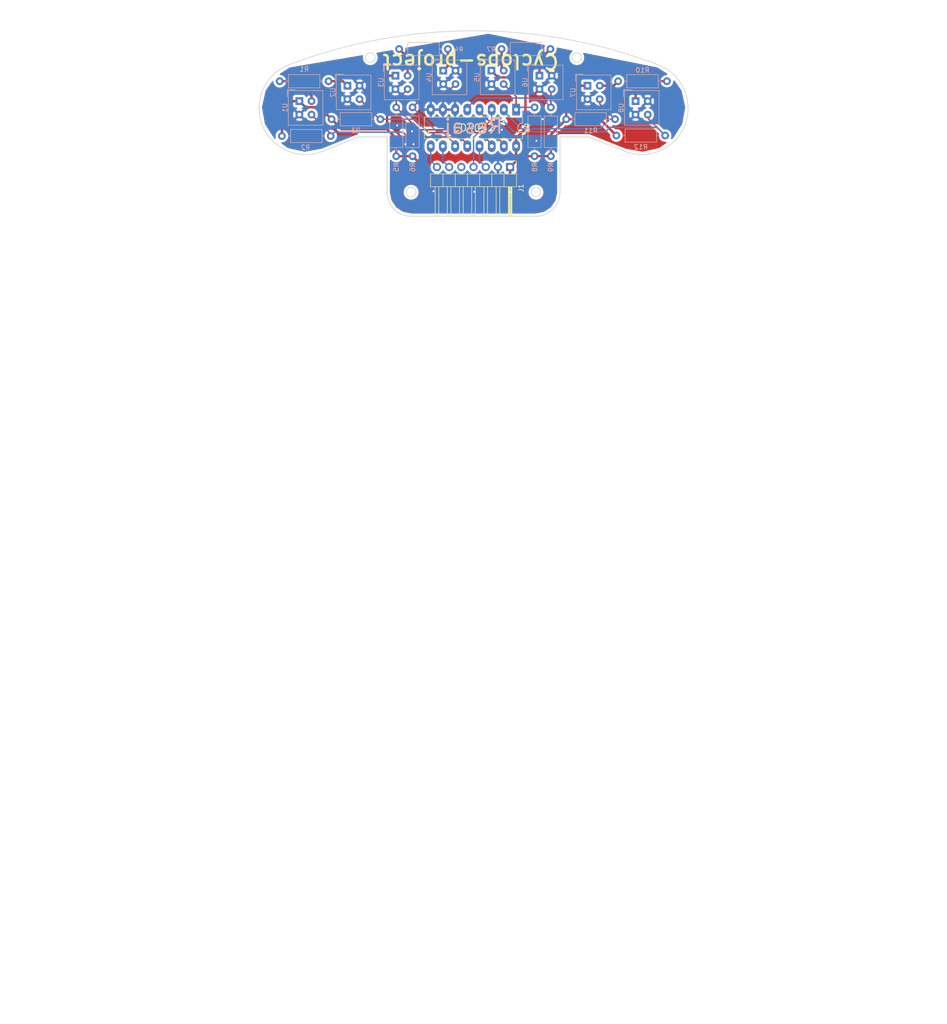
<source format=kicad_pcb>
(kicad_pcb (version 4) (host pcbnew 4.0.7+dfsg1-1ubuntu2)

  (general
    (links 56)
    (no_connects 26)
    (area 91.424999 49.05 161.575001 189.385)
    (thickness 1.6)
    (drawings 36)
    (tracks 171)
    (zones 0)
    (modules 22)
    (nets 23)
  )

  (page A4)
  (title_block
    (title "Sensors Board Cyclops-Project (Rastreador)")
    (date 2019-03-04)
    (rev V2)
    (company "Puma Pride Robotics Team")
    (comment 1 "Diseño de Rubén Espino San José")
  )

  (layers
    (0 F.Cu signal)
    (31 B.Cu signal)
    (32 B.Adhes user)
    (33 F.Adhes user)
    (34 B.Paste user)
    (35 F.Paste user)
    (36 B.SilkS user)
    (37 F.SilkS user)
    (38 B.Mask user)
    (39 F.Mask user)
    (40 Dwgs.User user)
    (41 Cmts.User user)
    (42 Eco1.User user)
    (43 Eco2.User user)
    (44 Edge.Cuts user)
    (45 Margin user)
    (46 B.CrtYd user)
    (47 F.CrtYd user)
    (48 B.Fab user hide)
    (49 F.Fab user hide)
  )

  (setup
    (last_trace_width 0.3048)
    (trace_clearance 0.2)
    (zone_clearance 0.508)
    (zone_45_only no)
    (trace_min 0.3048)
    (segment_width 0.2)
    (edge_width 0.15)
    (via_size 0.5)
    (via_drill 0.3048)
    (via_min_size 0.4)
    (via_min_drill 0.3)
    (uvia_size 0.3)
    (uvia_drill 0.1)
    (uvias_allowed no)
    (uvia_min_size 0.2)
    (uvia_min_drill 0.1)
    (pcb_text_width 0.3)
    (pcb_text_size 1.5 1.5)
    (mod_edge_width 0.15)
    (mod_text_size 1 1)
    (mod_text_width 0.15)
    (pad_size 1.524 1.524)
    (pad_drill 0.762)
    (pad_to_mask_clearance 0.2)
    (aux_axis_origin 81.5 82.5)
    (grid_origin 81.5 82.5)
    (visible_elements 7FFFFFFF)
    (pcbplotparams
      (layerselection 0x010f0_80000001)
      (usegerberextensions true)
      (excludeedgelayer false)
      (linewidth 0.100000)
      (plotframeref false)
      (viasonmask false)
      (mode 1)
      (useauxorigin true)
      (hpglpennumber 1)
      (hpglpenspeed 20)
      (hpglpendiameter 15)
      (hpglpenoverlay 2)
      (psnegative false)
      (psa4output false)
      (plotreference true)
      (plotvalue false)
      (plotinvisibletext false)
      (padsonsilk false)
      (subtractmaskfromsilk true)
      (outputformat 1)
      (mirror false)
      (drillshape 0)
      (scaleselection 1)
      (outputdirectory Gerbers))
  )

  (net 0 "")
  (net 1 +5V)
  (net 2 GND)
  (net 3 LINEA_1)
  (net 4 LINEA_2)
  (net 5 LINEA_SEL_1)
  (net 6 SENSOR_1)
  (net 7 SENSOR_2)
  (net 8 SENSOR_3)
  (net 9 SENSOR_4)
  (net 10 SENSOR_5)
  (net 11 SENSOR_6)
  (net 12 "Net-(R1-Pad1)")
  (net 13 "Net-(R1-Pad2)")
  (net 14 "Net-(R4-Pad1)")
  (net 15 "Net-(R4-Pad2)")
  (net 16 "Net-(R7-Pad1)")
  (net 17 "Net-(R7-Pad2)")
  (net 18 LINEA_SEL_2)
  (net 19 "Net-(R10-Pad1)")
  (net 20 "Net-(R10-Pad2)")
  (net 21 SENSOR_7)
  (net 22 SENSOR_8)

  (net_class Default "Esta es la clase de red por defecto."
    (clearance 0.2)
    (trace_width 0.3048)
    (via_dia 0.5)
    (via_drill 0.3048)
    (uvia_dia 0.3)
    (uvia_drill 0.1)
  )

  (net_class Signal ""
    (clearance 0.2)
    (trace_width 0.3048)
    (via_dia 0.5)
    (via_drill 0.3048)
    (uvia_dia 0.3)
    (uvia_drill 0.1)
    (add_net LINEA_1)
    (add_net LINEA_2)
    (add_net LINEA_SEL_1)
    (add_net LINEA_SEL_2)
    (add_net SENSOR_1)
    (add_net SENSOR_2)
    (add_net SENSOR_3)
    (add_net SENSOR_4)
    (add_net SENSOR_5)
    (add_net SENSOR_6)
    (add_net SENSOR_7)
    (add_net SENSOR_8)
  )

  (net_class Supply ""
    (clearance 0.2)
    (trace_width 0.5)
    (via_dia 0.6)
    (via_drill 0.4)
    (uvia_dia 0.3)
    (uvia_drill 0.1)
    (add_net +5V)
    (add_net GND)
    (add_net "Net-(R1-Pad1)")
    (add_net "Net-(R1-Pad2)")
    (add_net "Net-(R10-Pad1)")
    (add_net "Net-(R10-Pad2)")
    (add_net "Net-(R4-Pad1)")
    (add_net "Net-(R4-Pad2)")
    (add_net "Net-(R7-Pad1)")
    (add_net "Net-(R7-Pad2)")
  )

  (module Package_DIP:DIP-16_W7.62mm_LongPads (layer F.Cu) (tedit 5A02E8C5) (tstamp 5C7C626F)
    (at 140.36 60.3 270)
    (descr "16-lead though-hole mounted DIP package, row spacing 7.62 mm (300 mils), LongPads")
    (tags "THT DIP DIL PDIP 2.54mm 7.62mm 300mil LongPads")
    (path /5C7D212B)
    (fp_text reference U9 (at 3.81 -2.33 270) (layer F.SilkS)
      (effects (font (size 1 1) (thickness 0.15)))
    )
    (fp_text value 4052 (at 3.81 20.11 270) (layer F.Fab)
      (effects (font (size 1 1) (thickness 0.15)))
    )
    (fp_arc (start 3.81 -1.33) (end 2.81 -1.33) (angle -180) (layer F.SilkS) (width 0.12))
    (fp_line (start 1.635 -1.27) (end 6.985 -1.27) (layer F.Fab) (width 0.1))
    (fp_line (start 6.985 -1.27) (end 6.985 19.05) (layer F.Fab) (width 0.1))
    (fp_line (start 6.985 19.05) (end 0.635 19.05) (layer F.Fab) (width 0.1))
    (fp_line (start 0.635 19.05) (end 0.635 -0.27) (layer F.Fab) (width 0.1))
    (fp_line (start 0.635 -0.27) (end 1.635 -1.27) (layer F.Fab) (width 0.1))
    (fp_line (start 2.81 -1.33) (end 1.56 -1.33) (layer F.SilkS) (width 0.12))
    (fp_line (start 1.56 -1.33) (end 1.56 19.11) (layer F.SilkS) (width 0.12))
    (fp_line (start 1.56 19.11) (end 6.06 19.11) (layer F.SilkS) (width 0.12))
    (fp_line (start 6.06 19.11) (end 6.06 -1.33) (layer F.SilkS) (width 0.12))
    (fp_line (start 6.06 -1.33) (end 4.81 -1.33) (layer F.SilkS) (width 0.12))
    (fp_line (start -1.45 -1.55) (end -1.45 19.3) (layer F.CrtYd) (width 0.05))
    (fp_line (start -1.45 19.3) (end 9.1 19.3) (layer F.CrtYd) (width 0.05))
    (fp_line (start 9.1 19.3) (end 9.1 -1.55) (layer F.CrtYd) (width 0.05))
    (fp_line (start 9.1 -1.55) (end -1.45 -1.55) (layer F.CrtYd) (width 0.05))
    (fp_text user %R (at 3.81 8.89 270) (layer F.Fab)
      (effects (font (size 1 1) (thickness 0.15)))
    )
    (pad 1 thru_hole rect (at 0 0 270) (size 2.4 1.6) (drill 0.8) (layers *.Cu *.Mask)
      (net 10 SENSOR_5))
    (pad 9 thru_hole oval (at 7.62 17.78 270) (size 2.4 1.6) (drill 0.8) (layers *.Cu *.Mask)
      (net 18 LINEA_SEL_2))
    (pad 2 thru_hole oval (at 0 2.54 270) (size 2.4 1.6) (drill 0.8) (layers *.Cu *.Mask)
      (net 21 SENSOR_7))
    (pad 10 thru_hole oval (at 7.62 15.24 270) (size 2.4 1.6) (drill 0.8) (layers *.Cu *.Mask)
      (net 5 LINEA_SEL_1))
    (pad 3 thru_hole oval (at 0 5.08 270) (size 2.4 1.6) (drill 0.8) (layers *.Cu *.Mask)
      (net 4 LINEA_2))
    (pad 11 thru_hole oval (at 7.62 12.7 270) (size 2.4 1.6) (drill 0.8) (layers *.Cu *.Mask)
      (net 9 SENSOR_4))
    (pad 4 thru_hole oval (at 0 7.62 270) (size 2.4 1.6) (drill 0.8) (layers *.Cu *.Mask)
      (net 22 SENSOR_8))
    (pad 12 thru_hole oval (at 7.62 10.16 270) (size 2.4 1.6) (drill 0.8) (layers *.Cu *.Mask)
      (net 6 SENSOR_1))
    (pad 5 thru_hole oval (at 0 10.16 270) (size 2.4 1.6) (drill 0.8) (layers *.Cu *.Mask)
      (net 11 SENSOR_6))
    (pad 13 thru_hole oval (at 7.62 7.62 270) (size 2.4 1.6) (drill 0.8) (layers *.Cu *.Mask)
      (net 3 LINEA_1))
    (pad 6 thru_hole oval (at 0 12.7 270) (size 2.4 1.6) (drill 0.8) (layers *.Cu *.Mask)
      (net 2 GND))
    (pad 14 thru_hole oval (at 7.62 5.08 270) (size 2.4 1.6) (drill 0.8) (layers *.Cu *.Mask)
      (net 7 SENSOR_2))
    (pad 7 thru_hole oval (at 0 15.24 270) (size 2.4 1.6) (drill 0.8) (layers *.Cu *.Mask)
      (net 2 GND))
    (pad 15 thru_hole oval (at 7.62 2.54 270) (size 2.4 1.6) (drill 0.8) (layers *.Cu *.Mask)
      (net 8 SENSOR_3))
    (pad 8 thru_hole oval (at 0 17.78 270) (size 2.4 1.6) (drill 0.8) (layers *.Cu *.Mask)
      (net 2 GND))
    (pad 16 thru_hole oval (at 7.62 0 270) (size 2.4 1.6) (drill 0.8) (layers *.Cu *.Mask)
      (net 1 +5V))
    (model ${KISYS3DMOD}/Package_DIP.3dshapes/DIP-16_W7.62mm.wrl
      (at (xyz 0 0 0))
      (scale (xyz 1 1 1))
      (rotate (xyz 0 0 0))
    )
  )

  (module Sensors_board:PinHeader_1x07_P2.54mm_Horizontal (layer F.Cu) (tedit 59FED5CB) (tstamp 5B65ABEC)
    (at 139.12 72.25 270)
    (descr "Through hole angled pin header, 1x07, 2.54mm pitch, 6mm pin length, single row")
    (tags "Through hole angled pin header THT 1x07 2.54mm single row")
    (path /593EAD0E)
    (fp_text reference J1 (at 4.385 -2.27 270) (layer F.SilkS)
      (effects (font (size 1 1) (thickness 0.15)))
    )
    (fp_text value SENSORES_LINEA (at 4.385 17.51 270) (layer F.Fab)
      (effects (font (size 1 1) (thickness 0.15)))
    )
    (fp_line (start 2.135 -1.27) (end 4.04 -1.27) (layer F.Fab) (width 0.1))
    (fp_line (start 4.04 -1.27) (end 4.04 16.51) (layer F.Fab) (width 0.1))
    (fp_line (start 4.04 16.51) (end 1.5 16.51) (layer F.Fab) (width 0.1))
    (fp_line (start 1.5 16.51) (end 1.5 -0.635) (layer F.Fab) (width 0.1))
    (fp_line (start 1.5 -0.635) (end 2.135 -1.27) (layer F.Fab) (width 0.1))
    (fp_line (start -0.32 -0.32) (end 1.5 -0.32) (layer F.Fab) (width 0.1))
    (fp_line (start -0.32 -0.32) (end -0.32 0.32) (layer F.Fab) (width 0.1))
    (fp_line (start -0.32 0.32) (end 1.5 0.32) (layer F.Fab) (width 0.1))
    (fp_line (start 4.04 -0.32) (end 10.04 -0.32) (layer F.Fab) (width 0.1))
    (fp_line (start 10.04 -0.32) (end 10.04 0.32) (layer F.Fab) (width 0.1))
    (fp_line (start 4.04 0.32) (end 10.04 0.32) (layer F.Fab) (width 0.1))
    (fp_line (start -0.32 2.22) (end 1.5 2.22) (layer F.Fab) (width 0.1))
    (fp_line (start -0.32 2.22) (end -0.32 2.86) (layer F.Fab) (width 0.1))
    (fp_line (start -0.32 2.86) (end 1.5 2.86) (layer F.Fab) (width 0.1))
    (fp_line (start 4.04 2.22) (end 10.04 2.22) (layer F.Fab) (width 0.1))
    (fp_line (start 10.04 2.22) (end 10.04 2.86) (layer F.Fab) (width 0.1))
    (fp_line (start 4.04 2.86) (end 10.04 2.86) (layer F.Fab) (width 0.1))
    (fp_line (start -0.32 4.76) (end 1.5 4.76) (layer F.Fab) (width 0.1))
    (fp_line (start -0.32 4.76) (end -0.32 5.4) (layer F.Fab) (width 0.1))
    (fp_line (start -0.32 5.4) (end 1.5 5.4) (layer F.Fab) (width 0.1))
    (fp_line (start 4.04 4.76) (end 10.04 4.76) (layer F.Fab) (width 0.1))
    (fp_line (start 10.04 4.76) (end 10.04 5.4) (layer F.Fab) (width 0.1))
    (fp_line (start 4.04 5.4) (end 10.04 5.4) (layer F.Fab) (width 0.1))
    (fp_line (start -0.32 7.3) (end 1.5 7.3) (layer F.Fab) (width 0.1))
    (fp_line (start -0.32 7.3) (end -0.32 7.94) (layer F.Fab) (width 0.1))
    (fp_line (start -0.32 7.94) (end 1.5 7.94) (layer F.Fab) (width 0.1))
    (fp_line (start 4.04 7.3) (end 10.04 7.3) (layer F.Fab) (width 0.1))
    (fp_line (start 10.04 7.3) (end 10.04 7.94) (layer F.Fab) (width 0.1))
    (fp_line (start 4.04 7.94) (end 10.04 7.94) (layer F.Fab) (width 0.1))
    (fp_line (start -0.32 9.84) (end 1.5 9.84) (layer F.Fab) (width 0.1))
    (fp_line (start -0.32 9.84) (end -0.32 10.48) (layer F.Fab) (width 0.1))
    (fp_line (start -0.32 10.48) (end 1.5 10.48) (layer F.Fab) (width 0.1))
    (fp_line (start 4.04 9.84) (end 10.04 9.84) (layer F.Fab) (width 0.1))
    (fp_line (start 10.04 9.84) (end 10.04 10.48) (layer F.Fab) (width 0.1))
    (fp_line (start 4.04 10.48) (end 10.04 10.48) (layer F.Fab) (width 0.1))
    (fp_line (start -0.32 12.38) (end 1.5 12.38) (layer F.Fab) (width 0.1))
    (fp_line (start -0.32 12.38) (end -0.32 13.02) (layer F.Fab) (width 0.1))
    (fp_line (start -0.32 13.02) (end 1.5 13.02) (layer F.Fab) (width 0.1))
    (fp_line (start 4.04 12.38) (end 10.04 12.38) (layer F.Fab) (width 0.1))
    (fp_line (start 10.04 12.38) (end 10.04 13.02) (layer F.Fab) (width 0.1))
    (fp_line (start 4.04 13.02) (end 10.04 13.02) (layer F.Fab) (width 0.1))
    (fp_line (start -0.32 14.92) (end 1.5 14.92) (layer F.Fab) (width 0.1))
    (fp_line (start -0.32 14.92) (end -0.32 15.56) (layer F.Fab) (width 0.1))
    (fp_line (start -0.32 15.56) (end 1.5 15.56) (layer F.Fab) (width 0.1))
    (fp_line (start 4.04 14.92) (end 10.04 14.92) (layer F.Fab) (width 0.1))
    (fp_line (start 10.04 14.92) (end 10.04 15.56) (layer F.Fab) (width 0.1))
    (fp_line (start 4.04 15.56) (end 10.04 15.56) (layer F.Fab) (width 0.1))
    (fp_line (start 1.44 -1.33) (end 1.44 16.57) (layer F.SilkS) (width 0.12))
    (fp_line (start 1.44 16.57) (end 4.1 16.57) (layer F.SilkS) (width 0.12))
    (fp_line (start 4.1 16.57) (end 4.1 -1.33) (layer F.SilkS) (width 0.12))
    (fp_line (start 4.1 -1.33) (end 1.44 -1.33) (layer F.SilkS) (width 0.12))
    (fp_line (start 4.1 -0.38) (end 10.1 -0.38) (layer F.SilkS) (width 0.12))
    (fp_line (start 10.1 -0.38) (end 10.1 0.38) (layer F.SilkS) (width 0.12))
    (fp_line (start 10.1 0.38) (end 4.1 0.38) (layer F.SilkS) (width 0.12))
    (fp_line (start 4.1 -0.32) (end 10.1 -0.32) (layer F.SilkS) (width 0.12))
    (fp_line (start 4.1 -0.2) (end 10.1 -0.2) (layer F.SilkS) (width 0.12))
    (fp_line (start 4.1 -0.08) (end 10.1 -0.08) (layer F.SilkS) (width 0.12))
    (fp_line (start 4.1 0.04) (end 10.1 0.04) (layer F.SilkS) (width 0.12))
    (fp_line (start 4.1 0.16) (end 10.1 0.16) (layer F.SilkS) (width 0.12))
    (fp_line (start 4.1 0.28) (end 10.1 0.28) (layer F.SilkS) (width 0.12))
    (fp_line (start 1.11 -0.38) (end 1.44 -0.38) (layer F.SilkS) (width 0.12))
    (fp_line (start 1.11 0.38) (end 1.44 0.38) (layer F.SilkS) (width 0.12))
    (fp_line (start 1.44 1.27) (end 4.1 1.27) (layer F.SilkS) (width 0.12))
    (fp_line (start 4.1 2.16) (end 10.1 2.16) (layer F.SilkS) (width 0.12))
    (fp_line (start 10.1 2.16) (end 10.1 2.92) (layer F.SilkS) (width 0.12))
    (fp_line (start 10.1 2.92) (end 4.1 2.92) (layer F.SilkS) (width 0.12))
    (fp_line (start 1.042929 2.16) (end 1.44 2.16) (layer F.SilkS) (width 0.12))
    (fp_line (start 1.042929 2.92) (end 1.44 2.92) (layer F.SilkS) (width 0.12))
    (fp_line (start 1.44 3.81) (end 4.1 3.81) (layer F.SilkS) (width 0.12))
    (fp_line (start 4.1 4.7) (end 10.1 4.7) (layer F.SilkS) (width 0.12))
    (fp_line (start 10.1 4.7) (end 10.1 5.46) (layer F.SilkS) (width 0.12))
    (fp_line (start 10.1 5.46) (end 4.1 5.46) (layer F.SilkS) (width 0.12))
    (fp_line (start 1.042929 4.7) (end 1.44 4.7) (layer F.SilkS) (width 0.12))
    (fp_line (start 1.042929 5.46) (end 1.44 5.46) (layer F.SilkS) (width 0.12))
    (fp_line (start 1.44 6.35) (end 4.1 6.35) (layer F.SilkS) (width 0.12))
    (fp_line (start 4.1 7.24) (end 10.1 7.24) (layer F.SilkS) (width 0.12))
    (fp_line (start 10.1 7.24) (end 10.1 8) (layer F.SilkS) (width 0.12))
    (fp_line (start 10.1 8) (end 4.1 8) (layer F.SilkS) (width 0.12))
    (fp_line (start 1.042929 7.24) (end 1.44 7.24) (layer F.SilkS) (width 0.12))
    (fp_line (start 1.042929 8) (end 1.44 8) (layer F.SilkS) (width 0.12))
    (fp_line (start 1.44 8.89) (end 4.1 8.89) (layer F.SilkS) (width 0.12))
    (fp_line (start 4.1 9.78) (end 10.1 9.78) (layer F.SilkS) (width 0.12))
    (fp_line (start 10.1 9.78) (end 10.1 10.54) (layer F.SilkS) (width 0.12))
    (fp_line (start 10.1 10.54) (end 4.1 10.54) (layer F.SilkS) (width 0.12))
    (fp_line (start 1.042929 9.78) (end 1.44 9.78) (layer F.SilkS) (width 0.12))
    (fp_line (start 1.042929 10.54) (end 1.44 10.54) (layer F.SilkS) (width 0.12))
    (fp_line (start 1.44 11.43) (end 4.1 11.43) (layer F.SilkS) (width 0.12))
    (fp_line (start 4.1 12.32) (end 10.1 12.32) (layer F.SilkS) (width 0.12))
    (fp_line (start 10.1 12.32) (end 10.1 13.08) (layer F.SilkS) (width 0.12))
    (fp_line (start 10.1 13.08) (end 4.1 13.08) (layer F.SilkS) (width 0.12))
    (fp_line (start 1.042929 12.32) (end 1.44 12.32) (layer F.SilkS) (width 0.12))
    (fp_line (start 1.042929 13.08) (end 1.44 13.08) (layer F.SilkS) (width 0.12))
    (fp_line (start 1.44 13.97) (end 4.1 13.97) (layer F.SilkS) (width 0.12))
    (fp_line (start 4.1 14.86) (end 10.1 14.86) (layer F.SilkS) (width 0.12))
    (fp_line (start 10.1 14.86) (end 10.1 15.62) (layer F.SilkS) (width 0.12))
    (fp_line (start 10.1 15.62) (end 4.1 15.62) (layer F.SilkS) (width 0.12))
    (fp_line (start 1.042929 14.86) (end 1.44 14.86) (layer F.SilkS) (width 0.12))
    (fp_line (start 1.042929 15.62) (end 1.44 15.62) (layer F.SilkS) (width 0.12))
    (fp_line (start -1.27 0) (end -1.27 -1.27) (layer F.SilkS) (width 0.12))
    (fp_line (start -1.27 -1.27) (end 0 -1.27) (layer F.SilkS) (width 0.12))
    (fp_line (start -1.8 -1.8) (end -1.8 17.05) (layer F.CrtYd) (width 0.05))
    (fp_line (start -1.8 17.05) (end 10.55 17.05) (layer F.CrtYd) (width 0.05))
    (fp_line (start 10.55 17.05) (end 10.55 -1.8) (layer F.CrtYd) (width 0.05))
    (fp_line (start 10.55 -1.8) (end -1.8 -1.8) (layer F.CrtYd) (width 0.05))
    (fp_text user %R (at 2.77 7.62 360) (layer F.Fab)
      (effects (font (size 1 1) (thickness 0.15)))
    )
    (pad 1 thru_hole rect (at 0 0 270) (size 1.7 1.7) (drill 1) (layers *.Cu *.Mask)
      (net 1 +5V))
    (pad 2 thru_hole oval (at 0 2.54 270) (size 1.7 1.7) (drill 1) (layers *.Cu *.Mask)
      (net 2 GND))
    (pad 3 thru_hole oval (at 0 5.08 270) (size 1.7 1.7) (drill 1) (layers *.Cu *.Mask)
      (net 3 LINEA_1))
    (pad 4 thru_hole oval (at 0 7.62 270) (size 1.7 1.7) (drill 1) (layers *.Cu *.Mask)
      (net 4 LINEA_2))
    (pad 5 thru_hole oval (at 0 10.16 270) (size 1.7 1.7) (drill 1) (layers *.Cu *.Mask))
    (pad 6 thru_hole oval (at 0 12.7 270) (size 1.7 1.7) (drill 1) (layers *.Cu *.Mask)
      (net 5 LINEA_SEL_1))
    (pad 7 thru_hole oval (at 0 15.24 270) (size 1.7 1.7) (drill 1) (layers *.Cu *.Mask)
      (net 18 LINEA_SEL_2))
    (model ${KIPRJMOD}/Sensors_board.3dshapes/PinHeader_1x07_P2.54mm_Horizontal.wrl
      (at (xyz 0 0 0))
      (scale (xyz 1 1 1))
      (rotate (xyz 0 0 0))
    )
  )

  (module Sensors_board:Vishay_CNY70 (layer B.Cu) (tedit 5A4CBBD0) (tstamp 5B65AC31)
    (at 115.23 53.25 270)
    (descr "package for Vishay CNY70 refective photo coupler/interrupter")
    (tags "Vishay CNY70 refective photo coupler")
    (path /594D870D)
    (fp_text reference U3 (at 1.4 3 270) (layer B.SilkS)
      (effects (font (size 1 1) (thickness 0.15)) (justify mirror))
    )
    (fp_text value CNY70 (at 1.4 -5.8 270) (layer B.Fab)
      (effects (font (size 1 1) (thickness 0.15)) (justify mirror))
    )
    (fp_text user %R (at 1.5 -1.4 270) (layer B.Fab)
      (effects (font (size 1 1) (thickness 0.15)) (justify mirror))
    )
    (fp_line (start -2.4 2.5) (end -0.9 2.5) (layer B.SilkS) (width 0.12))
    (fp_line (start -2.4 0.9) (end -2.4 2.5) (layer B.SilkS) (width 0.12))
    (fp_line (start 5 -4.9) (end 5 2.3) (layer B.SilkS) (width 0.12))
    (fp_line (start -2.2 -4.9) (end 5 -4.9) (layer B.SilkS) (width 0.12))
    (fp_line (start -2.2 2.3) (end -2.2 -4.9) (layer B.SilkS) (width 0.12))
    (fp_line (start 5 2.3) (end -2.2 2.3) (layer B.SilkS) (width 0.12))
    (fp_line (start -1.1 -3.9) (end 3.9 -3.9) (layer B.Fab) (width 0.12))
    (fp_line (start -1.1 1.2) (end -1.1 -3.9) (layer B.Fab) (width 0.12))
    (fp_line (start 3.9 1.2) (end -1.1 1.2) (layer B.Fab) (width 0.12))
    (fp_line (start 3.9 -3.9) (end 3.9 1.2) (layer B.Fab) (width 0.12))
    (fp_line (start 1.2 -4.5) (end 1.2 -4.8) (layer B.Fab) (width 0.12))
    (fp_line (start 1.6 -4.5) (end 1.2 -4.5) (layer B.Fab) (width 0.12))
    (fp_line (start 1.6 -4.8) (end 1.6 -4.5) (layer B.Fab) (width 0.12))
    (fp_line (start 1.6 1.9) (end 1.6 2.2) (layer B.Fab) (width 0.12))
    (fp_line (start 1.2 1.9) (end 1.6 1.9) (layer B.Fab) (width 0.12))
    (fp_line (start 1.2 2.2) (end 1.2 1.9) (layer B.Fab) (width 0.12))
    (fp_line (start -2.1 0.9) (end -0.9 2.2) (layer B.Fab) (width 0.12))
    (fp_line (start -2.1 -4.8) (end -2.1 0.9) (layer B.Fab) (width 0.12))
    (fp_line (start 4.9 -4.8) (end -2.1 -4.8) (layer B.Fab) (width 0.12))
    (fp_line (start 4.9 2.2) (end 4.9 -4.8) (layer B.Fab) (width 0.12))
    (fp_line (start -0.9 2.2) (end 4.9 2.2) (layer B.Fab) (width 0.12))
    (fp_line (start -2.35 2.45) (end 5.15 2.45) (layer B.CrtYd) (width 0.05))
    (fp_line (start -2.35 2.45) (end -2.35 -5.05) (layer B.CrtYd) (width 0.05))
    (fp_line (start 5.15 -5.05) (end 5.15 2.45) (layer B.CrtYd) (width 0.05))
    (fp_line (start 5.15 -5.05) (end -2.35 -5.05) (layer B.CrtYd) (width 0.05))
    (pad 4 thru_hole circle (at 2.8 0 270) (size 1.6 1.6) (drill 0.8) (layers *.Cu *.Mask)
      (net 2 GND))
    (pad 3 thru_hole circle (at 2.8 -2.54 270) (size 1.6 1.6) (drill 0.8) (layers *.Cu *.Mask)
      (net 8 SENSOR_3))
    (pad 2 thru_hole circle (at 0 -2.54 270) (size 1.6 1.6) (drill 0.8) (layers *.Cu *.Mask)
      (net 14 "Net-(R4-Pad1)"))
    (pad 1 thru_hole rect (at 0 0 270) (size 1.6 1.6) (drill 0.8) (layers *.Cu *.Mask)
      (net 1 +5V))
    (model ${KIPRJMOD}/Sensors_board.3dshapes/Vishay_CNY70.wrl
      (at (xyz 0 0 0))
      (scale (xyz 1 1 1))
      (rotate (xyz 0 0 0))
    )
  )

  (module Sensors_board:Vishay_CNY70 (layer B.Cu) (tedit 5A4CBBD0) (tstamp 5B65AC46)
    (at 145.23 53.25 270)
    (descr "package for Vishay CNY70 refective photo coupler/interrupter")
    (tags "Vishay CNY70 refective photo coupler")
    (path /594D8CAA)
    (fp_text reference U6 (at 1.4 3 270) (layer B.SilkS)
      (effects (font (size 1 1) (thickness 0.15)) (justify mirror))
    )
    (fp_text value CNY70 (at 1.4 -5.8 270) (layer B.Fab)
      (effects (font (size 1 1) (thickness 0.15)) (justify mirror))
    )
    (fp_text user %R (at 1.5 -1.4 270) (layer B.Fab)
      (effects (font (size 1 1) (thickness 0.15)) (justify mirror))
    )
    (fp_line (start -2.4 2.5) (end -0.9 2.5) (layer B.SilkS) (width 0.12))
    (fp_line (start -2.4 0.9) (end -2.4 2.5) (layer B.SilkS) (width 0.12))
    (fp_line (start 5 -4.9) (end 5 2.3) (layer B.SilkS) (width 0.12))
    (fp_line (start -2.2 -4.9) (end 5 -4.9) (layer B.SilkS) (width 0.12))
    (fp_line (start -2.2 2.3) (end -2.2 -4.9) (layer B.SilkS) (width 0.12))
    (fp_line (start 5 2.3) (end -2.2 2.3) (layer B.SilkS) (width 0.12))
    (fp_line (start -1.1 -3.9) (end 3.9 -3.9) (layer B.Fab) (width 0.12))
    (fp_line (start -1.1 1.2) (end -1.1 -3.9) (layer B.Fab) (width 0.12))
    (fp_line (start 3.9 1.2) (end -1.1 1.2) (layer B.Fab) (width 0.12))
    (fp_line (start 3.9 -3.9) (end 3.9 1.2) (layer B.Fab) (width 0.12))
    (fp_line (start 1.2 -4.5) (end 1.2 -4.8) (layer B.Fab) (width 0.12))
    (fp_line (start 1.6 -4.5) (end 1.2 -4.5) (layer B.Fab) (width 0.12))
    (fp_line (start 1.6 -4.8) (end 1.6 -4.5) (layer B.Fab) (width 0.12))
    (fp_line (start 1.6 1.9) (end 1.6 2.2) (layer B.Fab) (width 0.12))
    (fp_line (start 1.2 1.9) (end 1.6 1.9) (layer B.Fab) (width 0.12))
    (fp_line (start 1.2 2.2) (end 1.2 1.9) (layer B.Fab) (width 0.12))
    (fp_line (start -2.1 0.9) (end -0.9 2.2) (layer B.Fab) (width 0.12))
    (fp_line (start -2.1 -4.8) (end -2.1 0.9) (layer B.Fab) (width 0.12))
    (fp_line (start 4.9 -4.8) (end -2.1 -4.8) (layer B.Fab) (width 0.12))
    (fp_line (start 4.9 2.2) (end 4.9 -4.8) (layer B.Fab) (width 0.12))
    (fp_line (start -0.9 2.2) (end 4.9 2.2) (layer B.Fab) (width 0.12))
    (fp_line (start -2.35 2.45) (end 5.15 2.45) (layer B.CrtYd) (width 0.05))
    (fp_line (start -2.35 2.45) (end -2.35 -5.05) (layer B.CrtYd) (width 0.05))
    (fp_line (start 5.15 -5.05) (end 5.15 2.45) (layer B.CrtYd) (width 0.05))
    (fp_line (start 5.15 -5.05) (end -2.35 -5.05) (layer B.CrtYd) (width 0.05))
    (pad 4 thru_hole circle (at 2.8 0 270) (size 1.6 1.6) (drill 0.8) (layers *.Cu *.Mask)
      (net 2 GND))
    (pad 3 thru_hole circle (at 2.8 -2.54 270) (size 1.6 1.6) (drill 0.8) (layers *.Cu *.Mask)
      (net 11 SENSOR_6))
    (pad 2 thru_hole circle (at 0 -2.54 270) (size 1.6 1.6) (drill 0.8) (layers *.Cu *.Mask)
      (net 2 GND))
    (pad 1 thru_hole rect (at 0 0 270) (size 1.6 1.6) (drill 0.8) (layers *.Cu *.Mask)
      (net 17 "Net-(R7-Pad2)"))
    (model ${KIPRJMOD}/Sensors_board.3dshapes/Vishay_CNY70.wrl
      (at (xyz 0 0 0))
      (scale (xyz 1 1 1))
      (rotate (xyz 0 0 0))
    )
  )

  (module Sensors_board:R_Axial_DIN0207_L6.3mm_D2.5mm_P10.16mm_Horizontal (layer B.Cu) (tedit 5A24F4B6) (tstamp 5B65AC14)
    (at 137.34 47.7)
    (descr "Resistor, Axial_DIN0207 series, Axial, Horizontal, pin pitch=10.16mm, 0.25W = 1/4W, length*diameter=6.3*2.5mm^2, http://cdn-reichelt.de/documents/datenblatt/B400/1_4W%23YAG.pdf")
    (tags "Resistor Axial_DIN0207 series Axial Horizontal pin pitch 10.16mm 0.25W = 1/4W length 6.3mm diameter 2.5mm")
    (path /593DAB6C)
    (fp_text reference R7 (at -2.14 0.1) (layer B.SilkS)
      (effects (font (size 1 1) (thickness 0.15)) (justify mirror))
    )
    (fp_text value 82 (at 5.08 -2.37) (layer B.Fab)
      (effects (font (size 1 1) (thickness 0.15)) (justify mirror))
    )
    (fp_line (start 1.93 1.25) (end 1.93 -1.25) (layer B.Fab) (width 0.1))
    (fp_line (start 1.93 -1.25) (end 8.23 -1.25) (layer B.Fab) (width 0.1))
    (fp_line (start 8.23 -1.25) (end 8.23 1.25) (layer B.Fab) (width 0.1))
    (fp_line (start 8.23 1.25) (end 1.93 1.25) (layer B.Fab) (width 0.1))
    (fp_line (start 0 0) (end 1.93 0) (layer B.Fab) (width 0.1))
    (fp_line (start 10.16 0) (end 8.23 0) (layer B.Fab) (width 0.1))
    (fp_line (start 1.81 1.37) (end 1.81 -1.37) (layer B.SilkS) (width 0.12))
    (fp_line (start 1.81 -1.37) (end 8.35 -1.37) (layer B.SilkS) (width 0.12))
    (fp_line (start 8.35 -1.37) (end 8.35 1.37) (layer B.SilkS) (width 0.12))
    (fp_line (start 8.35 1.37) (end 1.81 1.37) (layer B.SilkS) (width 0.12))
    (fp_line (start 1.04 0) (end 1.81 0) (layer B.SilkS) (width 0.12))
    (fp_line (start 9.12 0) (end 8.35 0) (layer B.SilkS) (width 0.12))
    (fp_line (start -1.05 1.65) (end -1.05 -1.65) (layer B.CrtYd) (width 0.05))
    (fp_line (start -1.05 -1.65) (end 11.25 -1.65) (layer B.CrtYd) (width 0.05))
    (fp_line (start 11.25 -1.65) (end 11.25 1.65) (layer B.CrtYd) (width 0.05))
    (fp_line (start 11.25 1.65) (end -1.05 1.65) (layer B.CrtYd) (width 0.05))
    (fp_text user %R (at 5.08 0) (layer B.Fab)
      (effects (font (size 1 1) (thickness 0.15)) (justify mirror))
    )
    (pad 1 thru_hole circle (at 0 0) (size 1.6 1.6) (drill 0.8) (layers *.Cu *.Mask)
      (net 16 "Net-(R7-Pad1)"))
    (pad 2 thru_hole oval (at 10.16 0) (size 1.6 1.6) (drill 0.8) (layers *.Cu *.Mask)
      (net 17 "Net-(R7-Pad2)"))
    (model ${KIPRJMOD}/Sensors_board.3dshapes/R_Axial_DIN0207_L6.3mm_D2.5mm_P10.16mm_Horizontal.wrl
      (at (xyz 0 0 0))
      (scale (xyz 1 1 1))
      (rotate (xyz 0 0 0))
    )
  )

  (module Sensors_board:Vishay_CNY70 (layer B.Cu) (tedit 5A4CBBD0) (tstamp 5B65AC3F)
    (at 135.23 52.2 270)
    (descr "package for Vishay CNY70 refective photo coupler/interrupter")
    (tags "Vishay CNY70 refective photo coupler")
    (path /594D89F2)
    (fp_text reference U5 (at 1.4 3 270) (layer B.SilkS)
      (effects (font (size 1 1) (thickness 0.15)) (justify mirror))
    )
    (fp_text value CNY70 (at 1.4 -5.8 270) (layer B.Fab)
      (effects (font (size 1 1) (thickness 0.15)) (justify mirror))
    )
    (fp_text user %R (at 1.5 -1.4 270) (layer B.Fab)
      (effects (font (size 1 1) (thickness 0.15)) (justify mirror))
    )
    (fp_line (start -2.4 2.5) (end -0.9 2.5) (layer B.SilkS) (width 0.12))
    (fp_line (start -2.4 0.9) (end -2.4 2.5) (layer B.SilkS) (width 0.12))
    (fp_line (start 5 -4.9) (end 5 2.3) (layer B.SilkS) (width 0.12))
    (fp_line (start -2.2 -4.9) (end 5 -4.9) (layer B.SilkS) (width 0.12))
    (fp_line (start -2.2 2.3) (end -2.2 -4.9) (layer B.SilkS) (width 0.12))
    (fp_line (start 5 2.3) (end -2.2 2.3) (layer B.SilkS) (width 0.12))
    (fp_line (start -1.1 -3.9) (end 3.9 -3.9) (layer B.Fab) (width 0.12))
    (fp_line (start -1.1 1.2) (end -1.1 -3.9) (layer B.Fab) (width 0.12))
    (fp_line (start 3.9 1.2) (end -1.1 1.2) (layer B.Fab) (width 0.12))
    (fp_line (start 3.9 -3.9) (end 3.9 1.2) (layer B.Fab) (width 0.12))
    (fp_line (start 1.2 -4.5) (end 1.2 -4.8) (layer B.Fab) (width 0.12))
    (fp_line (start 1.6 -4.5) (end 1.2 -4.5) (layer B.Fab) (width 0.12))
    (fp_line (start 1.6 -4.8) (end 1.6 -4.5) (layer B.Fab) (width 0.12))
    (fp_line (start 1.6 1.9) (end 1.6 2.2) (layer B.Fab) (width 0.12))
    (fp_line (start 1.2 1.9) (end 1.6 1.9) (layer B.Fab) (width 0.12))
    (fp_line (start 1.2 2.2) (end 1.2 1.9) (layer B.Fab) (width 0.12))
    (fp_line (start -2.1 0.9) (end -0.9 2.2) (layer B.Fab) (width 0.12))
    (fp_line (start -2.1 -4.8) (end -2.1 0.9) (layer B.Fab) (width 0.12))
    (fp_line (start 4.9 -4.8) (end -2.1 -4.8) (layer B.Fab) (width 0.12))
    (fp_line (start 4.9 2.2) (end 4.9 -4.8) (layer B.Fab) (width 0.12))
    (fp_line (start -0.9 2.2) (end 4.9 2.2) (layer B.Fab) (width 0.12))
    (fp_line (start -2.35 2.45) (end 5.15 2.45) (layer B.CrtYd) (width 0.05))
    (fp_line (start -2.35 2.45) (end -2.35 -5.05) (layer B.CrtYd) (width 0.05))
    (fp_line (start 5.15 -5.05) (end 5.15 2.45) (layer B.CrtYd) (width 0.05))
    (fp_line (start 5.15 -5.05) (end -2.35 -5.05) (layer B.CrtYd) (width 0.05))
    (pad 4 thru_hole circle (at 2.8 0 270) (size 1.6 1.6) (drill 0.8) (layers *.Cu *.Mask)
      (net 2 GND))
    (pad 3 thru_hole circle (at 2.8 -2.54 270) (size 1.6 1.6) (drill 0.8) (layers *.Cu *.Mask)
      (net 10 SENSOR_5))
    (pad 2 thru_hole circle (at 0 -2.54 270) (size 1.6 1.6) (drill 0.8) (layers *.Cu *.Mask)
      (net 16 "Net-(R7-Pad1)"))
    (pad 1 thru_hole rect (at 0 0 270) (size 1.6 1.6) (drill 0.8) (layers *.Cu *.Mask)
      (net 1 +5V))
    (model ${KIPRJMOD}/Sensors_board.3dshapes/Vishay_CNY70.wrl
      (at (xyz 0 0 0))
      (scale (xyz 1 1 1))
      (rotate (xyz 0 0 0))
    )
  )

  (module Sensors_board:Vishay_CNY70 (layer B.Cu) (tedit 5A4CBBD0) (tstamp 5B65AC38)
    (at 125.2 52.2 270)
    (descr "package for Vishay CNY70 refective photo coupler/interrupter")
    (tags "Vishay CNY70 refective photo coupler")
    (path /594D88CF)
    (fp_text reference U4 (at 1.4 3 270) (layer B.SilkS)
      (effects (font (size 1 1) (thickness 0.15)) (justify mirror))
    )
    (fp_text value CNY70 (at 1.4 -5.8 270) (layer B.Fab)
      (effects (font (size 1 1) (thickness 0.15)) (justify mirror))
    )
    (fp_text user %R (at 1.5 -1.4 270) (layer B.Fab)
      (effects (font (size 1 1) (thickness 0.15)) (justify mirror))
    )
    (fp_line (start -2.4 2.5) (end -0.9 2.5) (layer B.SilkS) (width 0.12))
    (fp_line (start -2.4 0.9) (end -2.4 2.5) (layer B.SilkS) (width 0.12))
    (fp_line (start 5 -4.9) (end 5 2.3) (layer B.SilkS) (width 0.12))
    (fp_line (start -2.2 -4.9) (end 5 -4.9) (layer B.SilkS) (width 0.12))
    (fp_line (start -2.2 2.3) (end -2.2 -4.9) (layer B.SilkS) (width 0.12))
    (fp_line (start 5 2.3) (end -2.2 2.3) (layer B.SilkS) (width 0.12))
    (fp_line (start -1.1 -3.9) (end 3.9 -3.9) (layer B.Fab) (width 0.12))
    (fp_line (start -1.1 1.2) (end -1.1 -3.9) (layer B.Fab) (width 0.12))
    (fp_line (start 3.9 1.2) (end -1.1 1.2) (layer B.Fab) (width 0.12))
    (fp_line (start 3.9 -3.9) (end 3.9 1.2) (layer B.Fab) (width 0.12))
    (fp_line (start 1.2 -4.5) (end 1.2 -4.8) (layer B.Fab) (width 0.12))
    (fp_line (start 1.6 -4.5) (end 1.2 -4.5) (layer B.Fab) (width 0.12))
    (fp_line (start 1.6 -4.8) (end 1.6 -4.5) (layer B.Fab) (width 0.12))
    (fp_line (start 1.6 1.9) (end 1.6 2.2) (layer B.Fab) (width 0.12))
    (fp_line (start 1.2 1.9) (end 1.6 1.9) (layer B.Fab) (width 0.12))
    (fp_line (start 1.2 2.2) (end 1.2 1.9) (layer B.Fab) (width 0.12))
    (fp_line (start -2.1 0.9) (end -0.9 2.2) (layer B.Fab) (width 0.12))
    (fp_line (start -2.1 -4.8) (end -2.1 0.9) (layer B.Fab) (width 0.12))
    (fp_line (start 4.9 -4.8) (end -2.1 -4.8) (layer B.Fab) (width 0.12))
    (fp_line (start 4.9 2.2) (end 4.9 -4.8) (layer B.Fab) (width 0.12))
    (fp_line (start -0.9 2.2) (end 4.9 2.2) (layer B.Fab) (width 0.12))
    (fp_line (start -2.35 2.45) (end 5.15 2.45) (layer B.CrtYd) (width 0.05))
    (fp_line (start -2.35 2.45) (end -2.35 -5.05) (layer B.CrtYd) (width 0.05))
    (fp_line (start 5.15 -5.05) (end 5.15 2.45) (layer B.CrtYd) (width 0.05))
    (fp_line (start 5.15 -5.05) (end -2.35 -5.05) (layer B.CrtYd) (width 0.05))
    (pad 4 thru_hole circle (at 2.8 0 270) (size 1.6 1.6) (drill 0.8) (layers *.Cu *.Mask)
      (net 2 GND))
    (pad 3 thru_hole circle (at 2.8 -2.54 270) (size 1.6 1.6) (drill 0.8) (layers *.Cu *.Mask)
      (net 9 SENSOR_4))
    (pad 2 thru_hole circle (at 0 -2.54 270) (size 1.6 1.6) (drill 0.8) (layers *.Cu *.Mask)
      (net 2 GND))
    (pad 1 thru_hole rect (at 0 0 270) (size 1.6 1.6) (drill 0.8) (layers *.Cu *.Mask)
      (net 15 "Net-(R4-Pad2)"))
    (model ${KIPRJMOD}/Sensors_board.3dshapes/Vishay_CNY70.wrl
      (at (xyz 0 0 0))
      (scale (xyz 1 1 1))
      (rotate (xyz 0 0 0))
    )
  )

  (module Sensors_board:R_Axial_DIN0207_L6.3mm_D2.5mm_P10.16mm_Horizontal (layer B.Cu) (tedit 5A24F4B6) (tstamp 5B65AC05)
    (at 116 47.7)
    (descr "Resistor, Axial_DIN0207 series, Axial, Horizontal, pin pitch=10.16mm, 0.25W = 1/4W, length*diameter=6.3*2.5mm^2, http://cdn-reichelt.de/documents/datenblatt/B400/1_4W%23YAG.pdf")
    (tags "Resistor Axial_DIN0207 series Axial Horizontal pin pitch 10.16mm 0.25W = 1/4W length 6.3mm diameter 2.5mm")
    (path /593DAA6F)
    (fp_text reference R4 (at 12.4 0.1) (layer B.SilkS)
      (effects (font (size 1 1) (thickness 0.15)) (justify mirror))
    )
    (fp_text value 82 (at 5.08 -2.37) (layer B.Fab)
      (effects (font (size 1 1) (thickness 0.15)) (justify mirror))
    )
    (fp_line (start 1.93 1.25) (end 1.93 -1.25) (layer B.Fab) (width 0.1))
    (fp_line (start 1.93 -1.25) (end 8.23 -1.25) (layer B.Fab) (width 0.1))
    (fp_line (start 8.23 -1.25) (end 8.23 1.25) (layer B.Fab) (width 0.1))
    (fp_line (start 8.23 1.25) (end 1.93 1.25) (layer B.Fab) (width 0.1))
    (fp_line (start 0 0) (end 1.93 0) (layer B.Fab) (width 0.1))
    (fp_line (start 10.16 0) (end 8.23 0) (layer B.Fab) (width 0.1))
    (fp_line (start 1.81 1.37) (end 1.81 -1.37) (layer B.SilkS) (width 0.12))
    (fp_line (start 1.81 -1.37) (end 8.35 -1.37) (layer B.SilkS) (width 0.12))
    (fp_line (start 8.35 -1.37) (end 8.35 1.37) (layer B.SilkS) (width 0.12))
    (fp_line (start 8.35 1.37) (end 1.81 1.37) (layer B.SilkS) (width 0.12))
    (fp_line (start 1.04 0) (end 1.81 0) (layer B.SilkS) (width 0.12))
    (fp_line (start 9.12 0) (end 8.35 0) (layer B.SilkS) (width 0.12))
    (fp_line (start -1.05 1.65) (end -1.05 -1.65) (layer B.CrtYd) (width 0.05))
    (fp_line (start -1.05 -1.65) (end 11.25 -1.65) (layer B.CrtYd) (width 0.05))
    (fp_line (start 11.25 -1.65) (end 11.25 1.65) (layer B.CrtYd) (width 0.05))
    (fp_line (start 11.25 1.65) (end -1.05 1.65) (layer B.CrtYd) (width 0.05))
    (fp_text user %R (at 5.08 0) (layer B.Fab)
      (effects (font (size 1 1) (thickness 0.15)) (justify mirror))
    )
    (pad 1 thru_hole circle (at 0 0) (size 1.6 1.6) (drill 0.8) (layers *.Cu *.Mask)
      (net 14 "Net-(R4-Pad1)"))
    (pad 2 thru_hole oval (at 10.16 0) (size 1.6 1.6) (drill 0.8) (layers *.Cu *.Mask)
      (net 15 "Net-(R4-Pad2)"))
    (model ${KIPRJMOD}/Sensors_board.3dshapes/R_Axial_DIN0207_L6.3mm_D2.5mm_P10.16mm_Horizontal.wrl
      (at (xyz 0 0 0))
      (scale (xyz 1 1 1))
      (rotate (xyz 0 0 0))
    )
  )

  (module Sensors_board:Vishay_CNY70 (layer B.Cu) (tedit 5A4CBBD0) (tstamp 5B65AC23)
    (at 95.23 58.55 270)
    (descr "package for Vishay CNY70 refective photo coupler/interrupter")
    (tags "Vishay CNY70 refective photo coupler")
    (path /594D826D)
    (fp_text reference U1 (at 1.4 3 270) (layer B.SilkS)
      (effects (font (size 1 1) (thickness 0.15)) (justify mirror))
    )
    (fp_text value CNY70 (at 1.4 -5.8 270) (layer B.Fab)
      (effects (font (size 1 1) (thickness 0.15)) (justify mirror))
    )
    (fp_text user %R (at 1.5 -1.4 270) (layer B.Fab)
      (effects (font (size 1 1) (thickness 0.15)) (justify mirror))
    )
    (fp_line (start -2.4 2.5) (end -0.9 2.5) (layer B.SilkS) (width 0.12))
    (fp_line (start -2.4 0.9) (end -2.4 2.5) (layer B.SilkS) (width 0.12))
    (fp_line (start 5 -4.9) (end 5 2.3) (layer B.SilkS) (width 0.12))
    (fp_line (start -2.2 -4.9) (end 5 -4.9) (layer B.SilkS) (width 0.12))
    (fp_line (start -2.2 2.3) (end -2.2 -4.9) (layer B.SilkS) (width 0.12))
    (fp_line (start 5 2.3) (end -2.2 2.3) (layer B.SilkS) (width 0.12))
    (fp_line (start -1.1 -3.9) (end 3.9 -3.9) (layer B.Fab) (width 0.12))
    (fp_line (start -1.1 1.2) (end -1.1 -3.9) (layer B.Fab) (width 0.12))
    (fp_line (start 3.9 1.2) (end -1.1 1.2) (layer B.Fab) (width 0.12))
    (fp_line (start 3.9 -3.9) (end 3.9 1.2) (layer B.Fab) (width 0.12))
    (fp_line (start 1.2 -4.5) (end 1.2 -4.8) (layer B.Fab) (width 0.12))
    (fp_line (start 1.6 -4.5) (end 1.2 -4.5) (layer B.Fab) (width 0.12))
    (fp_line (start 1.6 -4.8) (end 1.6 -4.5) (layer B.Fab) (width 0.12))
    (fp_line (start 1.6 1.9) (end 1.6 2.2) (layer B.Fab) (width 0.12))
    (fp_line (start 1.2 1.9) (end 1.6 1.9) (layer B.Fab) (width 0.12))
    (fp_line (start 1.2 2.2) (end 1.2 1.9) (layer B.Fab) (width 0.12))
    (fp_line (start -2.1 0.9) (end -0.9 2.2) (layer B.Fab) (width 0.12))
    (fp_line (start -2.1 -4.8) (end -2.1 0.9) (layer B.Fab) (width 0.12))
    (fp_line (start 4.9 -4.8) (end -2.1 -4.8) (layer B.Fab) (width 0.12))
    (fp_line (start 4.9 2.2) (end 4.9 -4.8) (layer B.Fab) (width 0.12))
    (fp_line (start -0.9 2.2) (end 4.9 2.2) (layer B.Fab) (width 0.12))
    (fp_line (start -2.35 2.45) (end 5.15 2.45) (layer B.CrtYd) (width 0.05))
    (fp_line (start -2.35 2.45) (end -2.35 -5.05) (layer B.CrtYd) (width 0.05))
    (fp_line (start 5.15 -5.05) (end 5.15 2.45) (layer B.CrtYd) (width 0.05))
    (fp_line (start 5.15 -5.05) (end -2.35 -5.05) (layer B.CrtYd) (width 0.05))
    (pad 4 thru_hole circle (at 2.8 0 270) (size 1.6 1.6) (drill 0.8) (layers *.Cu *.Mask)
      (net 2 GND))
    (pad 3 thru_hole circle (at 2.8 -2.54 270) (size 1.6 1.6) (drill 0.8) (layers *.Cu *.Mask)
      (net 6 SENSOR_1))
    (pad 2 thru_hole circle (at 0 -2.54 270) (size 1.6 1.6) (drill 0.8) (layers *.Cu *.Mask)
      (net 12 "Net-(R1-Pad1)"))
    (pad 1 thru_hole rect (at 0 0 270) (size 1.6 1.6) (drill 0.8) (layers *.Cu *.Mask)
      (net 1 +5V))
    (model ${KIPRJMOD}/Sensors_board.3dshapes/Vishay_CNY70.wrl
      (at (xyz 0 0 0))
      (scale (xyz 1 1 1))
      (rotate (xyz 0 0 0))
    )
  )

  (module Sensors_board:Vishay_CNY70 (layer B.Cu) (tedit 5A4CBBD0) (tstamp 5B65AC2A)
    (at 105.23 55.33 270)
    (descr "package for Vishay CNY70 refective photo coupler/interrupter")
    (tags "Vishay CNY70 refective photo coupler")
    (path /594D8664)
    (fp_text reference U2 (at 1.4 3 270) (layer B.SilkS)
      (effects (font (size 1 1) (thickness 0.15)) (justify mirror))
    )
    (fp_text value CNY70 (at 1.4 -5.8 270) (layer B.Fab)
      (effects (font (size 1 1) (thickness 0.15)) (justify mirror))
    )
    (fp_text user %R (at 1.5 -1.4 270) (layer B.Fab)
      (effects (font (size 1 1) (thickness 0.15)) (justify mirror))
    )
    (fp_line (start -2.4 2.5) (end -0.9 2.5) (layer B.SilkS) (width 0.12))
    (fp_line (start -2.4 0.9) (end -2.4 2.5) (layer B.SilkS) (width 0.12))
    (fp_line (start 5 -4.9) (end 5 2.3) (layer B.SilkS) (width 0.12))
    (fp_line (start -2.2 -4.9) (end 5 -4.9) (layer B.SilkS) (width 0.12))
    (fp_line (start -2.2 2.3) (end -2.2 -4.9) (layer B.SilkS) (width 0.12))
    (fp_line (start 5 2.3) (end -2.2 2.3) (layer B.SilkS) (width 0.12))
    (fp_line (start -1.1 -3.9) (end 3.9 -3.9) (layer B.Fab) (width 0.12))
    (fp_line (start -1.1 1.2) (end -1.1 -3.9) (layer B.Fab) (width 0.12))
    (fp_line (start 3.9 1.2) (end -1.1 1.2) (layer B.Fab) (width 0.12))
    (fp_line (start 3.9 -3.9) (end 3.9 1.2) (layer B.Fab) (width 0.12))
    (fp_line (start 1.2 -4.5) (end 1.2 -4.8) (layer B.Fab) (width 0.12))
    (fp_line (start 1.6 -4.5) (end 1.2 -4.5) (layer B.Fab) (width 0.12))
    (fp_line (start 1.6 -4.8) (end 1.6 -4.5) (layer B.Fab) (width 0.12))
    (fp_line (start 1.6 1.9) (end 1.6 2.2) (layer B.Fab) (width 0.12))
    (fp_line (start 1.2 1.9) (end 1.6 1.9) (layer B.Fab) (width 0.12))
    (fp_line (start 1.2 2.2) (end 1.2 1.9) (layer B.Fab) (width 0.12))
    (fp_line (start -2.1 0.9) (end -0.9 2.2) (layer B.Fab) (width 0.12))
    (fp_line (start -2.1 -4.8) (end -2.1 0.9) (layer B.Fab) (width 0.12))
    (fp_line (start 4.9 -4.8) (end -2.1 -4.8) (layer B.Fab) (width 0.12))
    (fp_line (start 4.9 2.2) (end 4.9 -4.8) (layer B.Fab) (width 0.12))
    (fp_line (start -0.9 2.2) (end 4.9 2.2) (layer B.Fab) (width 0.12))
    (fp_line (start -2.35 2.45) (end 5.15 2.45) (layer B.CrtYd) (width 0.05))
    (fp_line (start -2.35 2.45) (end -2.35 -5.05) (layer B.CrtYd) (width 0.05))
    (fp_line (start 5.15 -5.05) (end 5.15 2.45) (layer B.CrtYd) (width 0.05))
    (fp_line (start 5.15 -5.05) (end -2.35 -5.05) (layer B.CrtYd) (width 0.05))
    (pad 4 thru_hole circle (at 2.8 0 270) (size 1.6 1.6) (drill 0.8) (layers *.Cu *.Mask)
      (net 2 GND))
    (pad 3 thru_hole circle (at 2.8 -2.54 270) (size 1.6 1.6) (drill 0.8) (layers *.Cu *.Mask)
      (net 7 SENSOR_2))
    (pad 2 thru_hole circle (at 0 -2.54 270) (size 1.6 1.6) (drill 0.8) (layers *.Cu *.Mask)
      (net 2 GND))
    (pad 1 thru_hole rect (at 0 0 270) (size 1.6 1.6) (drill 0.8) (layers *.Cu *.Mask)
      (net 13 "Net-(R1-Pad2)"))
    (model ${KIPRJMOD}/Sensors_board.3dshapes/Vishay_CNY70.wrl
      (at (xyz 0 0 0))
      (scale (xyz 1 1 1))
      (rotate (xyz 0 0 0))
    )
  )

  (module Sensors_board:R_Axial_DIN0207_L6.3mm_D2.5mm_P10.16mm_Horizontal (layer B.Cu) (tedit 5A24F4B6) (tstamp 5B65ABF6)
    (at 91.14 54.4)
    (descr "Resistor, Axial_DIN0207 series, Axial, Horizontal, pin pitch=10.16mm, 0.25W = 1/4W, length*diameter=6.3*2.5mm^2, http://cdn-reichelt.de/documents/datenblatt/B400/1_4W%23YAG.pdf")
    (tags "Resistor Axial_DIN0207 series Axial Horizontal pin pitch 10.16mm 0.25W = 1/4W length 6.3mm diameter 2.5mm")
    (path /593DA9FC)
    (fp_text reference R1 (at 5.1 -2.5) (layer B.SilkS)
      (effects (font (size 1 1) (thickness 0.15)) (justify mirror))
    )
    (fp_text value 82 (at 5.08 -2.37) (layer B.Fab)
      (effects (font (size 1 1) (thickness 0.15)) (justify mirror))
    )
    (fp_line (start 1.93 1.25) (end 1.93 -1.25) (layer B.Fab) (width 0.1))
    (fp_line (start 1.93 -1.25) (end 8.23 -1.25) (layer B.Fab) (width 0.1))
    (fp_line (start 8.23 -1.25) (end 8.23 1.25) (layer B.Fab) (width 0.1))
    (fp_line (start 8.23 1.25) (end 1.93 1.25) (layer B.Fab) (width 0.1))
    (fp_line (start 0 0) (end 1.93 0) (layer B.Fab) (width 0.1))
    (fp_line (start 10.16 0) (end 8.23 0) (layer B.Fab) (width 0.1))
    (fp_line (start 1.81 1.37) (end 1.81 -1.37) (layer B.SilkS) (width 0.12))
    (fp_line (start 1.81 -1.37) (end 8.35 -1.37) (layer B.SilkS) (width 0.12))
    (fp_line (start 8.35 -1.37) (end 8.35 1.37) (layer B.SilkS) (width 0.12))
    (fp_line (start 8.35 1.37) (end 1.81 1.37) (layer B.SilkS) (width 0.12))
    (fp_line (start 1.04 0) (end 1.81 0) (layer B.SilkS) (width 0.12))
    (fp_line (start 9.12 0) (end 8.35 0) (layer B.SilkS) (width 0.12))
    (fp_line (start -1.05 1.65) (end -1.05 -1.65) (layer B.CrtYd) (width 0.05))
    (fp_line (start -1.05 -1.65) (end 11.25 -1.65) (layer B.CrtYd) (width 0.05))
    (fp_line (start 11.25 -1.65) (end 11.25 1.65) (layer B.CrtYd) (width 0.05))
    (fp_line (start 11.25 1.65) (end -1.05 1.65) (layer B.CrtYd) (width 0.05))
    (fp_text user %R (at 5.08 0) (layer B.Fab)
      (effects (font (size 1 1) (thickness 0.15)) (justify mirror))
    )
    (pad 1 thru_hole circle (at 0 0) (size 1.6 1.6) (drill 0.8) (layers *.Cu *.Mask)
      (net 12 "Net-(R1-Pad1)"))
    (pad 2 thru_hole oval (at 10.16 0) (size 1.6 1.6) (drill 0.8) (layers *.Cu *.Mask)
      (net 13 "Net-(R1-Pad2)"))
    (model ${KIPRJMOD}/Sensors_board.3dshapes/R_Axial_DIN0207_L6.3mm_D2.5mm_P10.16mm_Horizontal.wrl
      (at (xyz 0 0 0))
      (scale (xyz 1 1 1))
      (rotate (xyz 0 0 0))
    )
  )

  (module Sensors_board:R_Axial_DIN0207_L6.3mm_D2.5mm_P10.16mm_Horizontal (layer B.Cu) (tedit 5A24F4B6) (tstamp 5B65AC19)
    (at 144.2 70 90)
    (descr "Resistor, Axial_DIN0207 series, Axial, Horizontal, pin pitch=10.16mm, 0.25W = 1/4W, length*diameter=6.3*2.5mm^2, http://cdn-reichelt.de/documents/datenblatt/B400/1_4W%23YAG.pdf")
    (tags "Resistor Axial_DIN0207 series Axial Horizontal pin pitch 10.16mm 0.25W = 1/4W length 6.3mm diameter 2.5mm")
    (path /593DAFCE)
    (fp_text reference R8 (at -2.3 0.05 90) (layer B.SilkS)
      (effects (font (size 1 1) (thickness 0.15)) (justify mirror))
    )
    (fp_text value 10k (at 5.08 -2.37 90) (layer B.Fab)
      (effects (font (size 1 1) (thickness 0.15)) (justify mirror))
    )
    (fp_line (start 1.93 1.25) (end 1.93 -1.25) (layer B.Fab) (width 0.1))
    (fp_line (start 1.93 -1.25) (end 8.23 -1.25) (layer B.Fab) (width 0.1))
    (fp_line (start 8.23 -1.25) (end 8.23 1.25) (layer B.Fab) (width 0.1))
    (fp_line (start 8.23 1.25) (end 1.93 1.25) (layer B.Fab) (width 0.1))
    (fp_line (start 0 0) (end 1.93 0) (layer B.Fab) (width 0.1))
    (fp_line (start 10.16 0) (end 8.23 0) (layer B.Fab) (width 0.1))
    (fp_line (start 1.81 1.37) (end 1.81 -1.37) (layer B.SilkS) (width 0.12))
    (fp_line (start 1.81 -1.37) (end 8.35 -1.37) (layer B.SilkS) (width 0.12))
    (fp_line (start 8.35 -1.37) (end 8.35 1.37) (layer B.SilkS) (width 0.12))
    (fp_line (start 8.35 1.37) (end 1.81 1.37) (layer B.SilkS) (width 0.12))
    (fp_line (start 1.04 0) (end 1.81 0) (layer B.SilkS) (width 0.12))
    (fp_line (start 9.12 0) (end 8.35 0) (layer B.SilkS) (width 0.12))
    (fp_line (start -1.05 1.65) (end -1.05 -1.65) (layer B.CrtYd) (width 0.05))
    (fp_line (start -1.05 -1.65) (end 11.25 -1.65) (layer B.CrtYd) (width 0.05))
    (fp_line (start 11.25 -1.65) (end 11.25 1.65) (layer B.CrtYd) (width 0.05))
    (fp_line (start 11.25 1.65) (end -1.05 1.65) (layer B.CrtYd) (width 0.05))
    (fp_text user %R (at 5.08 0 90) (layer B.Fab)
      (effects (font (size 1 1) (thickness 0.15)) (justify mirror))
    )
    (pad 1 thru_hole circle (at 0 0 90) (size 1.6 1.6) (drill 0.8) (layers *.Cu *.Mask)
      (net 1 +5V))
    (pad 2 thru_hole oval (at 10.16 0 90) (size 1.6 1.6) (drill 0.8) (layers *.Cu *.Mask)
      (net 10 SENSOR_5))
    (model ${KIPRJMOD}/Sensors_board.3dshapes/R_Axial_DIN0207_L6.3mm_D2.5mm_P10.16mm_Horizontal.wrl
      (at (xyz 0 0 0))
      (scale (xyz 1 1 1))
      (rotate (xyz 0 0 0))
    )
  )

  (module Sensors_board:R_Axial_DIN0207_L6.3mm_D2.5mm_P10.16mm_Horizontal (layer B.Cu) (tedit 5A24F4B6) (tstamp 5B65ABFB)
    (at 91.6 65.8)
    (descr "Resistor, Axial_DIN0207 series, Axial, Horizontal, pin pitch=10.16mm, 0.25W = 1/4W, length*diameter=6.3*2.5mm^2, http://cdn-reichelt.de/documents/datenblatt/B400/1_4W%23YAG.pdf")
    (tags "Resistor Axial_DIN0207 series Axial Horizontal pin pitch 10.16mm 0.25W = 1/4W length 6.3mm diameter 2.5mm")
    (path /593DAD8B)
    (fp_text reference R2 (at 4.9 2.4) (layer B.SilkS)
      (effects (font (size 1 1) (thickness 0.15)) (justify mirror))
    )
    (fp_text value 10k (at 5.08 -2.37) (layer B.Fab)
      (effects (font (size 1 1) (thickness 0.15)) (justify mirror))
    )
    (fp_line (start 1.93 1.25) (end 1.93 -1.25) (layer B.Fab) (width 0.1))
    (fp_line (start 1.93 -1.25) (end 8.23 -1.25) (layer B.Fab) (width 0.1))
    (fp_line (start 8.23 -1.25) (end 8.23 1.25) (layer B.Fab) (width 0.1))
    (fp_line (start 8.23 1.25) (end 1.93 1.25) (layer B.Fab) (width 0.1))
    (fp_line (start 0 0) (end 1.93 0) (layer B.Fab) (width 0.1))
    (fp_line (start 10.16 0) (end 8.23 0) (layer B.Fab) (width 0.1))
    (fp_line (start 1.81 1.37) (end 1.81 -1.37) (layer B.SilkS) (width 0.12))
    (fp_line (start 1.81 -1.37) (end 8.35 -1.37) (layer B.SilkS) (width 0.12))
    (fp_line (start 8.35 -1.37) (end 8.35 1.37) (layer B.SilkS) (width 0.12))
    (fp_line (start 8.35 1.37) (end 1.81 1.37) (layer B.SilkS) (width 0.12))
    (fp_line (start 1.04 0) (end 1.81 0) (layer B.SilkS) (width 0.12))
    (fp_line (start 9.12 0) (end 8.35 0) (layer B.SilkS) (width 0.12))
    (fp_line (start -1.05 1.65) (end -1.05 -1.65) (layer B.CrtYd) (width 0.05))
    (fp_line (start -1.05 -1.65) (end 11.25 -1.65) (layer B.CrtYd) (width 0.05))
    (fp_line (start 11.25 -1.65) (end 11.25 1.65) (layer B.CrtYd) (width 0.05))
    (fp_line (start 11.25 1.65) (end -1.05 1.65) (layer B.CrtYd) (width 0.05))
    (fp_text user %R (at 5.08 0) (layer B.Fab)
      (effects (font (size 1 1) (thickness 0.15)) (justify mirror))
    )
    (pad 1 thru_hole circle (at 0 0) (size 1.6 1.6) (drill 0.8) (layers *.Cu *.Mask)
      (net 1 +5V))
    (pad 2 thru_hole oval (at 10.16 0) (size 1.6 1.6) (drill 0.8) (layers *.Cu *.Mask)
      (net 6 SENSOR_1))
    (model ${KIPRJMOD}/Sensors_board.3dshapes/R_Axial_DIN0207_L6.3mm_D2.5mm_P10.16mm_Horizontal.wrl
      (at (xyz 0 0 0))
      (scale (xyz 1 1 1))
      (rotate (xyz 0 0 0))
    )
  )

  (module Sensors_board:R_Axial_DIN0207_L6.3mm_D2.5mm_P10.16mm_Horizontal (layer B.Cu) (tedit 5A24F4B6) (tstamp 5B65AC00)
    (at 101.94 62.3)
    (descr "Resistor, Axial_DIN0207 series, Axial, Horizontal, pin pitch=10.16mm, 0.25W = 1/4W, length*diameter=6.3*2.5mm^2, http://cdn-reichelt.de/documents/datenblatt/B400/1_4W%23YAG.pdf")
    (tags "Resistor Axial_DIN0207 series Axial Horizontal pin pitch 10.16mm 0.25W = 1/4W length 6.3mm diameter 2.5mm")
    (path /593DADB4)
    (fp_text reference R3 (at 5.08 2.37) (layer B.SilkS)
      (effects (font (size 1 1) (thickness 0.15)) (justify mirror))
    )
    (fp_text value 10k (at 5.08 -2.37) (layer B.Fab)
      (effects (font (size 1 1) (thickness 0.15)) (justify mirror))
    )
    (fp_line (start 1.93 1.25) (end 1.93 -1.25) (layer B.Fab) (width 0.1))
    (fp_line (start 1.93 -1.25) (end 8.23 -1.25) (layer B.Fab) (width 0.1))
    (fp_line (start 8.23 -1.25) (end 8.23 1.25) (layer B.Fab) (width 0.1))
    (fp_line (start 8.23 1.25) (end 1.93 1.25) (layer B.Fab) (width 0.1))
    (fp_line (start 0 0) (end 1.93 0) (layer B.Fab) (width 0.1))
    (fp_line (start 10.16 0) (end 8.23 0) (layer B.Fab) (width 0.1))
    (fp_line (start 1.81 1.37) (end 1.81 -1.37) (layer B.SilkS) (width 0.12))
    (fp_line (start 1.81 -1.37) (end 8.35 -1.37) (layer B.SilkS) (width 0.12))
    (fp_line (start 8.35 -1.37) (end 8.35 1.37) (layer B.SilkS) (width 0.12))
    (fp_line (start 8.35 1.37) (end 1.81 1.37) (layer B.SilkS) (width 0.12))
    (fp_line (start 1.04 0) (end 1.81 0) (layer B.SilkS) (width 0.12))
    (fp_line (start 9.12 0) (end 8.35 0) (layer B.SilkS) (width 0.12))
    (fp_line (start -1.05 1.65) (end -1.05 -1.65) (layer B.CrtYd) (width 0.05))
    (fp_line (start -1.05 -1.65) (end 11.25 -1.65) (layer B.CrtYd) (width 0.05))
    (fp_line (start 11.25 -1.65) (end 11.25 1.65) (layer B.CrtYd) (width 0.05))
    (fp_line (start 11.25 1.65) (end -1.05 1.65) (layer B.CrtYd) (width 0.05))
    (fp_text user %R (at 5.08 0) (layer B.Fab)
      (effects (font (size 1 1) (thickness 0.15)) (justify mirror))
    )
    (pad 1 thru_hole circle (at 0 0) (size 1.6 1.6) (drill 0.8) (layers *.Cu *.Mask)
      (net 1 +5V))
    (pad 2 thru_hole oval (at 10.16 0) (size 1.6 1.6) (drill 0.8) (layers *.Cu *.Mask)
      (net 7 SENSOR_2))
    (model ${KIPRJMOD}/Sensors_board.3dshapes/R_Axial_DIN0207_L6.3mm_D2.5mm_P10.16mm_Horizontal.wrl
      (at (xyz 0 0 0))
      (scale (xyz 1 1 1))
      (rotate (xyz 0 0 0))
    )
  )

  (module Sensors_board:R_Axial_DIN0207_L6.3mm_D2.5mm_P10.16mm_Horizontal (layer B.Cu) (tedit 5A24F4B6) (tstamp 5B65AC0A)
    (at 115.4 70 90)
    (descr "Resistor, Axial_DIN0207 series, Axial, Horizontal, pin pitch=10.16mm, 0.25W = 1/4W, length*diameter=6.3*2.5mm^2, http://cdn-reichelt.de/documents/datenblatt/B400/1_4W%23YAG.pdf")
    (tags "Resistor Axial_DIN0207 series Axial Horizontal pin pitch 10.16mm 0.25W = 1/4W length 6.3mm diameter 2.5mm")
    (path /593DADDF)
    (fp_text reference R5 (at -2.3 0 90) (layer B.SilkS)
      (effects (font (size 1 1) (thickness 0.15)) (justify mirror))
    )
    (fp_text value 10k (at 5.08 -2.37 90) (layer B.Fab)
      (effects (font (size 1 1) (thickness 0.15)) (justify mirror))
    )
    (fp_line (start 1.93 1.25) (end 1.93 -1.25) (layer B.Fab) (width 0.1))
    (fp_line (start 1.93 -1.25) (end 8.23 -1.25) (layer B.Fab) (width 0.1))
    (fp_line (start 8.23 -1.25) (end 8.23 1.25) (layer B.Fab) (width 0.1))
    (fp_line (start 8.23 1.25) (end 1.93 1.25) (layer B.Fab) (width 0.1))
    (fp_line (start 0 0) (end 1.93 0) (layer B.Fab) (width 0.1))
    (fp_line (start 10.16 0) (end 8.23 0) (layer B.Fab) (width 0.1))
    (fp_line (start 1.81 1.37) (end 1.81 -1.37) (layer B.SilkS) (width 0.12))
    (fp_line (start 1.81 -1.37) (end 8.35 -1.37) (layer B.SilkS) (width 0.12))
    (fp_line (start 8.35 -1.37) (end 8.35 1.37) (layer B.SilkS) (width 0.12))
    (fp_line (start 8.35 1.37) (end 1.81 1.37) (layer B.SilkS) (width 0.12))
    (fp_line (start 1.04 0) (end 1.81 0) (layer B.SilkS) (width 0.12))
    (fp_line (start 9.12 0) (end 8.35 0) (layer B.SilkS) (width 0.12))
    (fp_line (start -1.05 1.65) (end -1.05 -1.65) (layer B.CrtYd) (width 0.05))
    (fp_line (start -1.05 -1.65) (end 11.25 -1.65) (layer B.CrtYd) (width 0.05))
    (fp_line (start 11.25 -1.65) (end 11.25 1.65) (layer B.CrtYd) (width 0.05))
    (fp_line (start 11.25 1.65) (end -1.05 1.65) (layer B.CrtYd) (width 0.05))
    (fp_text user %R (at 5.08 0 90) (layer B.Fab)
      (effects (font (size 1 1) (thickness 0.15)) (justify mirror))
    )
    (pad 1 thru_hole circle (at 0 0 90) (size 1.6 1.6) (drill 0.8) (layers *.Cu *.Mask)
      (net 1 +5V))
    (pad 2 thru_hole oval (at 10.16 0 90) (size 1.6 1.6) (drill 0.8) (layers *.Cu *.Mask)
      (net 8 SENSOR_3))
    (model ${KIPRJMOD}/Sensors_board.3dshapes/R_Axial_DIN0207_L6.3mm_D2.5mm_P10.16mm_Horizontal.wrl
      (at (xyz 0 0 0))
      (scale (xyz 1 1 1))
      (rotate (xyz 0 0 0))
    )
  )

  (module Sensors_board:R_Axial_DIN0207_L6.3mm_D2.5mm_P10.16mm_Horizontal (layer B.Cu) (tedit 5A24F4B6) (tstamp 5B65AC0F)
    (at 118.8 70 90)
    (descr "Resistor, Axial_DIN0207 series, Axial, Horizontal, pin pitch=10.16mm, 0.25W = 1/4W, length*diameter=6.3*2.5mm^2, http://cdn-reichelt.de/documents/datenblatt/B400/1_4W%23YAG.pdf")
    (tags "Resistor Axial_DIN0207 series Axial Horizontal pin pitch 10.16mm 0.25W = 1/4W length 6.3mm diameter 2.5mm")
    (path /593DAE0C)
    (fp_text reference R6 (at -2.3 0 90) (layer B.SilkS)
      (effects (font (size 1 1) (thickness 0.15)) (justify mirror))
    )
    (fp_text value 10k (at 5.08 -2.37 90) (layer B.Fab)
      (effects (font (size 1 1) (thickness 0.15)) (justify mirror))
    )
    (fp_line (start 1.93 1.25) (end 1.93 -1.25) (layer B.Fab) (width 0.1))
    (fp_line (start 1.93 -1.25) (end 8.23 -1.25) (layer B.Fab) (width 0.1))
    (fp_line (start 8.23 -1.25) (end 8.23 1.25) (layer B.Fab) (width 0.1))
    (fp_line (start 8.23 1.25) (end 1.93 1.25) (layer B.Fab) (width 0.1))
    (fp_line (start 0 0) (end 1.93 0) (layer B.Fab) (width 0.1))
    (fp_line (start 10.16 0) (end 8.23 0) (layer B.Fab) (width 0.1))
    (fp_line (start 1.81 1.37) (end 1.81 -1.37) (layer B.SilkS) (width 0.12))
    (fp_line (start 1.81 -1.37) (end 8.35 -1.37) (layer B.SilkS) (width 0.12))
    (fp_line (start 8.35 -1.37) (end 8.35 1.37) (layer B.SilkS) (width 0.12))
    (fp_line (start 8.35 1.37) (end 1.81 1.37) (layer B.SilkS) (width 0.12))
    (fp_line (start 1.04 0) (end 1.81 0) (layer B.SilkS) (width 0.12))
    (fp_line (start 9.12 0) (end 8.35 0) (layer B.SilkS) (width 0.12))
    (fp_line (start -1.05 1.65) (end -1.05 -1.65) (layer B.CrtYd) (width 0.05))
    (fp_line (start -1.05 -1.65) (end 11.25 -1.65) (layer B.CrtYd) (width 0.05))
    (fp_line (start 11.25 -1.65) (end 11.25 1.65) (layer B.CrtYd) (width 0.05))
    (fp_line (start 11.25 1.65) (end -1.05 1.65) (layer B.CrtYd) (width 0.05))
    (fp_text user %R (at 5.08 0 90) (layer B.Fab)
      (effects (font (size 1 1) (thickness 0.15)) (justify mirror))
    )
    (pad 1 thru_hole circle (at 0 0 90) (size 1.6 1.6) (drill 0.8) (layers *.Cu *.Mask)
      (net 1 +5V))
    (pad 2 thru_hole oval (at 10.16 0 90) (size 1.6 1.6) (drill 0.8) (layers *.Cu *.Mask)
      (net 9 SENSOR_4))
    (model ${KIPRJMOD}/Sensors_board.3dshapes/R_Axial_DIN0207_L6.3mm_D2.5mm_P10.16mm_Horizontal.wrl
      (at (xyz 0 0 0))
      (scale (xyz 1 1 1))
      (rotate (xyz 0 0 0))
    )
  )

  (module Sensors_board:R_Axial_DIN0207_L6.3mm_D2.5mm_P10.16mm_Horizontal (layer B.Cu) (tedit 5A24F4B6) (tstamp 5B65AC1E)
    (at 147.6 70 90)
    (descr "Resistor, Axial_DIN0207 series, Axial, Horizontal, pin pitch=10.16mm, 0.25W = 1/4W, length*diameter=6.3*2.5mm^2, http://cdn-reichelt.de/documents/datenblatt/B400/1_4W%23YAG.pdf")
    (tags "Resistor Axial_DIN0207 series Axial Horizontal pin pitch 10.16mm 0.25W = 1/4W length 6.3mm diameter 2.5mm")
    (path /593DAFFF)
    (fp_text reference R9 (at -2.3 0 90) (layer B.SilkS)
      (effects (font (size 1 1) (thickness 0.15)) (justify mirror))
    )
    (fp_text value 10k (at 5.08 -2.37 90) (layer B.Fab)
      (effects (font (size 1 1) (thickness 0.15)) (justify mirror))
    )
    (fp_line (start 1.93 1.25) (end 1.93 -1.25) (layer B.Fab) (width 0.1))
    (fp_line (start 1.93 -1.25) (end 8.23 -1.25) (layer B.Fab) (width 0.1))
    (fp_line (start 8.23 -1.25) (end 8.23 1.25) (layer B.Fab) (width 0.1))
    (fp_line (start 8.23 1.25) (end 1.93 1.25) (layer B.Fab) (width 0.1))
    (fp_line (start 0 0) (end 1.93 0) (layer B.Fab) (width 0.1))
    (fp_line (start 10.16 0) (end 8.23 0) (layer B.Fab) (width 0.1))
    (fp_line (start 1.81 1.37) (end 1.81 -1.37) (layer B.SilkS) (width 0.12))
    (fp_line (start 1.81 -1.37) (end 8.35 -1.37) (layer B.SilkS) (width 0.12))
    (fp_line (start 8.35 -1.37) (end 8.35 1.37) (layer B.SilkS) (width 0.12))
    (fp_line (start 8.35 1.37) (end 1.81 1.37) (layer B.SilkS) (width 0.12))
    (fp_line (start 1.04 0) (end 1.81 0) (layer B.SilkS) (width 0.12))
    (fp_line (start 9.12 0) (end 8.35 0) (layer B.SilkS) (width 0.12))
    (fp_line (start -1.05 1.65) (end -1.05 -1.65) (layer B.CrtYd) (width 0.05))
    (fp_line (start -1.05 -1.65) (end 11.25 -1.65) (layer B.CrtYd) (width 0.05))
    (fp_line (start 11.25 -1.65) (end 11.25 1.65) (layer B.CrtYd) (width 0.05))
    (fp_line (start 11.25 1.65) (end -1.05 1.65) (layer B.CrtYd) (width 0.05))
    (fp_text user %R (at 5.08 0 90) (layer B.Fab)
      (effects (font (size 1 1) (thickness 0.15)) (justify mirror))
    )
    (pad 1 thru_hole circle (at 0 0 90) (size 1.6 1.6) (drill 0.8) (layers *.Cu *.Mask)
      (net 1 +5V))
    (pad 2 thru_hole oval (at 10.16 0 90) (size 1.6 1.6) (drill 0.8) (layers *.Cu *.Mask)
      (net 11 SENSOR_6))
    (model ${KIPRJMOD}/Sensors_board.3dshapes/R_Axial_DIN0207_L6.3mm_D2.5mm_P10.16mm_Horizontal.wrl
      (at (xyz 0 0 0))
      (scale (xyz 1 1 1))
      (rotate (xyz 0 0 0))
    )
  )

  (module Sensors_board:R_Axial_DIN0207_L6.3mm_D2.5mm_P10.16mm_Horizontal (layer B.Cu) (tedit 5A24F4B6) (tstamp 5C7C61DA)
    (at 161.6 54.4)
    (descr "Resistor, Axial_DIN0207 series, Axial, Horizontal, pin pitch=10.16mm, 0.25W = 1/4W, length*diameter=6.3*2.5mm^2, http://cdn-reichelt.de/documents/datenblatt/B400/1_4W%23YAG.pdf")
    (tags "Resistor Axial_DIN0207 series Axial Horizontal pin pitch 10.16mm 0.25W = 1/4W length 6.3mm diameter 2.5mm")
    (path /5C7BED9C)
    (fp_text reference R10 (at 5.08 -2.3) (layer B.SilkS)
      (effects (font (size 1 1) (thickness 0.15)) (justify mirror))
    )
    (fp_text value 82 (at 5.08 -2.37) (layer B.Fab)
      (effects (font (size 1 1) (thickness 0.15)) (justify mirror))
    )
    (fp_line (start 1.93 1.25) (end 1.93 -1.25) (layer B.Fab) (width 0.1))
    (fp_line (start 1.93 -1.25) (end 8.23 -1.25) (layer B.Fab) (width 0.1))
    (fp_line (start 8.23 -1.25) (end 8.23 1.25) (layer B.Fab) (width 0.1))
    (fp_line (start 8.23 1.25) (end 1.93 1.25) (layer B.Fab) (width 0.1))
    (fp_line (start 0 0) (end 1.93 0) (layer B.Fab) (width 0.1))
    (fp_line (start 10.16 0) (end 8.23 0) (layer B.Fab) (width 0.1))
    (fp_line (start 1.81 1.37) (end 1.81 -1.37) (layer B.SilkS) (width 0.12))
    (fp_line (start 1.81 -1.37) (end 8.35 -1.37) (layer B.SilkS) (width 0.12))
    (fp_line (start 8.35 -1.37) (end 8.35 1.37) (layer B.SilkS) (width 0.12))
    (fp_line (start 8.35 1.37) (end 1.81 1.37) (layer B.SilkS) (width 0.12))
    (fp_line (start 1.04 0) (end 1.81 0) (layer B.SilkS) (width 0.12))
    (fp_line (start 9.12 0) (end 8.35 0) (layer B.SilkS) (width 0.12))
    (fp_line (start -1.05 1.65) (end -1.05 -1.65) (layer B.CrtYd) (width 0.05))
    (fp_line (start -1.05 -1.65) (end 11.25 -1.65) (layer B.CrtYd) (width 0.05))
    (fp_line (start 11.25 -1.65) (end 11.25 1.65) (layer B.CrtYd) (width 0.05))
    (fp_line (start 11.25 1.65) (end -1.05 1.65) (layer B.CrtYd) (width 0.05))
    (fp_text user %R (at 5.08 0) (layer B.Fab)
      (effects (font (size 1 1) (thickness 0.15)) (justify mirror))
    )
    (pad 1 thru_hole circle (at 0 0) (size 1.6 1.6) (drill 0.8) (layers *.Cu *.Mask)
      (net 19 "Net-(R10-Pad1)"))
    (pad 2 thru_hole oval (at 10.16 0) (size 1.6 1.6) (drill 0.8) (layers *.Cu *.Mask)
      (net 20 "Net-(R10-Pad2)"))
    (model ${KIPRJMOD}/Sensors_board.3dshapes/R_Axial_DIN0207_L6.3mm_D2.5mm_P10.16mm_Horizontal.wrl
      (at (xyz 0 0 0))
      (scale (xyz 1 1 1))
      (rotate (xyz 0 0 0))
    )
  )

  (module Sensors_board:R_Axial_DIN0207_L6.3mm_D2.5mm_P10.16mm_Horizontal (layer B.Cu) (tedit 5A24F4B6) (tstamp 5C7C61F1)
    (at 150.8 62.3)
    (descr "Resistor, Axial_DIN0207 series, Axial, Horizontal, pin pitch=10.16mm, 0.25W = 1/4W, length*diameter=6.3*2.5mm^2, http://cdn-reichelt.de/documents/datenblatt/B400/1_4W%23YAG.pdf")
    (tags "Resistor Axial_DIN0207 series Axial Horizontal pin pitch 10.16mm 0.25W = 1/4W length 6.3mm diameter 2.5mm")
    (path /5C7BEDA2)
    (fp_text reference R11 (at 5.08 2.37) (layer B.SilkS)
      (effects (font (size 1 1) (thickness 0.15)) (justify mirror))
    )
    (fp_text value 10k (at 5.08 -2.37) (layer B.Fab)
      (effects (font (size 1 1) (thickness 0.15)) (justify mirror))
    )
    (fp_line (start 1.93 1.25) (end 1.93 -1.25) (layer B.Fab) (width 0.1))
    (fp_line (start 1.93 -1.25) (end 8.23 -1.25) (layer B.Fab) (width 0.1))
    (fp_line (start 8.23 -1.25) (end 8.23 1.25) (layer B.Fab) (width 0.1))
    (fp_line (start 8.23 1.25) (end 1.93 1.25) (layer B.Fab) (width 0.1))
    (fp_line (start 0 0) (end 1.93 0) (layer B.Fab) (width 0.1))
    (fp_line (start 10.16 0) (end 8.23 0) (layer B.Fab) (width 0.1))
    (fp_line (start 1.81 1.37) (end 1.81 -1.37) (layer B.SilkS) (width 0.12))
    (fp_line (start 1.81 -1.37) (end 8.35 -1.37) (layer B.SilkS) (width 0.12))
    (fp_line (start 8.35 -1.37) (end 8.35 1.37) (layer B.SilkS) (width 0.12))
    (fp_line (start 8.35 1.37) (end 1.81 1.37) (layer B.SilkS) (width 0.12))
    (fp_line (start 1.04 0) (end 1.81 0) (layer B.SilkS) (width 0.12))
    (fp_line (start 9.12 0) (end 8.35 0) (layer B.SilkS) (width 0.12))
    (fp_line (start -1.05 1.65) (end -1.05 -1.65) (layer B.CrtYd) (width 0.05))
    (fp_line (start -1.05 -1.65) (end 11.25 -1.65) (layer B.CrtYd) (width 0.05))
    (fp_line (start 11.25 -1.65) (end 11.25 1.65) (layer B.CrtYd) (width 0.05))
    (fp_line (start 11.25 1.65) (end -1.05 1.65) (layer B.CrtYd) (width 0.05))
    (fp_text user %R (at 5.08 0) (layer B.Fab)
      (effects (font (size 1 1) (thickness 0.15)) (justify mirror))
    )
    (pad 1 thru_hole circle (at 0 0) (size 1.6 1.6) (drill 0.8) (layers *.Cu *.Mask)
      (net 1 +5V))
    (pad 2 thru_hole oval (at 10.16 0) (size 1.6 1.6) (drill 0.8) (layers *.Cu *.Mask)
      (net 21 SENSOR_7))
    (model ${KIPRJMOD}/Sensors_board.3dshapes/R_Axial_DIN0207_L6.3mm_D2.5mm_P10.16mm_Horizontal.wrl
      (at (xyz 0 0 0))
      (scale (xyz 1 1 1))
      (rotate (xyz 0 0 0))
    )
  )

  (module Sensors_board:R_Axial_DIN0207_L6.3mm_D2.5mm_P10.16mm_Horizontal (layer B.Cu) (tedit 5A24F4B6) (tstamp 5C7C6208)
    (at 161.24 65.7)
    (descr "Resistor, Axial_DIN0207 series, Axial, Horizontal, pin pitch=10.16mm, 0.25W = 1/4W, length*diameter=6.3*2.5mm^2, http://cdn-reichelt.de/documents/datenblatt/B400/1_4W%23YAG.pdf")
    (tags "Resistor Axial_DIN0207 series Axial Horizontal pin pitch 10.16mm 0.25W = 1/4W length 6.3mm diameter 2.5mm")
    (path /5C7BEDA8)
    (fp_text reference R12 (at 5.08 2.37) (layer B.SilkS)
      (effects (font (size 1 1) (thickness 0.15)) (justify mirror))
    )
    (fp_text value 10k (at 5.08 -2.37) (layer B.Fab)
      (effects (font (size 1 1) (thickness 0.15)) (justify mirror))
    )
    (fp_line (start 1.93 1.25) (end 1.93 -1.25) (layer B.Fab) (width 0.1))
    (fp_line (start 1.93 -1.25) (end 8.23 -1.25) (layer B.Fab) (width 0.1))
    (fp_line (start 8.23 -1.25) (end 8.23 1.25) (layer B.Fab) (width 0.1))
    (fp_line (start 8.23 1.25) (end 1.93 1.25) (layer B.Fab) (width 0.1))
    (fp_line (start 0 0) (end 1.93 0) (layer B.Fab) (width 0.1))
    (fp_line (start 10.16 0) (end 8.23 0) (layer B.Fab) (width 0.1))
    (fp_line (start 1.81 1.37) (end 1.81 -1.37) (layer B.SilkS) (width 0.12))
    (fp_line (start 1.81 -1.37) (end 8.35 -1.37) (layer B.SilkS) (width 0.12))
    (fp_line (start 8.35 -1.37) (end 8.35 1.37) (layer B.SilkS) (width 0.12))
    (fp_line (start 8.35 1.37) (end 1.81 1.37) (layer B.SilkS) (width 0.12))
    (fp_line (start 1.04 0) (end 1.81 0) (layer B.SilkS) (width 0.12))
    (fp_line (start 9.12 0) (end 8.35 0) (layer B.SilkS) (width 0.12))
    (fp_line (start -1.05 1.65) (end -1.05 -1.65) (layer B.CrtYd) (width 0.05))
    (fp_line (start -1.05 -1.65) (end 11.25 -1.65) (layer B.CrtYd) (width 0.05))
    (fp_line (start 11.25 -1.65) (end 11.25 1.65) (layer B.CrtYd) (width 0.05))
    (fp_line (start 11.25 1.65) (end -1.05 1.65) (layer B.CrtYd) (width 0.05))
    (fp_text user %R (at 5.08 0) (layer B.Fab)
      (effects (font (size 1 1) (thickness 0.15)) (justify mirror))
    )
    (pad 1 thru_hole circle (at 0 0) (size 1.6 1.6) (drill 0.8) (layers *.Cu *.Mask)
      (net 1 +5V))
    (pad 2 thru_hole oval (at 10.16 0) (size 1.6 1.6) (drill 0.8) (layers *.Cu *.Mask)
      (net 22 SENSOR_8))
    (model ${KIPRJMOD}/Sensors_board.3dshapes/R_Axial_DIN0207_L6.3mm_D2.5mm_P10.16mm_Horizontal.wrl
      (at (xyz 0 0 0))
      (scale (xyz 1 1 1))
      (rotate (xyz 0 0 0))
    )
  )

  (module Sensors_board:Vishay_CNY70 (layer B.Cu) (tedit 5A4CBBD0) (tstamp 5C7C6209)
    (at 155.23 55.33 270)
    (descr "package for Vishay CNY70 refective photo coupler/interrupter")
    (tags "Vishay CNY70 refective photo coupler")
    (path /5C7BEDD4)
    (fp_text reference U7 (at 1.4 3 270) (layer B.SilkS)
      (effects (font (size 1 1) (thickness 0.15)) (justify mirror))
    )
    (fp_text value CNY70 (at 1.4 -5.8 270) (layer B.Fab)
      (effects (font (size 1 1) (thickness 0.15)) (justify mirror))
    )
    (fp_text user %R (at 1.5 -1.4 270) (layer B.Fab)
      (effects (font (size 1 1) (thickness 0.15)) (justify mirror))
    )
    (fp_line (start -2.4 2.5) (end -0.9 2.5) (layer B.SilkS) (width 0.12))
    (fp_line (start -2.4 0.9) (end -2.4 2.5) (layer B.SilkS) (width 0.12))
    (fp_line (start 5 -4.9) (end 5 2.3) (layer B.SilkS) (width 0.12))
    (fp_line (start -2.2 -4.9) (end 5 -4.9) (layer B.SilkS) (width 0.12))
    (fp_line (start -2.2 2.3) (end -2.2 -4.9) (layer B.SilkS) (width 0.12))
    (fp_line (start 5 2.3) (end -2.2 2.3) (layer B.SilkS) (width 0.12))
    (fp_line (start -1.1 -3.9) (end 3.9 -3.9) (layer B.Fab) (width 0.12))
    (fp_line (start -1.1 1.2) (end -1.1 -3.9) (layer B.Fab) (width 0.12))
    (fp_line (start 3.9 1.2) (end -1.1 1.2) (layer B.Fab) (width 0.12))
    (fp_line (start 3.9 -3.9) (end 3.9 1.2) (layer B.Fab) (width 0.12))
    (fp_line (start 1.2 -4.5) (end 1.2 -4.8) (layer B.Fab) (width 0.12))
    (fp_line (start 1.6 -4.5) (end 1.2 -4.5) (layer B.Fab) (width 0.12))
    (fp_line (start 1.6 -4.8) (end 1.6 -4.5) (layer B.Fab) (width 0.12))
    (fp_line (start 1.6 1.9) (end 1.6 2.2) (layer B.Fab) (width 0.12))
    (fp_line (start 1.2 1.9) (end 1.6 1.9) (layer B.Fab) (width 0.12))
    (fp_line (start 1.2 2.2) (end 1.2 1.9) (layer B.Fab) (width 0.12))
    (fp_line (start -2.1 0.9) (end -0.9 2.2) (layer B.Fab) (width 0.12))
    (fp_line (start -2.1 -4.8) (end -2.1 0.9) (layer B.Fab) (width 0.12))
    (fp_line (start 4.9 -4.8) (end -2.1 -4.8) (layer B.Fab) (width 0.12))
    (fp_line (start 4.9 2.2) (end 4.9 -4.8) (layer B.Fab) (width 0.12))
    (fp_line (start -0.9 2.2) (end 4.9 2.2) (layer B.Fab) (width 0.12))
    (fp_line (start -2.35 2.45) (end 5.15 2.45) (layer B.CrtYd) (width 0.05))
    (fp_line (start -2.35 2.45) (end -2.35 -5.05) (layer B.CrtYd) (width 0.05))
    (fp_line (start 5.15 -5.05) (end 5.15 2.45) (layer B.CrtYd) (width 0.05))
    (fp_line (start 5.15 -5.05) (end -2.35 -5.05) (layer B.CrtYd) (width 0.05))
    (pad 4 thru_hole circle (at 2.8 0 270) (size 1.6 1.6) (drill 0.8) (layers *.Cu *.Mask)
      (net 2 GND))
    (pad 3 thru_hole circle (at 2.8 -2.54 270) (size 1.6 1.6) (drill 0.8) (layers *.Cu *.Mask)
      (net 21 SENSOR_7))
    (pad 2 thru_hole circle (at 0 -2.54 270) (size 1.6 1.6) (drill 0.8) (layers *.Cu *.Mask)
      (net 19 "Net-(R10-Pad1)"))
    (pad 1 thru_hole rect (at 0 0 270) (size 1.6 1.6) (drill 0.8) (layers *.Cu *.Mask)
      (net 1 +5V))
    (model ${KIPRJMOD}/Sensors_board.3dshapes/Vishay_CNY70.wrl
      (at (xyz 0 0 0))
      (scale (xyz 1 1 1))
      (rotate (xyz 0 0 0))
    )
  )

  (module Sensors_board:Vishay_CNY70 (layer B.Cu) (tedit 5A4CBBD0) (tstamp 5C7C624B)
    (at 165.23 58.55 270)
    (descr "package for Vishay CNY70 refective photo coupler/interrupter")
    (tags "Vishay CNY70 refective photo coupler")
    (path /5C7BEDDA)
    (fp_text reference U8 (at 1.4 3 270) (layer B.SilkS)
      (effects (font (size 1 1) (thickness 0.15)) (justify mirror))
    )
    (fp_text value CNY70 (at 1.4 -5.8 270) (layer B.Fab)
      (effects (font (size 1 1) (thickness 0.15)) (justify mirror))
    )
    (fp_text user %R (at 1.5 -1.4 270) (layer B.Fab)
      (effects (font (size 1 1) (thickness 0.15)) (justify mirror))
    )
    (fp_line (start -2.4 2.5) (end -0.9 2.5) (layer B.SilkS) (width 0.12))
    (fp_line (start -2.4 0.9) (end -2.4 2.5) (layer B.SilkS) (width 0.12))
    (fp_line (start 5 -4.9) (end 5 2.3) (layer B.SilkS) (width 0.12))
    (fp_line (start -2.2 -4.9) (end 5 -4.9) (layer B.SilkS) (width 0.12))
    (fp_line (start -2.2 2.3) (end -2.2 -4.9) (layer B.SilkS) (width 0.12))
    (fp_line (start 5 2.3) (end -2.2 2.3) (layer B.SilkS) (width 0.12))
    (fp_line (start -1.1 -3.9) (end 3.9 -3.9) (layer B.Fab) (width 0.12))
    (fp_line (start -1.1 1.2) (end -1.1 -3.9) (layer B.Fab) (width 0.12))
    (fp_line (start 3.9 1.2) (end -1.1 1.2) (layer B.Fab) (width 0.12))
    (fp_line (start 3.9 -3.9) (end 3.9 1.2) (layer B.Fab) (width 0.12))
    (fp_line (start 1.2 -4.5) (end 1.2 -4.8) (layer B.Fab) (width 0.12))
    (fp_line (start 1.6 -4.5) (end 1.2 -4.5) (layer B.Fab) (width 0.12))
    (fp_line (start 1.6 -4.8) (end 1.6 -4.5) (layer B.Fab) (width 0.12))
    (fp_line (start 1.6 1.9) (end 1.6 2.2) (layer B.Fab) (width 0.12))
    (fp_line (start 1.2 1.9) (end 1.6 1.9) (layer B.Fab) (width 0.12))
    (fp_line (start 1.2 2.2) (end 1.2 1.9) (layer B.Fab) (width 0.12))
    (fp_line (start -2.1 0.9) (end -0.9 2.2) (layer B.Fab) (width 0.12))
    (fp_line (start -2.1 -4.8) (end -2.1 0.9) (layer B.Fab) (width 0.12))
    (fp_line (start 4.9 -4.8) (end -2.1 -4.8) (layer B.Fab) (width 0.12))
    (fp_line (start 4.9 2.2) (end 4.9 -4.8) (layer B.Fab) (width 0.12))
    (fp_line (start -0.9 2.2) (end 4.9 2.2) (layer B.Fab) (width 0.12))
    (fp_line (start -2.35 2.45) (end 5.15 2.45) (layer B.CrtYd) (width 0.05))
    (fp_line (start -2.35 2.45) (end -2.35 -5.05) (layer B.CrtYd) (width 0.05))
    (fp_line (start 5.15 -5.05) (end 5.15 2.45) (layer B.CrtYd) (width 0.05))
    (fp_line (start 5.15 -5.05) (end -2.35 -5.05) (layer B.CrtYd) (width 0.05))
    (pad 4 thru_hole circle (at 2.8 0 270) (size 1.6 1.6) (drill 0.8) (layers *.Cu *.Mask)
      (net 2 GND))
    (pad 3 thru_hole circle (at 2.8 -2.54 270) (size 1.6 1.6) (drill 0.8) (layers *.Cu *.Mask)
      (net 22 SENSOR_8))
    (pad 2 thru_hole circle (at 0 -2.54 270) (size 1.6 1.6) (drill 0.8) (layers *.Cu *.Mask)
      (net 2 GND))
    (pad 1 thru_hole rect (at 0 0 270) (size 1.6 1.6) (drill 0.8) (layers *.Cu *.Mask)
      (net 20 "Net-(R10-Pad2)"))
    (model ${KIPRJMOD}/Sensors_board.3dshapes/Vishay_CNY70.wrl
      (at (xyz 0 0 0))
      (scale (xyz 1 1 1))
      (rotate (xyz 0 0 0))
    )
  )

  (gr_text CD4052 (at 131.5 64.1) (layer F.SilkS)
    (effects (font (size 1.5 1.5) (thickness 0.2)))
  )
  (gr_line (start 107.5 66) (end 100 69) (layer Edge.Cuts) (width 0.15))
  (gr_line (start 107.5 66) (end 113.5 66) (layer Edge.Cuts) (width 0.15))
  (gr_line (start 155.5 66) (end 149.5 66) (layer Edge.Cuts) (width 0.15))
  (gr_line (start 163 69) (end 155.5 66) (layer Edge.Cuts) (width 0.15))
  (gr_line (start 149.5 66) (end 149.5 77.5) (layer Edge.Cuts) (width 0.15))
  (gr_line (start 113.5 66) (end 149.5 66) (layer Dwgs.User) (width 0.2))
  (gr_line (start 113.5 66) (end 113.5 77.5) (layer Edge.Cuts) (width 0.15))
  (gr_arc (start 131.5 152) (end 93 51) (angle 41.73250399) (layer Edge.Cuts) (width 0.15))
  (gr_line (start 170 51) (end 131.5 152) (layer Dwgs.User) (width 0.2))
  (gr_line (start 93 51) (end 170 51) (layer Dwgs.User) (width 0.2))
  (gr_line (start 131.5 152) (end 93 51) (layer Dwgs.User) (width 0.2))
  (gr_circle (center 131.5 152) (end 131.5 53.5) (layer Dwgs.User) (width 0.2))
  (dimension 10 (width 0.3) (layer Dwgs.User) (tstamp 5C7DAD6F)
    (gr_text 10mm (at 101.5 40.15) (layer Dwgs.User) (tstamp 5C7DADA3)
      (effects (font (size 1.5 1.5) (thickness 0.3)))
    )
    (feature1 (pts (xy 106.5 53.5) (xy 106.5 38.8)))
    (feature2 (pts (xy 96.5 53.5) (xy 96.5 38.8)))
    (crossbar (pts (xy 96.5 41.5) (xy 106.5 41.5)))
    (arrow1a (pts (xy 106.5 41.5) (xy 105.373496 42.086421)))
    (arrow1b (pts (xy 106.5 41.5) (xy 105.373496 40.913579)))
    (arrow2a (pts (xy 96.5 41.5) (xy 97.626504 42.086421)))
    (arrow2b (pts (xy 96.5 41.5) (xy 97.626504 40.913579)))
  )
  (dimension 10 (width 0.3) (layer Dwgs.User) (tstamp 5C7DAD6A)
    (gr_text 10mm (at 161.5 40.15) (layer Dwgs.User) (tstamp 5C7DAD6B)
      (effects (font (size 1.5 1.5) (thickness 0.3)))
    )
    (feature1 (pts (xy 166.5 53.5) (xy 166.5 38.8)))
    (feature2 (pts (xy 156.5 53.5) (xy 156.5 38.8)))
    (crossbar (pts (xy 156.5 41.5) (xy 166.5 41.5)))
    (arrow1a (pts (xy 166.5 41.5) (xy 165.373496 42.086421)))
    (arrow1b (pts (xy 166.5 41.5) (xy 165.373496 40.913579)))
    (arrow2a (pts (xy 156.5 41.5) (xy 157.626504 42.086421)))
    (arrow2b (pts (xy 156.5 41.5) (xy 157.626504 40.913579)))
  )
  (gr_line (start 131.5 43.5) (end 131.5 152) (angle 90) (layer Dwgs.User) (width 0.2))
  (gr_text Cyclops-project (at 130.9 50.3 180) (layer F.SilkS)
    (effects (font (size 3 3) (thickness 0.5)))
  )
  (dimension 13 (width 0.3) (layer Dwgs.User)
    (gr_text 13mm (at 138 89.35) (layer Dwgs.User) (tstamp 5C7DA565)
      (effects (font (size 1.5 1.5) (thickness 0.3)))
    )
    (feature1 (pts (xy 144.5 77.5) (xy 144.5 90.7)))
    (feature2 (pts (xy 131.5 77.5) (xy 131.5 90.7)))
    (crossbar (pts (xy 131.5 88) (xy 144.5 88)))
    (arrow1a (pts (xy 144.5 88) (xy 143.373496 88.586421)))
    (arrow1b (pts (xy 144.5 88) (xy 143.373496 87.413579)))
    (arrow2a (pts (xy 131.5 88) (xy 132.626504 88.586421)))
    (arrow2b (pts (xy 131.5 88) (xy 132.626504 87.413579)))
  )
  (dimension 13 (width 0.3) (layer Dwgs.User)
    (gr_text 13mm (at 125 89.35) (layer Dwgs.User) (tstamp 5C7DA56B)
      (effects (font (size 1.5 1.5) (thickness 0.3)))
    )
    (feature1 (pts (xy 118.5 77.5) (xy 118.5 90.7)))
    (feature2 (pts (xy 131.5 77.5) (xy 131.5 90.7)))
    (crossbar (pts (xy 131.5 88) (xy 118.5 88)))
    (arrow1a (pts (xy 118.5 88) (xy 119.626504 87.413579)))
    (arrow1b (pts (xy 118.5 88) (xy 119.626504 88.586421)))
    (arrow2a (pts (xy 131.5 88) (xy 130.373496 87.413579)))
    (arrow2b (pts (xy 131.5 88) (xy 130.373496 88.586421)))
  )
  (gr_text Resaj (at 131.5 63.8) (layer B.SilkS)
    (effects (font (size 3 3) (thickness 0.4)) (justify mirror))
  )
  (gr_arc (start 118.5 77.5) (end 118.5 82.5) (angle 90) (layer Edge.Cuts) (width 0.15))
  (gr_arc (start 144.5 77.5) (end 144.5 82.5) (angle -90) (layer Edge.Cuts) (width 0.15))
  (gr_line (start 118.5 82.5) (end 144.5 82.5) (angle 90) (layer Edge.Cuts) (width 0.15))
  (gr_circle (center 144.5 77.5) (end 145.5 77.5) (layer Edge.Cuts) (width 0.15) (tstamp 594CF81E))
  (gr_circle (center 118.5 77.5) (end 119.5 77.5) (layer Edge.Cuts) (width 0.15) (tstamp 594CF790))
  (gr_arc (start 96.5 60) (end 93 51) (angle -180) (layer Edge.Cuts) (width 0.15))
  (gr_arc (start 166.5 60) (end 170 51) (angle 179.9999966) (layer Edge.Cuts) (width 0.15))
  (dimension 2 (width 0.3) (layer Dwgs.User)
    (gr_text 2mm (at 110 46.15) (layer Dwgs.User) (tstamp 5C7DA567)
      (effects (font (size 1.5 1.5) (thickness 0.3)))
    )
    (feature1 (pts (xy 109 49.5) (xy 109 44.8)))
    (feature2 (pts (xy 111 49.5) (xy 111 44.8)))
    (crossbar (pts (xy 111 47.5) (xy 109 47.5)))
    (arrow1a (pts (xy 109 47.5) (xy 110.126504 46.913579)))
    (arrow1b (pts (xy 109 47.5) (xy 110.126504 48.086421)))
    (arrow2a (pts (xy 111 47.5) (xy 109.873496 46.913579)))
    (arrow2b (pts (xy 111 47.5) (xy 109.873496 48.086421)))
  )
  (dimension 2 (width 0.3) (layer Dwgs.User)
    (gr_text 2mm (at 153 46.15) (layer Dwgs.User) (tstamp 5C7DAB2F)
      (effects (font (size 1.5 1.5) (thickness 0.3)))
    )
    (feature1 (pts (xy 152 49.5) (xy 152 44.8)))
    (feature2 (pts (xy 154 49.5) (xy 154 44.8)))
    (crossbar (pts (xy 154 47.5) (xy 152 47.5)))
    (arrow1a (pts (xy 152 47.5) (xy 153.126504 46.913579)))
    (arrow1b (pts (xy 152 47.5) (xy 153.126504 48.086421)))
    (arrow2a (pts (xy 154 47.5) (xy 152.873496 46.913579)))
    (arrow2b (pts (xy 154 47.5) (xy 152.873496 48.086421)))
  )
  (gr_circle (center 153 49.5) (end 154 49.5) (layer Edge.Cuts) (width 0.15))
  (gr_circle (center 110 49.5) (end 111 49.5) (layer Edge.Cuts) (width 0.15))
  (dimension 10 (width 0.3) (layer Dwgs.User)
    (gr_text 10mm (at 151.5 40.15) (layer Dwgs.User) (tstamp 5C7DA561)
      (effects (font (size 1.5 1.5) (thickness 0.3)))
    )
    (feature1 (pts (xy 156.5 53.5) (xy 156.5 38.8)))
    (feature2 (pts (xy 146.5 53.5) (xy 146.5 38.8)))
    (crossbar (pts (xy 146.5 41.5) (xy 156.5 41.5)))
    (arrow1a (pts (xy 156.5 41.5) (xy 155.373496 42.086421)))
    (arrow1b (pts (xy 156.5 41.5) (xy 155.373496 40.913579)))
    (arrow2a (pts (xy 146.5 41.5) (xy 147.626504 42.086421)))
    (arrow2b (pts (xy 146.5 41.5) (xy 147.626504 40.913579)))
  )
  (dimension 10 (width 0.3) (layer Dwgs.User)
    (gr_text 10mm (at 141.5 40.15) (layer Dwgs.User) (tstamp 5C7DA55D)
      (effects (font (size 1.5 1.5) (thickness 0.3)))
    )
    (feature1 (pts (xy 146.5 53.5) (xy 146.5 38.8)))
    (feature2 (pts (xy 136.5 53.5) (xy 136.5 38.8)))
    (crossbar (pts (xy 136.5 41.5) (xy 146.5 41.5)))
    (arrow1a (pts (xy 146.5 41.5) (xy 145.373496 42.086421)))
    (arrow1b (pts (xy 146.5 41.5) (xy 145.373496 40.913579)))
    (arrow2a (pts (xy 136.5 41.5) (xy 137.626504 42.086421)))
    (arrow2b (pts (xy 136.5 41.5) (xy 137.626504 40.913579)))
  )
  (dimension 10 (width 0.3) (layer Dwgs.User)
    (gr_text 10mm (at 111.5 40.15) (layer Dwgs.User) (tstamp 5C7DAD3B)
      (effects (font (size 1.5 1.5) (thickness 0.3)))
    )
    (feature1 (pts (xy 116.5 53.5) (xy 116.5 38.8)))
    (feature2 (pts (xy 106.5 53.5) (xy 106.5 38.8)))
    (crossbar (pts (xy 106.5 41.5) (xy 116.5 41.5)))
    (arrow1a (pts (xy 116.5 41.5) (xy 115.373496 42.086421)))
    (arrow1b (pts (xy 116.5 41.5) (xy 115.373496 40.913579)))
    (arrow2a (pts (xy 106.5 41.5) (xy 107.626504 42.086421)))
    (arrow2b (pts (xy 106.5 41.5) (xy 107.626504 40.913579)))
  )
  (dimension 10 (width 0.3) (layer Dwgs.User)
    (gr_text 10mm (at 121.5 40.15) (layer Dwgs.User) (tstamp 5C7DAD4B)
      (effects (font (size 1.5 1.5) (thickness 0.3)))
    )
    (feature1 (pts (xy 126.5 53.5) (xy 126.5 38.8)))
    (feature2 (pts (xy 116.5 53.5) (xy 116.5 38.8)))
    (crossbar (pts (xy 116.5 41.5) (xy 126.5 41.5)))
    (arrow1a (pts (xy 126.5 41.5) (xy 125.373496 42.086421)))
    (arrow1b (pts (xy 126.5 41.5) (xy 125.373496 40.913579)))
    (arrow2a (pts (xy 116.5 41.5) (xy 117.626504 42.086421)))
    (arrow2b (pts (xy 116.5 41.5) (xy 117.626504 40.913579)))
  )
  (dimension 10 (width 0.3) (layer Dwgs.User)
    (gr_text 10mm (at 131.5 40.15) (layer Dwgs.User) (tstamp 5C7DA563)
      (effects (font (size 1.5 1.5) (thickness 0.3)))
    )
    (feature1 (pts (xy 136.5 53.5) (xy 136.5 38.8)))
    (feature2 (pts (xy 126.5 53.5) (xy 126.5 38.8)))
    (crossbar (pts (xy 126.5 41.5) (xy 136.5 41.5)))
    (arrow1a (pts (xy 136.5 41.5) (xy 135.373496 42.086421)))
    (arrow1b (pts (xy 136.5 41.5) (xy 135.373496 40.913579)))
    (arrow2a (pts (xy 126.5 41.5) (xy 127.626504 42.086421)))
    (arrow2b (pts (xy 126.5 41.5) (xy 127.626504 40.913579)))
  )

  (segment (start 142.3 56.9) (end 142.3 64.28) (width 0.5) (layer F.Cu) (net 1))
  (segment (start 142.3 64.28) (end 140.36 66.22) (width 0.5) (layer F.Cu) (net 1))
  (segment (start 140.36 66.22) (end 140.36 67.92) (width 0.5) (layer F.Cu) (net 1))
  (segment (start 139 53.6) (end 142.3 56.9) (width 0.5) (layer F.Cu) (net 1))
  (segment (start 136.6 53.6) (end 139 53.6) (width 0.5) (layer F.Cu) (net 1))
  (segment (start 135.23 52.23) (end 136.6 53.6) (width 0.5) (layer F.Cu) (net 1))
  (segment (start 135.23 52.2) (end 135.23 52.23) (width 0.5) (layer F.Cu) (net 1))
  (segment (start 113.5 64.4) (end 113.5 53.68) (width 0.5) (layer F.Cu) (net 1))
  (segment (start 113.5 53.68) (end 113.93 53.25) (width 0.5) (layer F.Cu) (net 1))
  (segment (start 113.93 53.25) (end 115.23 53.25) (width 0.5) (layer F.Cu) (net 1))
  (segment (start 138.12 74.6) (end 123.4 74.6) (width 0.5) (layer F.Cu) (net 1))
  (segment (start 123.4 74.6) (end 118.8 70) (width 0.5) (layer F.Cu) (net 1))
  (segment (start 139.12 72.25) (end 139.12 73.6) (width 0.5) (layer F.Cu) (net 1))
  (segment (start 139.12 73.6) (end 138.12 74.6) (width 0.5) (layer F.Cu) (net 1))
  (segment (start 95.23 58.55) (end 96.480001 59.800001) (width 0.5) (layer F.Cu) (net 1))
  (segment (start 96.480001 59.800001) (end 99.440001 59.800001) (width 0.5) (layer F.Cu) (net 1))
  (segment (start 99.440001 59.800001) (end 101.140001 61.500001) (width 0.5) (layer F.Cu) (net 1))
  (segment (start 101.140001 61.500001) (end 101.94 62.3) (width 0.5) (layer F.Cu) (net 1))
  (segment (start 115.4 70) (end 118.8 70) (width 0.5) (layer F.Cu) (net 1))
  (segment (start 113.5 64.4) (end 104.04 64.4) (width 0.5) (layer F.Cu) (net 1))
  (segment (start 104.04 64.4) (end 101.94 62.3) (width 0.5) (layer F.Cu) (net 1))
  (segment (start 115.4 66.3) (end 113.5 64.4) (width 0.5) (layer F.Cu) (net 1))
  (segment (start 115.4 70) (end 115.4 66.3) (width 0.5) (layer F.Cu) (net 1))
  (segment (start 95.23 58.55) (end 93.93 58.55) (width 0.5) (layer F.Cu) (net 1))
  (segment (start 93.93 58.55) (end 91.6 60.88) (width 0.5) (layer F.Cu) (net 1))
  (segment (start 91.6 60.88) (end 91.6 64.66863) (width 0.5) (layer F.Cu) (net 1))
  (segment (start 91.6 64.66863) (end 91.6 65.8) (width 0.5) (layer F.Cu) (net 1))
  (segment (start 155.23 55.33) (end 153.93 55.33) (width 0.5) (layer F.Cu) (net 1))
  (segment (start 150.8 61.16863) (end 150.8 62.3) (width 0.5) (layer F.Cu) (net 1))
  (segment (start 153.93 55.33) (end 150.8 58.46) (width 0.5) (layer F.Cu) (net 1))
  (segment (start 150.8 58.46) (end 150.8 61.16863) (width 0.5) (layer F.Cu) (net 1))
  (segment (start 161.24 65.7) (end 157.84 62.3) (width 0.5) (layer F.Cu) (net 1))
  (segment (start 157.84 62.3) (end 150.8 62.3) (width 0.5) (layer F.Cu) (net 1))
  (segment (start 147.6 70) (end 147.6 65.5) (width 0.5) (layer F.Cu) (net 1))
  (segment (start 147.6 65.5) (end 150.8 62.3) (width 0.5) (layer F.Cu) (net 1))
  (segment (start 140.36 67.92) (end 140.36 70) (width 0.5) (layer F.Cu) (net 1))
  (segment (start 140.36 70) (end 140.36 71.01) (width 0.5) (layer F.Cu) (net 1))
  (segment (start 144.2 70) (end 143.06863 70) (width 0.5) (layer F.Cu) (net 1))
  (segment (start 143.06863 70) (end 140.36 70) (width 0.5) (layer F.Cu) (net 1))
  (segment (start 144.2 70) (end 147.6 70) (width 0.5) (layer F.Cu) (net 1))
  (segment (start 140.36 71.01) (end 139.12 72.25) (width 0.5) (layer F.Cu) (net 1))
  (segment (start 118.7 64.8) (end 117.5 63.6) (width 0.5) (layer F.Cu) (net 2))
  (segment (start 117.5 63.6) (end 115.6 63.6) (width 0.5) (layer F.Cu) (net 2))
  (via (at 115.6 63.6) (size 0.6) (drill 0.4) (layers F.Cu B.Cu) (net 2))
  (segment (start 117.3 67.5) (end 117.3 66.2) (width 0.5) (layer B.Cu) (net 2))
  (segment (start 117.3 66.2) (end 118.7 64.8) (width 0.5) (layer B.Cu) (net 2))
  (via (at 118.7 64.8) (size 0.6) (drill 0.4) (layers F.Cu B.Cu) (net 2))
  (segment (start 119 67.5) (end 117.3 67.5) (width 0.5) (layer F.Cu) (net 2))
  (via (at 117.3 67.5) (size 0.6) (drill 0.4) (layers F.Cu B.Cu) (net 2))
  (segment (start 120.6 68.7) (end 119.4 67.5) (width 0.5) (layer B.Cu) (net 2))
  (via (at 119 67.5) (size 0.6) (drill 0.4) (layers F.Cu B.Cu) (net 2))
  (segment (start 119.4 67.5) (end 119 67.5) (width 0.5) (layer B.Cu) (net 2))
  (segment (start 123.15 77.3) (end 120.6 74.75) (width 0.5) (layer B.Cu) (net 2))
  (segment (start 120.6 74.75) (end 120.6 68.7) (width 0.5) (layer B.Cu) (net 2))
  (segment (start 135.1 64.5) (end 137.4 64.5) (width 0.5) (layer B.Cu) (net 2))
  (via (at 137.4 64.5) (size 0.6) (drill 0.4) (layers F.Cu B.Cu) (net 2))
  (segment (start 128.26 62.6) (end 133.2 62.6) (width 0.5) (layer F.Cu) (net 2))
  (segment (start 133.2 62.6) (end 135.1 64.5) (width 0.5) (layer F.Cu) (net 2))
  (via (at 135.1 64.5) (size 0.6) (drill 0.4) (layers F.Cu B.Cu) (net 2))
  (segment (start 127.66 60.3) (end 127.66 62) (width 0.5) (layer F.Cu) (net 2))
  (segment (start 127.66 62) (end 128.26 62.6) (width 0.5) (layer F.Cu) (net 2))
  (segment (start 144.6 66.8) (end 144.6 63.6) (width 0.5) (layer F.Cu) (net 2))
  (segment (start 144.6 63.6) (end 145.9 62.3) (width 0.5) (layer F.Cu) (net 2))
  (via (at 145.9 62.3) (size 0.6) (drill 0.4) (layers F.Cu B.Cu) (net 2))
  (segment (start 141.2 70.2) (end 144.6 66.8) (width 0.5) (layer B.Cu) (net 2))
  (via (at 144.6 66.8) (size 0.6) (drill 0.4) (layers F.Cu B.Cu) (net 2))
  (segment (start 136.6 70.2) (end 141.2 70.2) (width 0.5) (layer B.Cu) (net 2))
  (segment (start 136.58 70.22) (end 136.6 70.2) (width 0.5) (layer B.Cu) (net 2))
  (segment (start 136.58 72.25) (end 136.58 70.22) (width 0.5) (layer B.Cu) (net 2))
  (segment (start 131.65 77.4) (end 123.25 77.4) (width 0.5) (layer B.Cu) (net 2))
  (segment (start 123.25 77.4) (end 123.15 77.3) (width 0.5) (layer B.Cu) (net 2))
  (via (at 123.15 77.3) (size 0.6) (drill 0.4) (layers F.Cu B.Cu) (net 2))
  (segment (start 139.25 77.5) (end 131.75 77.5) (width 0.5) (layer F.Cu) (net 2))
  (segment (start 131.75 77.5) (end 131.65 77.4) (width 0.5) (layer F.Cu) (net 2))
  (via (at 131.65 77.4) (size 0.6) (drill 0.4) (layers F.Cu B.Cu) (net 2))
  (segment (start 136.58 72.25) (end 136.58 74.83) (width 0.5) (layer B.Cu) (net 2))
  (segment (start 136.58 74.83) (end 139.25 77.5) (width 0.5) (layer B.Cu) (net 2))
  (via (at 139.25 77.5) (size 0.6) (drill 0.4) (layers F.Cu B.Cu) (net 2))
  (segment (start 132.74 67.92) (end 132.74 70.95) (width 0.3048) (layer B.Cu) (net 3))
  (segment (start 132.74 70.95) (end 134.04 72.25) (width 0.3048) (layer B.Cu) (net 3))
  (segment (start 131.5 66.1) (end 135.28 62.32) (width 0.3048) (layer B.Cu) (net 4))
  (segment (start 135.28 62.32) (end 135.28 60.3) (width 0.3048) (layer B.Cu) (net 4))
  (segment (start 131.5 72.25) (end 131.5 66.1) (width 0.3048) (layer B.Cu) (net 4))
  (segment (start 125.12 67.92) (end 125.12 70.95) (width 0.3048) (layer B.Cu) (net 5))
  (segment (start 125.12 70.95) (end 126.42 72.25) (width 0.3048) (layer B.Cu) (net 5))
  (segment (start 101.76 65.8) (end 102.559999 65.000001) (width 0.3048) (layer B.Cu) (net 6))
  (segment (start 102.559999 65.000001) (end 116.446447 65) (width 0.3048) (layer B.Cu) (net 6))
  (segment (start 116.446447 65) (end 116.8 65) (width 0.3048) (layer B.Cu) (net 6))
  (segment (start 128.68 66) (end 117.8 66) (width 0.3048) (layer F.Cu) (net 6))
  (segment (start 117.8 66) (end 116.8 65) (width 0.3048) (layer F.Cu) (net 6))
  (via (at 116.8 65) (size 0.5) (drill 0.3048) (layers F.Cu B.Cu) (net 6))
  (segment (start 130.2 67.92) (end 130.2 67.52) (width 0.3048) (layer F.Cu) (net 6))
  (segment (start 130.2 67.52) (end 128.68 66) (width 0.3048) (layer F.Cu) (net 6))
  (segment (start 97.77 61.35) (end 101.76 65.34) (width 0.3048) (layer F.Cu) (net 6))
  (segment (start 101.76 65.34) (end 101.76 65.8) (width 0.3048) (layer F.Cu) (net 6))
  (segment (start 121.850001 64.852411) (end 122.1 65.10241) (width 0.3048) (layer B.Cu) (net 7))
  (segment (start 122.453553 65.10241) (end 122.1 65.10241) (width 0.3048) (layer F.Cu) (net 7))
  (segment (start 122.455963 65.1) (end 122.453553 65.10241) (width 0.3048) (layer F.Cu) (net 7))
  (segment (start 132.86 65.1) (end 122.455963 65.1) (width 0.3048) (layer F.Cu) (net 7))
  (segment (start 119.29759 62.3) (end 121.850001 64.852411) (width 0.3048) (layer B.Cu) (net 7))
  (segment (start 112.1 62.3) (end 119.29759 62.3) (width 0.3048) (layer B.Cu) (net 7))
  (segment (start 135.28 67.52) (end 132.86 65.1) (width 0.3048) (layer F.Cu) (net 7))
  (segment (start 135.28 67.92) (end 135.28 67.52) (width 0.3048) (layer F.Cu) (net 7))
  (via (at 122.1 65.10241) (size 0.5) (drill 0.3048) (layers F.Cu B.Cu) (net 7))
  (segment (start 107.77 58.13) (end 111.94 62.3) (width 0.3048) (layer F.Cu) (net 7))
  (segment (start 111.94 62.3) (end 112.1 62.3) (width 0.3048) (layer F.Cu) (net 7))
  (segment (start 134.9 66) (end 133.4 64.5) (width 0.3048) (layer F.Cu) (net 8))
  (segment (start 133.4 64.5) (end 120.06 64.5) (width 0.3048) (layer F.Cu) (net 8))
  (segment (start 136.3 66) (end 134.9 66) (width 0.3048) (layer F.Cu) (net 8))
  (segment (start 137.82 67.92) (end 137.82 67.52) (width 0.3048) (layer F.Cu) (net 8))
  (segment (start 137.82 67.52) (end 136.3 66) (width 0.3048) (layer F.Cu) (net 8))
  (segment (start 120.06 64.5) (end 119.36 63.8) (width 0.3048) (layer F.Cu) (net 8))
  (segment (start 119.36 63.8) (end 115.4 59.84) (width 0.3048) (layer F.Cu) (net 8))
  (segment (start 117.77 56.05) (end 115.4 58.42) (width 0.3048) (layer F.Cu) (net 8))
  (segment (start 115.4 58.42) (end 115.4 59.84) (width 0.3048) (layer F.Cu) (net 8))
  (segment (start 124.94 64.8) (end 123.76 64.8) (width 0.3048) (layer B.Cu) (net 9))
  (segment (start 123.76 64.8) (end 118.8 59.84) (width 0.3048) (layer B.Cu) (net 9))
  (segment (start 127.66 67.92) (end 127.66 67.52) (width 0.3048) (layer B.Cu) (net 9))
  (segment (start 127.66 67.52) (end 124.94 64.8) (width 0.3048) (layer B.Cu) (net 9))
  (segment (start 125.64 57.1) (end 121.54 57.1) (width 0.3048) (layer F.Cu) (net 9))
  (segment (start 121.54 57.1) (end 118.8 59.84) (width 0.3048) (layer F.Cu) (net 9))
  (segment (start 127.74 55) (end 125.64 57.1) (width 0.3048) (layer F.Cu) (net 9))
  (segment (start 144.2 59.84) (end 140.82 59.84) (width 0.3048) (layer B.Cu) (net 10))
  (segment (start 140.82 59.84) (end 140.36 60.3) (width 0.3048) (layer B.Cu) (net 10))
  (segment (start 140.36 60.3) (end 140.36 57.59) (width 0.3048) (layer F.Cu) (net 10))
  (segment (start 140.36 57.59) (end 137.77 55) (width 0.3048) (layer F.Cu) (net 10))
  (segment (start 145.66 57.9) (end 132.2 57.9) (width 0.3048) (layer B.Cu) (net 11))
  (segment (start 132.2 57.9) (end 130.2 59.9) (width 0.3048) (layer B.Cu) (net 11))
  (segment (start 130.2 59.9) (end 130.2 60.3) (width 0.3048) (layer B.Cu) (net 11))
  (segment (start 147.6 59.84) (end 145.66 57.9) (width 0.3048) (layer B.Cu) (net 11))
  (segment (start 147.6 59.84) (end 147.6 56.22) (width 0.3048) (layer F.Cu) (net 11))
  (segment (start 147.6 56.22) (end 147.77 56.05) (width 0.3048) (layer F.Cu) (net 11))
  (segment (start 97.77 58.55) (end 97.77 57.41863) (width 0.5) (layer F.Cu) (net 12))
  (segment (start 97.77 57.41863) (end 94.75137 54.4) (width 0.5) (layer F.Cu) (net 12))
  (segment (start 94.75137 54.4) (end 92.27137 54.4) (width 0.5) (layer F.Cu) (net 12))
  (segment (start 92.27137 54.4) (end 91.14 54.4) (width 0.5) (layer F.Cu) (net 12))
  (segment (start 101.3 54.4) (end 104.3 54.4) (width 0.5) (layer F.Cu) (net 13))
  (segment (start 104.3 54.4) (end 105.23 55.33) (width 0.5) (layer F.Cu) (net 13))
  (segment (start 117.77 53.25) (end 117.77 49.47) (width 0.5) (layer F.Cu) (net 14))
  (segment (start 117.77 49.47) (end 116 47.7) (width 0.5) (layer F.Cu) (net 14))
  (segment (start 126.16 47.7) (end 126.16 51.24) (width 0.5) (layer F.Cu) (net 15))
  (segment (start 126.16 51.24) (end 125.2 52.2) (width 0.5) (layer F.Cu) (net 15))
  (segment (start 137.34 47.7) (end 137.34 51.77) (width 0.5) (layer F.Cu) (net 16))
  (segment (start 137.34 51.77) (end 137.77 52.2) (width 0.5) (layer F.Cu) (net 16))
  (segment (start 145.23 53.25) (end 145.23 49.97) (width 0.5) (layer F.Cu) (net 17))
  (segment (start 145.23 49.97) (end 147.5 47.7) (width 0.5) (layer F.Cu) (net 17))
  (segment (start 122.58 67.92) (end 122.58 70.95) (width 0.3048) (layer B.Cu) (net 18))
  (segment (start 122.58 70.95) (end 123.88 72.25) (width 0.3048) (layer B.Cu) (net 18))
  (segment (start 157.77 55.33) (end 160.67 55.33) (width 0.5) (layer F.Cu) (net 19))
  (segment (start 160.67 55.33) (end 161.6 54.4) (width 0.5) (layer F.Cu) (net 19))
  (segment (start 171.76 54.4) (end 168.08 54.4) (width 0.5) (layer F.Cu) (net 20))
  (segment (start 168.08 54.4) (end 165.23 57.25) (width 0.5) (layer F.Cu) (net 20))
  (segment (start 165.23 57.25) (end 165.23 58.55) (width 0.5) (layer F.Cu) (net 20))
  (segment (start 137.82 60.7) (end 137.82 60.3) (width 0.3048) (layer B.Cu) (net 21))
  (segment (start 141.42 64.3) (end 137.82 60.7) (width 0.3048) (layer B.Cu) (net 21))
  (segment (start 157.82863 64.3) (end 141.42 64.3) (width 0.3048) (layer B.Cu) (net 21))
  (segment (start 159.82863 62.3) (end 157.82863 64.3) (width 0.3048) (layer B.Cu) (net 21))
  (segment (start 160.96 62.3) (end 159.82863 62.3) (width 0.3048) (layer B.Cu) (net 21))
  (segment (start 160.96 62.3) (end 157.77 59.11) (width 0.3048) (layer F.Cu) (net 21))
  (segment (start 157.77 59.11) (end 157.77 58.13) (width 0.3048) (layer F.Cu) (net 21))
  (segment (start 137.8 62.8) (end 134.84 62.8) (width 0.3048) (layer F.Cu) (net 22))
  (segment (start 134.84 62.8) (end 132.74 60.7) (width 0.3048) (layer F.Cu) (net 22))
  (segment (start 132.74 60.7) (end 132.74 60.3) (width 0.3048) (layer F.Cu) (net 22))
  (segment (start 159 64.9) (end 139.9 64.9) (width 0.3048) (layer B.Cu) (net 22))
  (segment (start 139.9 64.9) (end 137.8 62.8) (width 0.3048) (layer B.Cu) (net 22))
  (via (at 137.8 62.8) (size 0.5) (drill 0.3048) (layers F.Cu B.Cu) (net 22))
  (segment (start 159.9 64) (end 159 64.9) (width 0.3048) (layer B.Cu) (net 22))
  (segment (start 169.7 64) (end 159.9 64) (width 0.3048) (layer B.Cu) (net 22))
  (segment (start 171.4 65.7) (end 169.7 64) (width 0.3048) (layer B.Cu) (net 22))
  (segment (start 171.4 65.7) (end 167.77 62.07) (width 0.3048) (layer F.Cu) (net 22))
  (segment (start 167.77 62.07) (end 167.77 61.35) (width 0.3048) (layer F.Cu) (net 22))

  (zone (net 2) (net_name GND) (layer F.Cu) (tstamp 0) (hatch edge 0.508)
    (connect_pads (clearance 0.508))
    (min_thickness 0.3048)
    (fill yes (arc_segments 16) (thermal_gap 0.508) (thermal_bridge_width 0.508))
    (polygon
      (pts
        (xy 81.5 37.5) (xy 181.5 37.5) (xy 181.5 82.5) (xy 81.5 82.5)
      )
    )
    (filled_polygon
      (pts
        (xy 114.57167 71.237345) (xy 115.108234 71.460146) (xy 115.689217 71.460653) (xy 116.226169 71.238789) (xy 116.555132 70.9104)
        (xy 117.645295 70.9104) (xy 117.97167 71.237345) (xy 118.508234 71.460146) (xy 118.973052 71.460552) (xy 122.75625 75.24375)
        (xy 123.051605 75.4411) (xy 123.4 75.5104) (xy 138.12 75.5104) (xy 138.468395 75.4411) (xy 138.76375 75.24375)
        (xy 139.76375 74.24375) (xy 139.9611 73.948395) (xy 139.996929 73.768271) (xy 140.21473 73.727289) (xy 140.439499 73.582654)
        (xy 140.590288 73.361966) (xy 140.643338 73.1) (xy 140.643338 72.014162) (xy 141.00375 71.65375) (xy 141.2011 71.358395)
        (xy 141.2704 71.01) (xy 141.2704 70.9104) (xy 143.045295 70.9104) (xy 143.37167 71.237345) (xy 143.908234 71.460146)
        (xy 144.489217 71.460653) (xy 145.026169 71.238789) (xy 145.355132 70.9104) (xy 146.445295 70.9104) (xy 146.77167 71.237345)
        (xy 147.308234 71.460146) (xy 147.889217 71.460653) (xy 148.426169 71.238789) (xy 148.7646 70.900948) (xy 148.7646 77.427567)
        (xy 148.426666 79.126478) (xy 147.50534 80.50534) (xy 146.126479 81.426666) (xy 144.427567 81.7646) (xy 118.572433 81.7646)
        (xy 116.873522 81.426666) (xy 115.49466 80.50534) (xy 114.573334 79.126479) (xy 114.249808 77.5) (xy 116.7646 77.5)
        (xy 116.896699 78.164109) (xy 117.272887 78.727113) (xy 117.835891 79.103301) (xy 118.5 79.2354) (xy 119.164109 79.103301)
        (xy 119.727113 78.727113) (xy 120.103301 78.164109) (xy 120.2354 77.5) (xy 142.7646 77.5) (xy 142.896699 78.164109)
        (xy 143.272887 78.727113) (xy 143.835891 79.103301) (xy 144.5 79.2354) (xy 145.164109 79.103301) (xy 145.727113 78.727113)
        (xy 146.103301 78.164109) (xy 146.2354 77.5) (xy 146.103301 76.835891) (xy 145.727113 76.272887) (xy 145.164109 75.896699)
        (xy 144.5 75.7646) (xy 143.835891 75.896699) (xy 143.272887 76.272887) (xy 142.896699 76.835891) (xy 142.7646 77.5)
        (xy 120.2354 77.5) (xy 120.103301 76.835891) (xy 119.727113 76.272887) (xy 119.164109 75.896699) (xy 118.5 75.7646)
        (xy 117.835891 75.896699) (xy 117.272887 76.272887) (xy 116.896699 76.835891) (xy 116.7646 77.5) (xy 114.249808 77.5)
        (xy 114.2354 77.427567) (xy 114.2354 70.900488)
      )
    )
    (filled_polygon
      (pts
        (xy 114.841129 61.217845) (xy 115.4 61.329011) (xy 115.683206 61.272678) (xy 118.785264 64.374737) (xy 118.785267 64.374739)
        (xy 119.485263 65.074736) (xy 119.600306 65.151605) (xy 119.653578 65.1872) (xy 118.136673 65.1872) (xy 117.669282 64.71981)
        (xy 117.57225 64.484973) (xy 117.316374 64.22865) (xy 116.981884 64.089758) (xy 116.619705 64.089442) (xy 116.284973 64.22775)
        (xy 116.02865 64.483626) (xy 115.889758 64.818116) (xy 115.889442 65.180295) (xy 116.02775 65.515027) (xy 116.283626 65.77135)
        (xy 116.520049 65.869521) (xy 117.225264 66.574737) (xy 117.488955 66.750929) (xy 117.8 66.8128) (xy 121.305523 66.8128)
        (xy 121.230766 66.924682) (xy 121.1196 67.483553) (xy 121.1196 68.356447) (xy 121.230766 68.915318) (xy 121.547341 69.389106)
        (xy 122.021129 69.705681) (xy 122.58 69.816847) (xy 123.138871 69.705681) (xy 123.612659 69.389106) (xy 123.85 69.0339)
        (xy 124.087341 69.389106) (xy 124.561129 69.705681) (xy 125.12 69.816847) (xy 125.678871 69.705681) (xy 126.152659 69.389106)
        (xy 126.39 69.0339) (xy 126.627341 69.389106) (xy 127.101129 69.705681) (xy 127.66 69.816847) (xy 128.218871 69.705681)
        (xy 128.692659 69.389106) (xy 128.93 69.0339) (xy 129.167341 69.389106) (xy 129.641129 69.705681) (xy 130.2 69.816847)
        (xy 130.758871 69.705681) (xy 131.232659 69.389106) (xy 131.47 69.0339) (xy 131.707341 69.389106) (xy 132.181129 69.705681)
        (xy 132.74 69.816847) (xy 133.298871 69.705681) (xy 133.772659 69.389106) (xy 134.01 69.0339) (xy 134.247341 69.389106)
        (xy 134.721129 69.705681) (xy 135.28 69.816847) (xy 135.838871 69.705681) (xy 136.312659 69.389106) (xy 136.55 69.0339)
        (xy 136.787341 69.389106) (xy 137.261129 69.705681) (xy 137.82 69.816847) (xy 138.378871 69.705681) (xy 138.852659 69.389106)
        (xy 139.09 69.0339) (xy 139.327341 69.389106) (xy 139.4496 69.470797) (xy 139.4496 70.6329) (xy 139.355838 70.726662)
        (xy 138.27 70.726662) (xy 138.02527 70.772711) (xy 137.800501 70.917346) (xy 137.649712 71.138034) (xy 137.635321 71.209096)
        (xy 137.383589 70.971103) (xy 136.916093 70.777468) (xy 136.6816 70.908542) (xy 136.6816 72.1484) (xy 136.7016 72.1484)
        (xy 136.7016 72.3516) (xy 136.6816 72.3516) (xy 136.6816 72.3716) (xy 136.4784 72.3716) (xy 136.4784 72.3516)
        (xy 136.4584 72.3516) (xy 136.4584 72.1484) (xy 136.4784 72.1484) (xy 136.4784 70.908542) (xy 136.243907 70.777468)
        (xy 135.776411 70.971103) (xy 135.348168 71.375973) (xy 135.311764 71.457329) (xy 135.108014 71.152396) (xy 134.618005 70.824982)
        (xy 134.04 70.71001) (xy 133.461995 70.824982) (xy 132.971986 71.152396) (xy 132.77 71.454689) (xy 132.568014 71.152396)
        (xy 132.078005 70.824982) (xy 131.5 70.71001) (xy 130.921995 70.824982) (xy 130.431986 71.152396) (xy 130.23 71.454689)
        (xy 130.028014 71.152396) (xy 129.538005 70.824982) (xy 128.96 70.71001) (xy 128.381995 70.824982) (xy 127.891986 71.152396)
        (xy 127.69 71.454689) (xy 127.488014 71.152396) (xy 126.998005 70.824982) (xy 126.42 70.71001) (xy 125.841995 70.824982)
        (xy 125.351986 71.152396) (xy 125.15 71.454689) (xy 124.948014 71.152396) (xy 124.458005 70.824982) (xy 123.88 70.71001)
        (xy 123.301995 70.824982) (xy 122.811986 71.152396) (xy 122.484572 71.642405) (xy 122.3696 72.22041) (xy 122.3696 72.27959)
        (xy 122.370223 72.282723) (xy 120.26025 70.17275) (xy 120.260653 69.710783) (xy 120.038789 69.173831) (xy 119.62833 68.762655)
        (xy 119.091766 68.539854) (xy 118.510783 68.539347) (xy 117.973831 68.761211) (xy 117.644868 69.0896) (xy 116.554705 69.0896)
        (xy 116.3104 68.844868) (xy 116.3104 66.3) (xy 116.2411 65.951605) (xy 116.04375 65.65625) (xy 114.4104 64.0229)
        (xy 114.4104 60.930041)
      )
    )
    (filled_polygon
      (pts
        (xy 146.205269 47.01674) (xy 146.122155 47.141129) (xy 146.010989 47.7) (xy 146.044422 47.868078) (xy 144.58625 49.32625)
        (xy 144.3889 49.621605) (xy 144.3196 49.97) (xy 144.3196 51.797435) (xy 144.18527 51.822711) (xy 143.960501 51.967346)
        (xy 143.809712 52.188034) (xy 143.756662 52.45) (xy 143.756662 54.05) (xy 143.802711 54.29473) (xy 143.947346 54.519499)
        (xy 144.168034 54.670288) (xy 144.43 54.723338) (xy 144.596218 54.723338) (xy 144.439017 54.788453) (xy 144.368456 55.044772)
        (xy 145.23 55.906316) (xy 146.091544 55.044772) (xy 146.020983 54.788453) (xy 145.849903 54.723338) (xy 146.03 54.723338)
        (xy 146.27473 54.677289) (xy 146.499499 54.532654) (xy 146.650288 54.311966) (xy 146.694777 54.092275) (xy 146.764772 54.111544)
        (xy 147.626316 53.25) (xy 147.913684 53.25) (xy 148.775228 54.111544) (xy 149.031547 54.040983) (xy 149.238213 53.498)
        (xy 149.221358 52.917261) (xy 149.031547 52.459017) (xy 148.775228 52.388456) (xy 147.913684 53.25) (xy 147.626316 53.25)
        (xy 146.764772 52.388456) (xy 146.695354 52.407566) (xy 146.664722 52.244772) (xy 146.908456 52.244772) (xy 147.77 53.106316)
        (xy 148.631544 52.244772) (xy 148.560983 51.988453) (xy 148.018 51.781787) (xy 147.437261 51.798642) (xy 146.979017 51.988453)
        (xy 146.908456 52.244772) (xy 146.664722 52.244772) (xy 146.657289 52.20527) (xy 146.512654 51.980501) (xy 146.291966 51.829712)
        (xy 146.1404 51.799019) (xy 146.1404 50.3471) (xy 147.351039 49.136461) (xy 147.471389 49.1604) (xy 147.528611 49.1604)
        (xy 148.087482 49.049234) (xy 148.56127 48.732659) (xy 148.877845 48.258871) (xy 148.989011 47.7) (xy 148.962183 47.565125)
        (xy 151.944355 48.158316) (xy 151.772887 48.272887) (xy 151.396699 48.835891) (xy 151.2646 49.5) (xy 151.396699 50.164109)
        (xy 151.772887 50.727113) (xy 152.335891 51.103301) (xy 153 51.2354) (xy 153.664109 51.103301) (xy 154.227113 50.727113)
        (xy 154.603301 50.164109) (xy 154.7354 49.5) (xy 154.603301 48.835891) (xy 154.48873 48.664423) (xy 169.721218 51.694354)
        (xy 171.689046 52.948023) (xy 171.172518 53.050766) (xy 170.69873 53.367341) (xy 170.617039 53.4896) (xy 168.08 53.4896)
        (xy 167.731605 53.5589) (xy 167.43625 53.75625) (xy 164.58625 56.60625) (xy 164.3889 56.901605) (xy 164.351127 57.091503)
        (xy 164.18527 57.122711) (xy 163.960501 57.267346) (xy 163.809712 57.488034) (xy 163.756662 57.75) (xy 163.756662 59.35)
        (xy 163.802711 59.59473) (xy 163.947346 59.819499) (xy 164.168034 59.970288) (xy 164.43 60.023338) (xy 164.596218 60.023338)
        (xy 164.439017 60.088453) (xy 164.368456 60.344772) (xy 165.23 61.206316) (xy 166.091544 60.344772) (xy 166.020983 60.088453)
        (xy 165.849903 60.023338) (xy 166.03 60.023338) (xy 166.27473 59.977289) (xy 166.499499 59.832654) (xy 166.650288 59.611966)
        (xy 166.694777 59.392275) (xy 166.764772 59.411544) (xy 167.626316 58.55) (xy 167.913684 58.55) (xy 168.775228 59.411544)
        (xy 169.031547 59.340983) (xy 169.238213 58.798) (xy 169.221358 58.217261) (xy 169.031547 57.759017) (xy 168.775228 57.688456)
        (xy 167.913684 58.55) (xy 167.626316 58.55) (xy 166.764772 57.688456) (xy 166.695354 57.707566) (xy 166.664722 57.544772)
        (xy 166.908456 57.544772) (xy 167.77 58.406316) (xy 168.631544 57.544772) (xy 168.560983 57.288453) (xy 168.018 57.081787)
        (xy 167.437261 57.098642) (xy 166.979017 57.288453) (xy 166.908456 57.544772) (xy 166.664722 57.544772) (xy 166.657289 57.50527)
        (xy 166.512654 57.280501) (xy 166.497413 57.270087) (xy 168.4571 55.3104) (xy 170.617039 55.3104) (xy 170.69873 55.432659)
        (xy 171.172518 55.749234) (xy 171.731389 55.8604) (xy 171.788611 55.8604) (xy 172.347482 55.749234) (xy 172.82127 55.432659)
        (xy 173.137845 54.958871) (xy 173.247706 54.406562) (xy 174.652526 56.412891) (xy 175.404679 59.805777) (xy 174.801177 63.228235)
        (xy 172.933894 66.159223) (xy 172.76577 66.276943) (xy 172.777845 66.258871) (xy 172.889011 65.7) (xy 172.777845 65.141129)
        (xy 172.46127 64.667341) (xy 171.987482 64.350766) (xy 171.428611 64.2396) (xy 171.371389 64.2396) (xy 171.135912 64.286439)
        (xy 169.013347 62.163875) (xy 169.230146 61.641766) (xy 169.230653 61.060783) (xy 169.008789 60.523831) (xy 168.59833 60.112655)
        (xy 168.216658 59.954171) (xy 168.560983 59.811547) (xy 168.631544 59.555228) (xy 167.77 58.693684) (xy 166.908456 59.555228)
        (xy 166.979017 59.811547) (xy 167.338206 59.948259) (xy 166.943831 60.111211) (xy 166.532655 60.52167) (xy 166.504331 60.589881)
        (xy 166.491547 60.559017) (xy 166.235228 60.488456) (xy 165.373684 61.35) (xy 166.235228 62.211544) (xy 166.491547 62.140983)
        (xy 166.503594 62.109331) (xy 166.531211 62.176169) (xy 166.94167 62.587345) (xy 167.277195 62.726667) (xy 169.967322 65.416795)
        (xy 169.910989 65.7) (xy 170.022155 66.258871) (xy 170.33873 66.732659) (xy 170.812518 67.049234) (xy 171.371389 67.1604)
        (xy 171.428611 67.1604) (xy 171.533969 67.139443) (xy 170.08711 68.152526) (xy 166.694225 68.904679) (xy 163.202558 68.288973)
        (xy 155.773121 65.317198) (xy 155.636395 65.291731) (xy 155.5 65.2646) (xy 149.5 65.2646) (xy 149.218575 65.320579)
        (xy 148.979994 65.479994) (xy 148.820579 65.718575) (xy 148.7646 66) (xy 148.7646 69.099512) (xy 148.5104 68.844868)
        (xy 148.5104 65.8771) (xy 150.62725 63.76025) (xy 151.089217 63.760653) (xy 151.626169 63.538789) (xy 151.955132 63.2104)
        (xy 157.4629 63.2104) (xy 159.77975 65.52725) (xy 159.779347 65.989217) (xy 160.001211 66.526169) (xy 160.41167 66.937345)
        (xy 160.948234 67.160146) (xy 161.529217 67.160653) (xy 162.066169 66.938789) (xy 162.477345 66.52833) (xy 162.700146 65.991766)
        (xy 162.700653 65.410783) (xy 162.478789 64.873831) (xy 162.06833 64.462655) (xy 161.531766 64.239854) (xy 161.066948 64.239448)
        (xy 160.502611 63.675111) (xy 160.931389 63.7604) (xy 160.988611 63.7604) (xy 161.547482 63.649234) (xy 162.02127 63.332659)
        (xy 162.337845 62.858871) (xy 162.438025 62.355228) (xy 164.368456 62.355228) (xy 164.439017 62.611547) (xy 164.982 62.818213)
        (xy 165.562739 62.801358) (xy 166.020983 62.611547) (xy 166.091544 62.355228) (xy 165.23 61.493684) (xy 164.368456 62.355228)
        (xy 162.438025 62.355228) (xy 162.449011 62.3) (xy 162.337845 61.741129) (xy 162.02127 61.267341) (xy 161.77382 61.102)
        (xy 163.761787 61.102) (xy 163.778642 61.682739) (xy 163.968453 62.140983) (xy 164.224772 62.211544) (xy 165.086316 61.35)
        (xy 164.224772 60.488456) (xy 163.968453 60.559017) (xy 163.761787 61.102) (xy 161.77382 61.102) (xy 161.547482 60.950766)
        (xy 160.988611 60.8396) (xy 160.931389 60.8396) (xy 160.695912 60.886439) (xy 158.887469 59.077997) (xy 159.007345 58.95833)
        (xy 159.230146 58.421766) (xy 159.230653 57.840783) (xy 159.008789 57.303831) (xy 158.59833 56.892655) (xy 158.206312 56.729875)
        (xy 158.596169 56.568789) (xy 158.925132 56.2404) (xy 160.67 56.2404) (xy 161.018395 56.1711) (xy 161.31375 55.97375)
        (xy 161.42725 55.86025) (xy 161.889217 55.860653) (xy 162.426169 55.638789) (xy 162.837345 55.22833) (xy 163.060146 54.691766)
        (xy 163.060653 54.110783) (xy 162.838789 53.573831) (xy 162.42833 53.162655) (xy 161.891766 52.939854) (xy 161.310783 52.939347)
        (xy 160.773831 53.161211) (xy 160.362655 53.57167) (xy 160.139854 54.108234) (xy 160.139582 54.4196) (xy 158.924705 54.4196)
        (xy 158.59833 54.092655) (xy 158.061766 53.869854) (xy 157.480783 53.869347) (xy 156.943831 54.091211) (xy 156.67186 54.362708)
        (xy 156.657289 54.28527) (xy 156.512654 54.060501) (xy 156.291966 53.909712) (xy 156.03 53.856662) (xy 154.43 53.856662)
        (xy 154.18527 53.902711) (xy 153.960501 54.047346) (xy 153.809712 54.268034) (xy 153.772682 54.450892) (xy 153.581605 54.4889)
        (xy 153.28625 54.68625) (xy 150.15625 57.81625) (xy 149.9589 58.111605) (xy 149.8896 58.46) (xy 149.8896 61.145295)
        (xy 149.562655 61.47167) (xy 149.339854 62.008234) (xy 149.339448 62.473052) (xy 146.95625 64.85625) (xy 146.7589 65.151605)
        (xy 146.6896 65.5) (xy 146.6896 68.845295) (xy 146.444868 69.0896) (xy 145.354705 69.0896) (xy 145.02833 68.762655)
        (xy 144.491766 68.539854) (xy 143.910783 68.539347) (xy 143.373831 68.761211) (xy 143.044868 69.0896) (xy 141.592782 69.0896)
        (xy 141.709234 68.915318) (xy 141.8204 68.356447) (xy 141.8204 67.483553) (xy 141.709234 66.924682) (xy 141.402251 66.465249)
        (xy 142.94375 64.92375) (xy 143.1411 64.628395) (xy 143.2104 64.28) (xy 143.2104 60.930041) (xy 143.641129 61.217845)
        (xy 144.2 61.329011) (xy 144.758871 61.217845) (xy 145.232659 60.90127) (xy 145.549234 60.427482) (xy 145.6604 59.868611)
        (xy 145.6604 59.811389) (xy 145.549234 59.252518) (xy 145.232659 58.77873) (xy 144.758871 58.462155) (xy 144.2 58.350989)
        (xy 143.641129 58.462155) (xy 143.2104 58.749959) (xy 143.2104 57.055228) (xy 144.368456 57.055228) (xy 144.439017 57.311547)
        (xy 144.982 57.518213) (xy 145.562739 57.501358) (xy 146.020983 57.311547) (xy 146.091544 57.055228) (xy 145.23 56.193684)
        (xy 144.368456 57.055228) (xy 143.2104 57.055228) (xy 143.2104 56.9) (xy 143.1411 56.551605) (xy 142.94375 56.25625)
        (xy 142.4895 55.802) (xy 143.761787 55.802) (xy 143.778642 56.382739) (xy 143.968453 56.840983) (xy 144.224772 56.911544)
        (xy 145.086316 56.05) (xy 145.373684 56.05) (xy 146.235228 56.911544) (xy 146.491547 56.840983) (xy 146.503594 56.809331)
        (xy 146.531211 56.876169) (xy 146.7872 57.132605) (xy 146.7872 58.631825) (xy 146.567341 58.77873) (xy 146.250766 59.252518)
        (xy 146.1396 59.811389) (xy 146.1396 59.868611) (xy 146.250766 60.427482) (xy 146.567341 60.90127) (xy 147.041129 61.217845)
        (xy 147.6 61.329011) (xy 148.158871 61.217845) (xy 148.632659 60.90127) (xy 148.949234 60.427482) (xy 149.0604 59.868611)
        (xy 149.0604 59.811389) (xy 148.949234 59.252518) (xy 148.632659 58.77873) (xy 148.4128 58.631825) (xy 148.4128 57.364556)
        (xy 148.596169 57.288789) (xy 149.007345 56.87833) (xy 149.230146 56.341766) (xy 149.230653 55.760783) (xy 149.008789 55.223831)
        (xy 148.59833 54.812655) (xy 148.216658 54.654171) (xy 148.560983 54.511547) (xy 148.631544 54.255228) (xy 147.77 53.393684)
        (xy 146.908456 54.255228) (xy 146.979017 54.511547) (xy 147.338206 54.648259) (xy 146.943831 54.811211) (xy 146.532655 55.22167)
        (xy 146.504331 55.289881) (xy 146.491547 55.259017) (xy 146.235228 55.188456) (xy 145.373684 56.05) (xy 145.086316 56.05)
        (xy 144.224772 55.188456) (xy 143.968453 55.259017) (xy 143.761787 55.802) (xy 142.4895 55.802) (xy 139.64375 52.95625)
        (xy 139.348395 52.7589) (xy 139.136707 52.716793) (xy 139.230146 52.491766) (xy 139.230653 51.910783) (xy 139.008789 51.373831)
        (xy 138.59833 50.962655) (xy 138.2504 50.818182) (xy 138.2504 48.854705) (xy 138.577345 48.52833) (xy 138.800146 47.991766)
        (xy 138.800653 47.410783) (xy 138.578789 46.873831) (xy 138.16833 46.462655) (xy 137.631766 46.239854) (xy 137.050783 46.239347)
        (xy 136.513831 46.461211) (xy 136.102655 46.87167) (xy 135.879854 47.408234) (xy 135.879347 47.989217) (xy 136.101211 48.526169)
        (xy 136.4296 48.855132) (xy 136.4296 50.873753) (xy 136.291966 50.779712) (xy 136.03 50.726662) (xy 134.43 50.726662)
        (xy 134.18527 50.772711) (xy 133.960501 50.917346) (xy 133.809712 51.138034) (xy 133.756662 51.4) (xy 133.756662 53)
        (xy 133.802711 53.24473) (xy 133.947346 53.469499) (xy 134.168034 53.620288) (xy 134.43 53.673338) (xy 134.596218 53.673338)
        (xy 134.439017 53.738453) (xy 134.368456 53.994772) (xy 135.23 54.856316) (xy 135.244143 54.842174) (xy 135.387827 54.985858)
        (xy 135.373684 55) (xy 136.235228 55.861544) (xy 136.491547 55.790983) (xy 136.503594 55.759331) (xy 136.531211 55.826169)
        (xy 136.94167 56.237345) (xy 137.478234 56.460146) (xy 138.059217 56.460653) (xy 138.074759 56.454231) (xy 139.5472 57.926672)
        (xy 139.5472 58.42907) (xy 139.31527 58.472711) (xy 139.090501 58.617346) (xy 138.939712 58.838034) (xy 138.920575 58.932537)
        (xy 138.852659 58.830894) (xy 138.378871 58.514319) (xy 137.82 58.403153) (xy 137.261129 58.514319) (xy 136.787341 58.830894)
        (xy 136.55 59.1861) (xy 136.312659 58.830894) (xy 135.838871 58.514319) (xy 135.28 58.403153) (xy 134.721129 58.514319)
        (xy 134.247341 58.830894) (xy 134.01 59.1861) (xy 133.772659 58.830894) (xy 133.298871 58.514319) (xy 132.74 58.403153)
        (xy 132.181129 58.514319) (xy 131.707341 58.830894) (xy 131.47 59.1861) (xy 131.232659 58.830894) (xy 130.758871 58.514319)
        (xy 130.2 58.403153) (xy 129.641129 58.514319) (xy 129.167341 58.830894) (xy 128.92677 59.190934) (xy 128.620817 58.795499)
        (xy 128.125005 58.511885) (xy 127.988253 58.476968) (xy 127.7616 58.608691) (xy 127.7616 60.1984) (xy 127.7816 60.1984)
        (xy 127.7816 60.4016) (xy 127.7616 60.4016) (xy 127.7616 61.991309) (xy 127.988253 62.123032) (xy 128.125005 62.088115)
        (xy 128.620817 61.804501) (xy 128.92677 61.409066) (xy 129.167341 61.769106) (xy 129.641129 62.085681) (xy 130.2 62.196847)
        (xy 130.758871 62.085681) (xy 131.232659 61.769106) (xy 131.47 61.4139) (xy 131.707341 61.769106) (xy 132.181129 62.085681)
        (xy 132.74 62.196847) (xy 133.029742 62.139214) (xy 134.265263 63.374736) (xy 134.508625 63.537345) (xy 134.528955 63.550929)
        (xy 134.84 63.6128) (xy 137.383449 63.6128) (xy 137.618116 63.710242) (xy 137.980295 63.710558) (xy 138.315027 63.57225)
        (xy 138.57135 63.316374) (xy 138.710242 62.981884) (xy 138.710558 62.619705) (xy 138.57225 62.284973) (xy 138.374228 62.086605)
        (xy 138.378871 62.085681) (xy 138.852659 61.769106) (xy 138.9187 61.670268) (xy 138.932711 61.74473) (xy 139.077346 61.969499)
        (xy 139.298034 62.120288) (xy 139.56 62.173338) (xy 141.16 62.173338) (xy 141.3896 62.130136) (xy 141.3896 63.9029)
        (xy 139.71625 65.57625) (xy 139.5189 65.871605) (xy 139.4496 66.22) (xy 139.4496 66.369203) (xy 139.327341 66.450894)
        (xy 139.09 66.8061) (xy 138.852659 66.450894) (xy 138.378871 66.134319) (xy 137.82 66.023153) (xy 137.530258 66.080786)
        (xy 136.874736 65.425264) (xy 136.611045 65.249071) (xy 136.3 65.1872) (xy 135.236673 65.1872) (xy 133.974736 63.925264)
        (xy 133.711045 63.749071) (xy 133.4 63.6872) (xy 120.396673 63.6872) (xy 119.934739 63.225267) (xy 119.934737 63.225264)
        (xy 116.813561 60.104089) (xy 116.8604 59.868611) (xy 116.8604 59.811389) (xy 117.3396 59.811389) (xy 117.3396 59.868611)
        (xy 117.450766 60.427482) (xy 117.767341 60.90127) (xy 118.241129 61.217845) (xy 118.8 61.329011) (xy 119.358871 61.217845)
        (xy 119.832659 60.90127) (xy 120.149234 60.427482) (xy 120.154382 60.4016) (xy 121.1196 60.4016) (xy 121.1196 60.8016)
        (xy 121.269647 61.352737) (xy 121.619183 61.804501) (xy 122.114995 62.088115) (xy 122.251747 62.123032) (xy 122.4784 61.991309)
        (xy 122.4784 60.4016) (xy 122.6816 60.4016) (xy 122.6816 61.991309) (xy 122.908253 62.123032) (xy 123.045005 62.088115)
        (xy 123.540817 61.804501) (xy 123.85 61.404892) (xy 124.159183 61.804501) (xy 124.654995 62.088115) (xy 124.791747 62.123032)
        (xy 125.0184 61.991309) (xy 125.0184 60.4016) (xy 125.2216 60.4016) (xy 125.2216 61.991309) (xy 125.448253 62.123032)
        (xy 125.585005 62.088115) (xy 126.080817 61.804501) (xy 126.39 61.404892) (xy 126.699183 61.804501) (xy 127.194995 62.088115)
        (xy 127.331747 62.123032) (xy 127.5584 61.991309) (xy 127.5584 60.4016) (xy 125.2216 60.4016) (xy 125.0184 60.4016)
        (xy 122.6816 60.4016) (xy 122.4784 60.4016) (xy 121.1196 60.4016) (xy 120.154382 60.4016) (xy 120.2604 59.868611)
        (xy 120.2604 59.811389) (xy 120.257817 59.7984) (xy 121.1196 59.7984) (xy 121.1196 60.1984) (xy 122.4784 60.1984)
        (xy 122.4784 58.608691) (xy 122.6816 58.608691) (xy 122.6816 60.1984) (xy 125.0184 60.1984) (xy 125.0184 58.608691)
        (xy 125.2216 58.608691) (xy 125.2216 60.1984) (xy 127.5584 60.1984) (xy 127.5584 58.608691) (xy 127.331747 58.476968)
        (xy 127.194995 58.511885) (xy 126.699183 58.795499) (xy 126.39 59.195108) (xy 126.080817 58.795499) (xy 125.585005 58.511885)
        (xy 125.448253 58.476968) (xy 125.2216 58.608691) (xy 125.0184 58.608691) (xy 124.791747 58.476968) (xy 124.654995 58.511885)
        (xy 124.159183 58.795499) (xy 123.85 59.195108) (xy 123.540817 58.795499) (xy 123.045005 58.511885) (xy 122.908253 58.476968)
        (xy 122.6816 58.608691) (xy 122.4784 58.608691) (xy 122.251747 58.476968) (xy 122.114995 58.511885) (xy 121.619183 58.795499)
        (xy 121.269647 59.247263) (xy 121.1196 59.7984) (xy 120.257817 59.7984) (xy 120.213561 59.575912) (xy 121.876673 57.9128)
        (xy 125.64 57.9128) (xy 125.951045 57.850929) (xy 126.214736 57.674736) (xy 127.434874 56.454598) (xy 127.448234 56.460146)
        (xy 128.029217 56.460653) (xy 128.566169 56.238789) (xy 128.800137 56.005228) (xy 134.368456 56.005228) (xy 134.439017 56.261547)
        (xy 134.982 56.468213) (xy 135.562739 56.451358) (xy 136.020983 56.261547) (xy 136.091544 56.005228) (xy 135.23 55.143684)
        (xy 134.368456 56.005228) (xy 128.800137 56.005228) (xy 128.977345 55.82833) (xy 129.200146 55.291766) (xy 129.200617 54.752)
        (xy 133.761787 54.752) (xy 133.778642 55.332739) (xy 133.968453 55.790983) (xy 134.224772 55.861544) (xy 135.086316 55)
        (xy 134.224772 54.138456) (xy 133.968453 54.209017) (xy 133.761787 54.752) (xy 129.200617 54.752) (xy 129.200653 54.710783)
        (xy 128.978789 54.173831) (xy 128.56833 53.762655) (xy 128.186658 53.604171) (xy 128.530983 53.461547) (xy 128.601544 53.205228)
        (xy 127.74 52.343684) (xy 126.878456 53.205228) (xy 126.949017 53.461547) (xy 127.308206 53.598259) (xy 126.913831 53.761211)
        (xy 126.502655 54.17167) (xy 126.474331 54.239881) (xy 126.461547 54.209017) (xy 126.205228 54.138456) (xy 125.343684 55)
        (xy 125.357827 55.014143) (xy 125.214143 55.157827) (xy 125.2 55.143684) (xy 124.338456 56.005228) (xy 124.409017 56.261547)
        (xy 124.476416 56.2872) (xy 121.54 56.2872) (xy 121.276569 56.3396) (xy 121.228955 56.349071) (xy 120.965263 56.525264)
        (xy 119.083206 58.407322) (xy 118.8 58.350989) (xy 118.241129 58.462155) (xy 117.767341 58.77873) (xy 117.450766 59.252518)
        (xy 117.3396 59.811389) (xy 116.8604 59.811389) (xy 116.749234 59.252518) (xy 116.432659 58.77873) (xy 116.28764 58.681832)
        (xy 117.464874 57.504598) (xy 117.478234 57.510146) (xy 118.059217 57.510653) (xy 118.596169 57.288789) (xy 119.007345 56.87833)
        (xy 119.230146 56.341766) (xy 119.230653 55.760783) (xy 119.008789 55.223831) (xy 118.59833 54.812655) (xy 118.452257 54.752)
        (xy 123.731787 54.752) (xy 123.748642 55.332739) (xy 123.938453 55.790983) (xy 124.194772 55.861544) (xy 125.056316 55)
        (xy 124.194772 54.138456) (xy 123.938453 54.209017) (xy 123.731787 54.752) (xy 118.452257 54.752) (xy 118.206312 54.649875)
        (xy 118.596169 54.488789) (xy 119.007345 54.07833) (xy 119.230146 53.541766) (xy 119.230653 52.960783) (xy 119.008789 52.423831)
        (xy 118.6804 52.094868) (xy 118.6804 51.4) (xy 123.726662 51.4) (xy 123.726662 53) (xy 123.772711 53.24473)
        (xy 123.917346 53.469499) (xy 124.138034 53.620288) (xy 124.4 53.673338) (xy 124.566218 53.673338) (xy 124.409017 53.738453)
        (xy 124.338456 53.994772) (xy 125.2 54.856316) (xy 126.061544 53.994772) (xy 125.990983 53.738453) (xy 125.819903 53.673338)
        (xy 126 53.673338) (xy 126.24473 53.627289) (xy 126.469499 53.482654) (xy 126.620288 53.261966) (xy 126.664777 53.042275)
        (xy 126.734772 53.061544) (xy 127.596316 52.2) (xy 127.883684 52.2) (xy 128.745228 53.061544) (xy 129.001547 52.990983)
        (xy 129.208213 52.448) (xy 129.191358 51.867261) (xy 129.001547 51.409017) (xy 128.745228 51.338456) (xy 127.883684 52.2)
        (xy 127.596316 52.2) (xy 127.582174 52.185858) (xy 127.725858 52.042174) (xy 127.74 52.056316) (xy 128.601544 51.194772)
        (xy 128.530983 50.938453) (xy 127.988 50.731787) (xy 127.407261 50.748642) (xy 127.0704 50.888174) (xy 127.0704 48.833467)
        (xy 127.22127 48.732659) (xy 127.537845 48.258871) (xy 127.649011 47.7) (xy 127.537845 47.141129) (xy 127.22127 46.667341)
        (xy 126.747482 46.350766) (xy 126.188611 46.2396) (xy 126.131389 46.2396) (xy 125.572518 46.350766) (xy 125.09873 46.667341)
        (xy 124.782155 47.141129) (xy 124.670989 47.7) (xy 124.782155 48.258871) (xy 125.09873 48.732659) (xy 125.2496 48.833467)
        (xy 125.2496 50.726662) (xy 124.4 50.726662) (xy 124.15527 50.772711) (xy 123.930501 50.917346) (xy 123.779712 51.138034)
        (xy 123.726662 51.4) (xy 118.6804 51.4) (xy 118.6804 49.47) (xy 118.6111 49.121605) (xy 118.41375 48.82625)
        (xy 117.46025 47.87275) (xy 117.460487 47.601562) (xy 134.571007 44.702542)
      )
    )
    (filled_polygon
      (pts
        (xy 94.168034 59.970288) (xy 94.43 60.023338) (xy 94.596218 60.023338) (xy 94.439017 60.088453) (xy 94.368456 60.344772)
        (xy 95.23 61.206316) (xy 95.244143 61.192174) (xy 95.387827 61.335858) (xy 95.373684 61.35) (xy 96.235228 62.211544)
        (xy 96.491547 62.140983) (xy 96.503594 62.109331) (xy 96.531211 62.176169) (xy 96.94167 62.587345) (xy 97.478234 62.810146)
        (xy 98.059217 62.810653) (xy 98.074759 62.804231) (xy 100.434026 65.163498) (xy 100.382155 65.241129) (xy 100.270989 65.8)
        (xy 100.382155 66.358871) (xy 100.69873 66.832659) (xy 101.172518 67.149234) (xy 101.731389 67.2604) (xy 101.788611 67.2604)
        (xy 102.347482 67.149234) (xy 102.82127 66.832659) (xy 103.137845 66.358871) (xy 103.249011 65.8) (xy 103.137845 65.241129)
        (xy 102.82127 64.767341) (xy 102.347482 64.450766) (xy 101.938983 64.369511) (xy 99.224598 61.655126) (xy 99.230146 61.641766)
        (xy 99.230653 61.060783) (xy 99.102057 60.749557) (xy 100.47975 62.12725) (xy 100.479347 62.589217) (xy 100.701211 63.126169)
        (xy 101.11167 63.537345) (xy 101.648234 63.760146) (xy 102.113052 63.760552) (xy 103.39625 65.04375) (xy 103.691605 65.2411)
        (xy 104.04 65.3104) (xy 107.263375 65.3104) (xy 107.226879 65.317198) (xy 99.797442 68.288973) (xy 96.30578 68.904679)
        (xy 92.912891 68.152526) (xy 91.638828 67.260434) (xy 91.889217 67.260653) (xy 92.426169 67.038789) (xy 92.837345 66.62833)
        (xy 93.060146 66.091766) (xy 93.060653 65.510783) (xy 92.838789 64.973831) (xy 92.5104 64.644868) (xy 92.5104 62.355228)
        (xy 94.368456 62.355228) (xy 94.439017 62.611547) (xy 94.982 62.818213) (xy 95.562739 62.801358) (xy 96.020983 62.611547)
        (xy 96.091544 62.355228) (xy 95.23 61.493684) (xy 94.368456 62.355228) (xy 92.5104 62.355228) (xy 92.5104 61.2571)
        (xy 92.6655 61.102) (xy 93.761787 61.102) (xy 93.778642 61.682739) (xy 93.968453 62.140983) (xy 94.224772 62.211544)
        (xy 95.086316 61.35) (xy 94.224772 60.488456) (xy 93.968453 60.559017) (xy 93.761787 61.102) (xy 92.6655 61.102)
        (xy 93.947735 59.819765)
      )
    )
    (filled_polygon
      (pts
        (xy 114.761211 48.526169) (xy 115.17167 48.937345) (xy 115.708234 49.160146) (xy 116.173052 49.160552) (xy 116.8596 49.8471)
        (xy 116.8596 52.095295) (xy 116.67186 52.282708) (xy 116.657289 52.20527) (xy 116.512654 51.980501) (xy 116.291966 51.829712)
        (xy 116.03 51.776662) (xy 114.43 51.776662) (xy 114.18527 51.822711) (xy 113.960501 51.967346) (xy 113.809712 52.188034)
        (xy 113.772682 52.370892) (xy 113.581605 52.4089) (xy 113.28625 52.60625) (xy 112.85625 53.03625) (xy 112.6589 53.331605)
        (xy 112.5896 53.68) (xy 112.5896 60.931296) (xy 112.128611 60.8396) (xy 112.071389 60.8396) (xy 111.702458 60.912985)
        (xy 109.224598 58.435126) (xy 109.230146 58.421766) (xy 109.230653 57.840783) (xy 109.008789 57.303831) (xy 108.59833 56.892655)
        (xy 108.216658 56.734171) (xy 108.560983 56.591547) (xy 108.631544 56.335228) (xy 107.77 55.473684) (xy 106.908456 56.335228)
        (xy 106.979017 56.591547) (xy 107.338206 56.728259) (xy 106.943831 56.891211) (xy 106.532655 57.30167) (xy 106.504331 57.369881)
        (xy 106.491547 57.339017) (xy 106.235228 57.268456) (xy 105.373684 58.13) (xy 106.235228 58.991544) (xy 106.491547 58.920983)
        (xy 106.503594 58.889331) (xy 106.531211 58.956169) (xy 106.94167 59.367345) (xy 107.478234 59.590146) (xy 108.059217 59.590653)
        (xy 108.074759 59.584231) (xy 110.640776 62.150249) (xy 110.610989 62.3) (xy 110.722155 62.858871) (xy 111.03873 63.332659)
        (xy 111.273609 63.4896) (xy 104.4171 63.4896) (xy 103.40025 62.47275) (xy 103.400653 62.010783) (xy 103.178789 61.473831)
        (xy 102.76833 61.062655) (xy 102.231766 60.839854) (xy 101.766948 60.839448) (xy 100.083751 59.156251) (xy 100.052288 59.135228)
        (xy 104.368456 59.135228) (xy 104.439017 59.391547) (xy 104.982 59.598213) (xy 105.562739 59.581358) (xy 106.020983 59.391547)
        (xy 106.091544 59.135228) (xy 105.23 58.273684) (xy 104.368456 59.135228) (xy 100.052288 59.135228) (xy 99.788396 58.958901)
        (xy 99.440001 58.889601) (xy 99.210283 58.889601) (xy 99.230146 58.841766) (xy 99.230653 58.260783) (xy 99.074144 57.882)
        (xy 103.761787 57.882) (xy 103.778642 58.462739) (xy 103.968453 58.920983) (xy 104.224772 58.991544) (xy 105.086316 58.13)
        (xy 104.224772 57.268456) (xy 103.968453 57.339017) (xy 103.761787 57.882) (xy 99.074144 57.882) (xy 99.008789 57.723831)
        (xy 98.674497 57.388955) (xy 98.6111 57.070235) (xy 98.41375 56.77488) (xy 96.03887 54.4) (xy 99.810989 54.4)
        (xy 99.922155 54.958871) (xy 100.23873 55.432659) (xy 100.712518 55.749234) (xy 101.271389 55.8604) (xy 101.328611 55.8604)
        (xy 101.887482 55.749234) (xy 102.36127 55.432659) (xy 102.442961 55.3104) (xy 103.756662 55.3104) (xy 103.756662 56.13)
        (xy 103.802711 56.37473) (xy 103.947346 56.599499) (xy 104.168034 56.750288) (xy 104.43 56.803338) (xy 104.596218 56.803338)
        (xy 104.439017 56.868453) (xy 104.368456 57.124772) (xy 105.23 57.986316) (xy 106.091544 57.124772) (xy 106.020983 56.868453)
        (xy 105.849903 56.803338) (xy 106.03 56.803338) (xy 106.27473 56.757289) (xy 106.499499 56.612654) (xy 106.650288 56.391966)
        (xy 106.694777 56.172275) (xy 106.764772 56.191544) (xy 107.626316 55.33) (xy 107.913684 55.33) (xy 108.775228 56.191544)
        (xy 109.031547 56.120983) (xy 109.238213 55.578) (xy 109.221358 54.997261) (xy 109.031547 54.539017) (xy 108.775228 54.468456)
        (xy 107.913684 55.33) (xy 107.626316 55.33) (xy 106.764772 54.468456) (xy 106.695354 54.487566) (xy 106.664722 54.324772)
        (xy 106.908456 54.324772) (xy 107.77 55.186316) (xy 108.631544 54.324772) (xy 108.560983 54.068453) (xy 108.018 53.861787)
        (xy 107.437261 53.878642) (xy 106.979017 54.068453) (xy 106.908456 54.324772) (xy 106.664722 54.324772) (xy 106.657289 54.28527)
        (xy 106.512654 54.060501) (xy 106.291966 53.909712) (xy 106.03 53.856662) (xy 105.044162 53.856662) (xy 104.94375 53.75625)
        (xy 104.648395 53.5589) (xy 104.3 53.4896) (xy 102.442961 53.4896) (xy 102.36127 53.367341) (xy 101.887482 53.050766)
        (xy 101.328611 52.9396) (xy 101.271389 52.9396) (xy 100.712518 53.050766) (xy 100.23873 53.367341) (xy 99.922155 53.841129)
        (xy 99.810989 54.4) (xy 96.03887 54.4) (xy 95.39512 53.75625) (xy 95.099765 53.5589) (xy 94.75137 53.4896)
        (xy 92.294705 53.4896) (xy 91.96833 53.162655) (xy 91.431766 52.939854) (xy 91.323924 52.93976) (xy 93.2696 51.700203)
        (xy 108.334668 49.147742) (xy 108.2646 49.5) (xy 108.396699 50.164109) (xy 108.772887 50.727113) (xy 109.335891 51.103301)
        (xy 110 51.2354) (xy 110.664109 51.103301) (xy 111.227113 50.727113) (xy 111.603301 50.164109) (xy 111.7354 49.5)
        (xy 111.603301 48.835891) (xy 111.458075 48.618545) (xy 114.580771 48.08947)
      )
    )
    (filled_polygon
      (pts
        (xy 156.94167 56.567345) (xy 157.333688 56.730125) (xy 156.943831 56.891211) (xy 156.532655 57.30167) (xy 156.504331 57.369881)
        (xy 156.491547 57.339017) (xy 156.235228 57.268456) (xy 155.373684 58.13) (xy 156.235228 58.991544) (xy 156.491547 58.920983)
        (xy 156.503594 58.889331) (xy 156.531211 58.956169) (xy 156.94167 59.367345) (xy 157.014396 59.397544) (xy 157.017181 59.411544)
        (xy 157.019071 59.421045) (xy 157.195264 59.684736) (xy 159.527322 62.016795) (xy 159.470989 62.3) (xy 159.556278 62.728778)
        (xy 158.48375 61.65625) (xy 158.188395 61.4589) (xy 157.84 61.3896) (xy 151.954705 61.3896) (xy 151.7104 61.144868)
        (xy 151.7104 59.135228) (xy 154.368456 59.135228) (xy 154.439017 59.391547) (xy 154.982 59.598213) (xy 155.562739 59.581358)
        (xy 156.020983 59.391547) (xy 156.091544 59.135228) (xy 155.23 58.273684) (xy 154.368456 59.135228) (xy 151.7104 59.135228)
        (xy 151.7104 58.8371) (xy 152.6655 57.882) (xy 153.761787 57.882) (xy 153.778642 58.462739) (xy 153.968453 58.920983)
        (xy 154.224772 58.991544) (xy 155.086316 58.13) (xy 154.224772 57.268456) (xy 153.968453 57.339017) (xy 153.761787 57.882)
        (xy 152.6655 57.882) (xy 153.947735 56.599765) (xy 154.168034 56.750288) (xy 154.43 56.803338) (xy 154.596218 56.803338)
        (xy 154.439017 56.868453) (xy 154.368456 57.124772) (xy 155.23 57.986316) (xy 156.091544 57.124772) (xy 156.020983 56.868453)
        (xy 155.849903 56.803338) (xy 156.03 56.803338) (xy 156.27473 56.757289) (xy 156.499499 56.612654) (xy 156.650288 56.391966)
        (xy 156.669903 56.295104)
      )
    )
    (filled_polygon
      (pts
        (xy 116.94167 54.487345) (xy 117.333688 54.650125) (xy 116.943831 54.811211) (xy 116.532655 55.22167) (xy 116.504331 55.289881)
        (xy 116.491547 55.259017) (xy 116.235228 55.188456) (xy 115.373684 56.05) (xy 115.387827 56.064143) (xy 115.244143 56.207827)
        (xy 115.23 56.193684) (xy 115.215858 56.207827) (xy 115.072174 56.064143) (xy 115.086316 56.05) (xy 115.072174 56.035858)
        (xy 115.215858 55.892174) (xy 115.23 55.906316) (xy 116.091544 55.044772) (xy 116.020983 54.788453) (xy 115.849903 54.723338)
        (xy 116.03 54.723338) (xy 116.27473 54.677289) (xy 116.499499 54.532654) (xy 116.650288 54.311966) (xy 116.669903 54.215104)
      )
    )
  )
  (zone (net 2) (net_name GND) (layer B.Cu) (tstamp 0) (hatch edge 0.508)
    (connect_pads (clearance 0.508))
    (min_thickness 0.3048)
    (fill yes (arc_segments 16) (thermal_gap 0.508) (thermal_bridge_width 0.508))
    (polygon
      (pts
        (xy 81.5 37.5) (xy 181.5 37.5) (xy 181.5 82.5) (xy 81.5 82.5)
      )
    )
    (filled_polygon
      (pts
        (xy 146.205269 47.01674) (xy 146.122155 47.141129) (xy 146.010989 47.7) (xy 146.122155 48.258871) (xy 146.43873 48.732659)
        (xy 146.912518 49.049234) (xy 147.471389 49.1604) (xy 147.528611 49.1604) (xy 148.087482 49.049234) (xy 148.56127 48.732659)
        (xy 148.877845 48.258871) (xy 148.989011 47.7) (xy 148.962183 47.565125) (xy 151.944355 48.158316) (xy 151.772887 48.272887)
        (xy 151.396699 48.835891) (xy 151.2646 49.5) (xy 151.396699 50.164109) (xy 151.772887 50.727113) (xy 152.335891 51.103301)
        (xy 153 51.2354) (xy 153.664109 51.103301) (xy 154.227113 50.727113) (xy 154.603301 50.164109) (xy 154.7354 49.5)
        (xy 154.603301 48.835891) (xy 154.48873 48.664423) (xy 169.721218 51.694354) (xy 171.689046 52.948023) (xy 171.172518 53.050766)
        (xy 170.69873 53.367341) (xy 170.382155 53.841129) (xy 170.270989 54.4) (xy 170.382155 54.958871) (xy 170.69873 55.432659)
        (xy 171.172518 55.749234) (xy 171.731389 55.8604) (xy 171.788611 55.8604) (xy 172.347482 55.749234) (xy 172.82127 55.432659)
        (xy 173.137845 54.958871) (xy 173.247706 54.406562) (xy 174.652526 56.412891) (xy 175.404679 59.805777) (xy 174.801177 63.228235)
        (xy 172.933894 66.159223) (xy 172.76577 66.276943) (xy 172.777845 66.258871) (xy 172.889011 65.7) (xy 172.777845 65.141129)
        (xy 172.46127 64.667341) (xy 171.987482 64.350766) (xy 171.428611 64.2396) (xy 171.371389 64.2396) (xy 171.135911 64.286439)
        (xy 170.274736 63.425264) (xy 170.011045 63.249071) (xy 169.7 63.1872) (xy 162.118463 63.1872) (xy 162.337845 62.858871)
        (xy 162.438025 62.355228) (xy 164.368456 62.355228) (xy 164.439017 62.611547) (xy 164.982 62.818213) (xy 165.562739 62.801358)
        (xy 166.020983 62.611547) (xy 166.091544 62.355228) (xy 165.23 61.493684) (xy 164.368456 62.355228) (xy 162.438025 62.355228)
        (xy 162.449011 62.3) (xy 162.337845 61.741129) (xy 162.02127 61.267341) (xy 161.77382 61.102) (xy 163.761787 61.102)
        (xy 163.778642 61.682739) (xy 163.968453 62.140983) (xy 164.224772 62.211544) (xy 165.086316 61.35) (xy 165.373684 61.35)
        (xy 166.235228 62.211544) (xy 166.491547 62.140983) (xy 166.503594 62.109331) (xy 166.531211 62.176169) (xy 166.94167 62.587345)
        (xy 167.478234 62.810146) (xy 168.059217 62.810653) (xy 168.596169 62.588789) (xy 169.007345 62.17833) (xy 169.230146 61.641766)
        (xy 169.230653 61.060783) (xy 169.008789 60.523831) (xy 168.59833 60.112655) (xy 168.216658 59.954171) (xy 168.560983 59.811547)
        (xy 168.631544 59.555228) (xy 167.77 58.693684) (xy 166.908456 59.555228) (xy 166.979017 59.811547) (xy 167.338206 59.948259)
        (xy 166.943831 60.111211) (xy 166.532655 60.52167) (xy 166.504331 60.589881) (xy 166.491547 60.559017) (xy 166.235228 60.488456)
        (xy 165.373684 61.35) (xy 165.086316 61.35) (xy 164.224772 60.488456) (xy 163.968453 60.559017) (xy 163.761787 61.102)
        (xy 161.77382 61.102) (xy 161.547482 60.950766) (xy 160.988611 60.8396) (xy 160.931389 60.8396) (xy 160.372518 60.950766)
        (xy 159.89873 61.267341) (xy 159.740052 61.504819) (xy 159.517585 61.549071) (xy 159.253894 61.725264) (xy 157.491958 63.4872)
        (xy 151.677848 63.4872) (xy 152.037345 63.12833) (xy 152.260146 62.591766) (xy 152.260653 62.010783) (xy 152.038789 61.473831)
        (xy 151.62833 61.062655) (xy 151.091766 60.839854) (xy 150.510783 60.839347) (xy 149.973831 61.061211) (xy 149.562655 61.47167)
        (xy 149.339854 62.008234) (xy 149.339347 62.589217) (xy 149.561211 63.126169) (xy 149.921612 63.4872) (xy 141.756673 63.4872)
        (xy 140.442811 62.173338) (xy 141.16 62.173338) (xy 141.40473 62.127289) (xy 141.629499 61.982654) (xy 141.780288 61.761966)
        (xy 141.833338 61.5) (xy 141.833338 60.6528) (xy 143.001319 60.6528) (xy 143.167341 60.90127) (xy 143.641129 61.217845)
        (xy 144.2 61.329011) (xy 144.758871 61.217845) (xy 145.232659 60.90127) (xy 145.549234 60.427482) (xy 145.6604 59.868611)
        (xy 145.6604 59.811389) (xy 145.549234 59.252518) (xy 145.232659 58.77873) (xy 145.133988 58.7128) (xy 145.323328 58.7128)
        (xy 146.186439 59.575912) (xy 146.1396 59.811389) (xy 146.1396 59.868611) (xy 146.250766 60.427482) (xy 146.567341 60.90127)
        (xy 147.041129 61.217845) (xy 147.6 61.329011) (xy 148.158871 61.217845) (xy 148.632659 60.90127) (xy 148.949234 60.427482)
        (xy 149.0604 59.868611) (xy 149.0604 59.811389) (xy 148.949234 59.252518) (xy 148.870864 59.135228) (xy 154.368456 59.135228)
        (xy 154.439017 59.391547) (xy 154.982 59.598213) (xy 155.562739 59.581358) (xy 156.020983 59.391547) (xy 156.091544 59.135228)
        (xy 155.23 58.273684) (xy 154.368456 59.135228) (xy 148.870864 59.135228) (xy 148.632659 58.77873) (xy 148.158871 58.462155)
        (xy 147.6 58.350989) (xy 147.316794 58.407322) (xy 146.791472 57.882) (xy 153.761787 57.882) (xy 153.778642 58.462739)
        (xy 153.968453 58.920983) (xy 154.224772 58.991544) (xy 155.086316 58.13) (xy 154.224772 57.268456) (xy 153.968453 57.339017)
        (xy 153.761787 57.882) (xy 146.791472 57.882) (xy 146.234736 57.325264) (xy 146.051003 57.202497) (xy 146.091544 57.055228)
        (xy 145.23 56.193684) (xy 145.215858 56.207827) (xy 145.072174 56.064143) (xy 145.086316 56.05) (xy 145.373684 56.05)
        (xy 146.235228 56.911544) (xy 146.491547 56.840983) (xy 146.503594 56.809331) (xy 146.531211 56.876169) (xy 146.94167 57.287345)
        (xy 147.478234 57.510146) (xy 148.059217 57.510653) (xy 148.596169 57.288789) (xy 149.007345 56.87833) (xy 149.230146 56.341766)
        (xy 149.230653 55.760783) (xy 149.008789 55.223831) (xy 148.59833 54.812655) (xy 148.216658 54.654171) (xy 148.516433 54.53)
        (xy 153.756662 54.53) (xy 153.756662 56.13) (xy 153.802711 56.37473) (xy 153.947346 56.599499) (xy 154.168034 56.750288)
        (xy 154.43 56.803338) (xy 154.596218 56.803338) (xy 154.439017 56.868453) (xy 154.368456 57.124772) (xy 155.23 57.986316)
        (xy 156.091544 57.124772) (xy 156.020983 56.868453) (xy 155.849903 56.803338) (xy 156.03 56.803338) (xy 156.27473 56.757289)
        (xy 156.499499 56.612654) (xy 156.650288 56.391966) (xy 156.669903 56.295104) (xy 156.94167 56.567345) (xy 157.333688 56.730125)
        (xy 156.943831 56.891211) (xy 156.532655 57.30167) (xy 156.504331 57.369881) (xy 156.491547 57.339017) (xy 156.235228 57.268456)
        (xy 155.373684 58.13) (xy 156.235228 58.991544) (xy 156.491547 58.920983) (xy 156.503594 58.889331) (xy 156.531211 58.956169)
        (xy 156.94167 59.367345) (xy 157.478234 59.590146) (xy 158.059217 59.590653) (xy 158.596169 59.368789) (xy 159.007345 58.95833)
        (xy 159.230146 58.421766) (xy 159.230653 57.840783) (xy 159.193143 57.75) (xy 163.756662 57.75) (xy 163.756662 59.35)
        (xy 163.802711 59.59473) (xy 163.947346 59.819499) (xy 164.168034 59.970288) (xy 164.43 60.023338) (xy 164.596218 60.023338)
        (xy 164.439017 60.088453) (xy 164.368456 60.344772) (xy 165.23 61.206316) (xy 166.091544 60.344772) (xy 166.020983 60.088453)
        (xy 165.849903 60.023338) (xy 166.03 60.023338) (xy 166.27473 59.977289) (xy 166.499499 59.832654) (xy 166.650288 59.611966)
        (xy 166.694777 59.392275) (xy 166.764772 59.411544) (xy 167.626316 58.55) (xy 167.913684 58.55) (xy 168.775228 59.411544)
        (xy 169.031547 59.340983) (xy 169.238213 58.798) (xy 169.221358 58.217261) (xy 169.031547 57.759017) (xy 168.775228 57.688456)
        (xy 167.913684 58.55) (xy 167.626316 58.55) (xy 166.764772 57.688456) (xy 166.695354 57.707566) (xy 166.664722 57.544772)
        (xy 166.908456 57.544772) (xy 167.77 58.406316) (xy 168.631544 57.544772) (xy 168.560983 57.288453) (xy 168.018 57.081787)
        (xy 167.437261 57.098642) (xy 166.979017 57.288453) (xy 166.908456 57.544772) (xy 166.664722 57.544772) (xy 166.657289 57.50527)
        (xy 166.512654 57.280501) (xy 166.291966 57.129712) (xy 166.03 57.076662) (xy 164.43 57.076662) (xy 164.18527 57.122711)
        (xy 163.960501 57.267346) (xy 163.809712 57.488034) (xy 163.756662 57.75) (xy 159.193143 57.75) (xy 159.008789 57.303831)
        (xy 158.59833 56.892655) (xy 158.206312 56.729875) (xy 158.596169 56.568789) (xy 159.007345 56.15833) (xy 159.230146 55.621766)
        (xy 159.230653 55.040783) (xy 159.085389 54.689217) (xy 160.139347 54.689217) (xy 160.361211 55.226169) (xy 160.77167 55.637345)
        (xy 161.308234 55.860146) (xy 161.889217 55.860653) (xy 162.426169 55.638789) (xy 162.837345 55.22833) (xy 163.060146 54.691766)
        (xy 163.060653 54.110783) (xy 162.838789 53.573831) (xy 162.42833 53.162655) (xy 161.891766 52.939854) (xy 161.310783 52.939347)
        (xy 160.773831 53.161211) (xy 160.362655 53.57167) (xy 160.139854 54.108234) (xy 160.139347 54.689217) (xy 159.085389 54.689217)
        (xy 159.008789 54.503831) (xy 158.59833 54.092655) (xy 158.061766 53.869854) (xy 157.480783 53.869347) (xy 156.943831 54.091211)
        (xy 156.67186 54.362708) (xy 156.657289 54.28527) (xy 156.512654 54.060501) (xy 156.291966 53.909712) (xy 156.03 53.856662)
        (xy 154.43 53.856662) (xy 154.18527 53.902711) (xy 153.960501 54.047346) (xy 153.809712 54.268034) (xy 153.756662 54.53)
        (xy 148.516433 54.53) (xy 148.560983 54.511547) (xy 148.631544 54.255228) (xy 147.77 53.393684) (xy 146.908456 54.255228)
        (xy 146.979017 54.511547) (xy 147.338206 54.648259) (xy 146.943831 54.811211) (xy 146.532655 55.22167) (xy 146.504331 55.289881)
        (xy 146.491547 55.259017) (xy 146.235228 55.188456) (xy 145.373684 56.05) (xy 145.086316 56.05) (xy 144.224772 55.188456)
        (xy 143.968453 55.259017) (xy 143.761787 55.802) (xy 143.778642 56.382739) (xy 143.968453 56.840983) (xy 144.22477 56.911543)
        (xy 144.107378 57.028935) (xy 144.165643 57.0872) (xy 132.2 57.0872) (xy 131.888955 57.149071) (xy 131.625264 57.325264)
        (xy 130.489742 58.460786) (xy 130.2 58.403153) (xy 129.641129 58.514319) (xy 129.167341 58.830894) (xy 128.92677 59.190934)
        (xy 128.620817 58.795499) (xy 128.125005 58.511885) (xy 127.988253 58.476968) (xy 127.7616 58.608691) (xy 127.7616 60.1984)
        (xy 127.7816 60.1984) (xy 127.7816 60.4016) (xy 127.7616 60.4016) (xy 127.7616 61.991309) (xy 127.988253 62.123032)
        (xy 128.125005 62.088115) (xy 128.620817 61.804501) (xy 128.92677 61.409066) (xy 129.167341 61.769106) (xy 129.641129 62.085681)
        (xy 130.2 62.196847) (xy 130.758871 62.085681) (xy 131.232659 61.769106) (xy 131.47 61.4139) (xy 131.707341 61.769106)
        (xy 132.181129 62.085681) (xy 132.74 62.196847) (xy 133.298871 62.085681) (xy 133.772659 61.769106) (xy 134.01 61.4139)
        (xy 134.247341 61.769106) (xy 134.4672 61.916011) (xy 134.4672 61.983327) (xy 130.925264 65.525264) (xy 130.749071 65.788955)
        (xy 130.6872 66.1) (xy 130.6872 66.120063) (xy 130.2 66.023153) (xy 129.641129 66.134319) (xy 129.167341 66.450894)
        (xy 128.93 66.8061) (xy 128.692659 66.450894) (xy 128.218871 66.134319) (xy 127.66 66.023153) (xy 127.370258 66.080786)
        (xy 125.514736 64.225264) (xy 125.251045 64.049071) (xy 124.94 63.9872) (xy 124.096673 63.9872) (xy 122.225907 62.116434)
        (xy 122.251747 62.123032) (xy 122.4784 61.991309) (xy 122.4784 60.4016) (xy 122.6816 60.4016) (xy 122.6816 61.991309)
        (xy 122.908253 62.123032) (xy 123.045005 62.088115) (xy 123.540817 61.804501) (xy 123.85 61.404892) (xy 124.159183 61.804501)
        (xy 124.654995 62.088115) (xy 124.791747 62.123032) (xy 125.0184 61.991309) (xy 125.0184 60.4016) (xy 125.2216 60.4016)
        (xy 125.2216 61.991309) (xy 125.448253 62.123032) (xy 125.585005 62.088115) (xy 126.080817 61.804501) (xy 126.39 61.404892)
        (xy 126.699183 61.804501) (xy 127.194995 62.088115) (xy 127.331747 62.123032) (xy 127.5584 61.991309) (xy 127.5584 60.4016)
        (xy 125.2216 60.4016) (xy 125.0184 60.4016) (xy 122.6816 60.4016) (xy 122.4784 60.4016) (xy 121.1196 60.4016)
        (xy 121.1196 60.8016) (xy 121.19761 61.088137) (xy 120.213561 60.104089) (xy 120.2604 59.868611) (xy 120.2604 59.811389)
        (xy 120.257817 59.7984) (xy 121.1196 59.7984) (xy 121.1196 60.1984) (xy 122.4784 60.1984) (xy 122.4784 58.608691)
        (xy 122.6816 58.608691) (xy 122.6816 60.1984) (xy 125.0184 60.1984) (xy 125.0184 58.608691) (xy 125.2216 58.608691)
        (xy 125.2216 60.1984) (xy 127.5584 60.1984) (xy 127.5584 58.608691) (xy 127.331747 58.476968) (xy 127.194995 58.511885)
        (xy 126.699183 58.795499) (xy 126.39 59.195108) (xy 126.080817 58.795499) (xy 125.585005 58.511885) (xy 125.448253 58.476968)
        (xy 125.2216 58.608691) (xy 125.0184 58.608691) (xy 124.791747 58.476968) (xy 124.654995 58.511885) (xy 124.159183 58.795499)
        (xy 123.85 59.195108) (xy 123.540817 58.795499) (xy 123.045005 58.511885) (xy 122.908253 58.476968) (xy 122.6816 58.608691)
        (xy 122.4784 58.608691) (xy 122.251747 58.476968) (xy 122.114995 58.511885) (xy 121.619183 58.795499) (xy 121.269647 59.247263)
        (xy 121.1196 59.7984) (xy 120.257817 59.7984) (xy 120.149234 59.252518) (xy 119.832659 58.77873) (xy 119.358871 58.462155)
        (xy 118.8 58.350989) (xy 118.241129 58.462155) (xy 117.767341 58.77873) (xy 117.450766 59.252518) (xy 117.3396 59.811389)
        (xy 117.3396 59.868611) (xy 117.450766 60.427482) (xy 117.767341 60.90127) (xy 118.241129 61.217845) (xy 118.8 61.329011)
        (xy 119.083206 61.272678) (xy 119.297762 61.487234) (xy 119.29759 61.4872) (xy 113.308175 61.4872) (xy 113.16127 61.267341)
        (xy 112.687482 60.950766) (xy 112.128611 60.8396) (xy 112.071389 60.8396) (xy 111.512518 60.950766) (xy 111.03873 61.267341)
        (xy 110.722155 61.741129) (xy 110.610989 62.3) (xy 110.722155 62.858871) (xy 111.03873 63.332659) (xy 111.512518 63.649234)
        (xy 112.071389 63.7604) (xy 112.128611 63.7604) (xy 112.687482 63.649234) (xy 113.16127 63.332659) (xy 113.308175 63.1128)
        (xy 118.960918 63.1128) (xy 121.230718 65.382601) (xy 121.32775 65.617437) (xy 121.583626 65.87376) (xy 121.918116 66.012652)
        (xy 122.280295 66.012968) (xy 122.615027 65.87466) (xy 122.87135 65.618784) (xy 123.010242 65.284294) (xy 123.010316 65.199789)
        (xy 123.185263 65.374736) (xy 123.388872 65.510783) (xy 123.448955 65.550929) (xy 123.76 65.6128) (xy 124.603328 65.6128)
        (xy 125.03132 66.040792) (xy 124.561129 66.134319) (xy 124.087341 66.450894) (xy 123.85 66.8061) (xy 123.612659 66.450894)
        (xy 123.138871 66.134319) (xy 122.58 66.023153) (xy 122.021129 66.134319) (xy 121.547341 66.450894) (xy 121.230766 66.924682)
        (xy 121.1196 67.483553) (xy 121.1196 68.356447) (xy 121.230766 68.915318) (xy 121.547341 69.389106) (xy 121.7672 69.536011)
        (xy 121.7672 70.95) (xy 121.808031 71.15527) (xy 121.829071 71.261045) (xy 122.005264 71.524736) (xy 122.424572 71.944045)
        (xy 122.3696 72.22041) (xy 122.3696 72.27959) (xy 122.484572 72.857595) (xy 122.811986 73.347604) (xy 123.301995 73.675018)
        (xy 123.88 73.78999) (xy 124.458005 73.675018) (xy 124.948014 73.347604) (xy 125.15 73.045311) (xy 125.351986 73.347604)
        (xy 125.841995 73.675018) (xy 126.42 73.78999) (xy 126.998005 73.675018) (xy 127.488014 73.347604) (xy 127.69 73.045311)
        (xy 127.891986 73.347604) (xy 128.381995 73.675018) (xy 128.96 73.78999) (xy 129.538005 73.675018) (xy 130.028014 73.347604)
        (xy 130.23 73.045311) (xy 130.431986 73.347604) (xy 130.921995 73.675018) (xy 131.5 73.78999) (xy 132.078005 73.675018)
        (xy 132.568014 73.347604) (xy 132.77 73.045311) (xy 132.971986 73.347604) (xy 133.461995 73.675018) (xy 134.04 73.78999)
        (xy 134.618005 73.675018) (xy 135.108014 73.347604) (xy 135.311764 73.042671) (xy 135.348168 73.124027) (xy 135.776411 73.528897)
        (xy 136.243907 73.722532) (xy 136.4784 73.591458) (xy 136.4784 72.3516) (xy 136.4584 72.3516) (xy 136.4584 72.1484)
        (xy 136.4784 72.1484) (xy 136.4784 70.908542) (xy 136.6816 70.908542) (xy 136.6816 72.1484) (xy 136.7016 72.1484)
        (xy 136.7016 72.3516) (xy 136.6816 72.3516) (xy 136.6816 73.591458) (xy 136.916093 73.722532) (xy 137.383589 73.528897)
        (xy 137.632997 73.293102) (xy 137.642711 73.34473) (xy 137.787346 73.569499) (xy 138.008034 73.720288) (xy 138.27 73.773338)
        (xy 139.97 73.773338) (xy 140.21473 73.727289) (xy 140.439499 73.582654) (xy 140.590288 73.361966) (xy 140.643338 73.1)
        (xy 140.643338 71.4) (xy 140.597289 71.15527) (xy 140.452654 70.930501) (xy 140.231966 70.779712) (xy 139.97 70.726662)
        (xy 138.27 70.726662) (xy 138.02527 70.772711) (xy 137.800501 70.917346) (xy 137.649712 71.138034) (xy 137.635321 71.209096)
        (xy 137.383589 70.971103) (xy 136.916093 70.777468) (xy 136.6816 70.908542) (xy 136.4784 70.908542) (xy 136.243907 70.777468)
        (xy 135.776411 70.971103) (xy 135.348168 71.375973) (xy 135.311764 71.457329) (xy 135.108014 71.152396) (xy 134.618005 70.824982)
        (xy 134.04 70.71001) (xy 133.714273 70.774801) (xy 133.5528 70.613328) (xy 133.5528 70.289217) (xy 142.739347 70.289217)
        (xy 142.961211 70.826169) (xy 143.37167 71.237345) (xy 143.908234 71.460146) (xy 144.489217 71.460653) (xy 145.026169 71.238789)
        (xy 145.437345 70.82833) (xy 145.660146 70.291766) (xy 145.660653 69.710783) (xy 145.438789 69.173831) (xy 145.02833 68.762655)
        (xy 144.491766 68.539854) (xy 143.910783 68.539347) (xy 143.373831 68.761211) (xy 142.962655 69.17167) (xy 142.739854 69.708234)
        (xy 142.739347 70.289217) (xy 133.5528 70.289217) (xy 133.5528 69.536011) (xy 133.772659 69.389106) (xy 134.01 69.0339)
        (xy 134.247341 69.389106) (xy 134.721129 69.705681) (xy 135.28 69.816847) (xy 135.838871 69.705681) (xy 136.312659 69.389106)
        (xy 136.55 69.0339) (xy 136.787341 69.389106) (xy 137.261129 69.705681) (xy 137.82 69.816847) (xy 138.378871 69.705681)
        (xy 138.852659 69.389106) (xy 139.09 69.0339) (xy 139.327341 69.389106) (xy 139.801129 69.705681) (xy 140.36 69.816847)
        (xy 140.918871 69.705681) (xy 141.392659 69.389106) (xy 141.709234 68.915318) (xy 141.8204 68.356447) (xy 141.8204 67.483553)
        (xy 141.709234 66.924682) (xy 141.392659 66.450894) (xy 140.918871 66.134319) (xy 140.36 66.023153) (xy 139.801129 66.134319)
        (xy 139.327341 66.450894) (xy 139.09 66.8061) (xy 138.852659 66.450894) (xy 138.378871 66.134319) (xy 137.82 66.023153)
        (xy 137.261129 66.134319) (xy 136.787341 66.450894) (xy 136.55 66.8061) (xy 136.312659 66.450894) (xy 135.838871 66.134319)
        (xy 135.28 66.023153) (xy 134.721129 66.134319) (xy 134.247341 66.450894) (xy 134.01 66.8061) (xy 133.772659 66.450894)
        (xy 133.298871 66.134319) (xy 132.74 66.023153) (xy 132.722922 66.02655) (xy 135.854736 62.894737) (xy 136.030929 62.631045)
        (xy 136.039334 62.588789) (xy 136.0928 62.32) (xy 136.0928 61.916011) (xy 136.312659 61.769106) (xy 136.55 61.4139)
        (xy 136.787341 61.769106) (xy 137.240649 62.071997) (xy 137.02865 62.283626) (xy 136.889758 62.618116) (xy 136.889442 62.980295)
        (xy 137.02775 63.315027) (xy 137.283626 63.57135) (xy 137.520049 63.669521) (xy 139.325263 65.474736) (xy 139.531891 65.6128)
        (xy 139.588955 65.650929) (xy 139.9 65.7128) (xy 148.824438 65.7128) (xy 148.820579 65.718575) (xy 148.7646 66)
        (xy 148.7646 69.099512) (xy 148.42833 68.762655) (xy 147.891766 68.539854) (xy 147.310783 68.539347) (xy 146.773831 68.761211)
        (xy 146.362655 69.17167) (xy 146.139854 69.708234) (xy 146.139347 70.289217) (xy 146.361211 70.826169) (xy 146.77167 71.237345)
        (xy 147.308234 71.460146) (xy 147.889217 71.460653) (xy 148.426169 71.238789) (xy 148.7646 70.900948) (xy 148.7646 77.427567)
        (xy 148.426666 79.126478) (xy 147.50534 80.50534) (xy 146.126479 81.426666) (xy 144.427567 81.7646) (xy 118.572433 81.7646)
        (xy 116.873522 81.426666) (xy 115.49466 80.50534) (xy 114.573334 79.126479) (xy 114.249808 77.5) (xy 116.7646 77.5)
        (xy 116.896699 78.164109) (xy 117.272887 78.727113) (xy 117.835891 79.103301) (xy 118.5 79.2354) (xy 119.164109 79.103301)
        (xy 119.727113 78.727113) (xy 120.103301 78.164109) (xy 120.2354 77.5) (xy 142.7646 77.5) (xy 142.896699 78.164109)
        (xy 143.272887 78.727113) (xy 143.835891 79.103301) (xy 144.5 79.2354) (xy 145.164109 79.103301) (xy 145.727113 78.727113)
        (xy 146.103301 78.164109) (xy 146.2354 77.5) (xy 146.103301 76.835891) (xy 145.727113 76.272887) (xy 145.164109 75.896699)
        (xy 144.5 75.7646) (xy 143.835891 75.896699) (xy 143.272887 76.272887) (xy 142.896699 76.835891) (xy 142.7646 77.5)
        (xy 120.2354 77.5) (xy 120.103301 76.835891) (xy 119.727113 76.272887) (xy 119.164109 75.896699) (xy 118.5 75.7646)
        (xy 117.835891 75.896699) (xy 117.272887 76.272887) (xy 116.896699 76.835891) (xy 116.7646 77.5) (xy 114.249808 77.5)
        (xy 114.2354 77.427567) (xy 114.2354 70.900488) (xy 114.57167 71.237345) (xy 115.108234 71.460146) (xy 115.689217 71.460653)
        (xy 116.226169 71.238789) (xy 116.637345 70.82833) (xy 116.860146 70.291766) (xy 116.860148 70.289217) (xy 117.339347 70.289217)
        (xy 117.561211 70.826169) (xy 117.97167 71.237345) (xy 118.508234 71.460146) (xy 119.089217 71.460653) (xy 119.626169 71.238789)
        (xy 120.037345 70.82833) (xy 120.260146 70.291766) (xy 120.260653 69.710783) (xy 120.038789 69.173831) (xy 119.62833 68.762655)
        (xy 119.091766 68.539854) (xy 118.510783 68.539347) (xy 117.973831 68.761211) (xy 117.562655 69.17167) (xy 117.339854 69.708234)
        (xy 117.339347 70.289217) (xy 116.860148 70.289217) (xy 116.860653 69.710783) (xy 116.638789 69.173831) (xy 116.22833 68.762655)
        (xy 115.691766 68.539854) (xy 115.110783 68.539347) (xy 114.573831 68.761211) (xy 114.2354 69.099052) (xy 114.2354 66)
        (xy 114.198164 65.8128) (xy 116.383449 65.8128) (xy 116.618116 65.910242) (xy 116.980295 65.910558) (xy 117.315027 65.77225)
        (xy 117.57135 65.516374) (xy 117.710242 65.181884) (xy 117.710558 64.819705) (xy 117.57225 64.484973) (xy 117.316374 64.22865)
        (xy 116.981884 64.089758) (xy 116.619705 64.089442) (xy 116.383112 64.1872) (xy 102.559999 64.187201) (xy 102.248959 64.249071)
        (xy 102.248954 64.249072) (xy 102.038946 64.389395) (xy 101.788611 64.3396) (xy 101.731389 64.3396) (xy 101.172518 64.450766)
        (xy 100.69873 64.767341) (xy 100.382155 65.241129) (xy 100.270989 65.8) (xy 100.382155 66.358871) (xy 100.69873 66.832659)
        (xy 101.172518 67.149234) (xy 101.731389 67.2604) (xy 101.788611 67.2604) (xy 102.347482 67.149234) (xy 102.82127 66.832659)
        (xy 103.137845 66.358871) (xy 103.246465 65.812801) (xy 105.987872 65.812801) (xy 99.797442 68.288973) (xy 96.30578 68.904679)
        (xy 92.912891 68.152526) (xy 91.638828 67.260434) (xy 91.889217 67.260653) (xy 92.426169 67.038789) (xy 92.837345 66.62833)
        (xy 93.060146 66.091766) (xy 93.060653 65.510783) (xy 92.838789 64.973831) (xy 92.42833 64.562655) (xy 91.891766 64.339854)
        (xy 91.310783 64.339347) (xy 90.773831 64.561211) (xy 90.362655 64.97167) (xy 90.139854 65.508234) (xy 90.139347 66.089217)
        (xy 90.209864 66.259882) (xy 90.066105 66.159223) (xy 88.198823 63.228233) (xy 88.044881 62.355228) (xy 94.368456 62.355228)
        (xy 94.439017 62.611547) (xy 94.982 62.818213) (xy 95.562739 62.801358) (xy 96.020983 62.611547) (xy 96.091544 62.355228)
        (xy 95.23 61.493684) (xy 94.368456 62.355228) (xy 88.044881 62.355228) (xy 87.823892 61.102) (xy 93.761787 61.102)
        (xy 93.778642 61.682739) (xy 93.968453 62.140983) (xy 94.224772 62.211544) (xy 95.086316 61.35) (xy 94.224772 60.488456)
        (xy 93.968453 60.559017) (xy 93.761787 61.102) (xy 87.823892 61.102) (xy 87.595321 59.805777) (xy 88.051056 57.75)
        (xy 93.756662 57.75) (xy 93.756662 59.35) (xy 93.802711 59.59473) (xy 93.947346 59.819499) (xy 94.168034 59.970288)
        (xy 94.43 60.023338) (xy 94.596218 60.023338) (xy 94.439017 60.088453) (xy 94.368456 60.344772) (xy 95.23 61.206316)
        (xy 96.091544 60.344772) (xy 96.020983 60.088453) (xy 95.849903 60.023338) (xy 96.03 60.023338) (xy 96.27473 59.977289)
        (xy 96.499499 59.832654) (xy 96.650288 59.611966) (xy 96.669903 59.515104) (xy 96.94167 59.787345) (xy 97.333688 59.950125)
        (xy 96.943831 60.111211) (xy 96.532655 60.52167) (xy 96.504331 60.589881) (xy 96.491547 60.559017) (xy 96.235228 60.488456)
        (xy 95.373684 61.35) (xy 96.235228 62.211544) (xy 96.491547 62.140983) (xy 96.503594 62.109331) (xy 96.531211 62.176169)
        (xy 96.94167 62.587345) (xy 97.478234 62.810146) (xy 98.059217 62.810653) (xy 98.595133 62.589217) (xy 100.479347 62.589217)
        (xy 100.701211 63.126169) (xy 101.11167 63.537345) (xy 101.648234 63.760146) (xy 102.229217 63.760653) (xy 102.766169 63.538789)
        (xy 103.177345 63.12833) (xy 103.400146 62.591766) (xy 103.400653 62.010783) (xy 103.178789 61.473831) (xy 102.76833 61.062655)
        (xy 102.231766 60.839854) (xy 101.650783 60.839347) (xy 101.113831 61.061211) (xy 100.702655 61.47167) (xy 100.479854 62.008234)
        (xy 100.479347 62.589217) (xy 98.595133 62.589217) (xy 98.596169 62.588789) (xy 99.007345 62.17833) (xy 99.230146 61.641766)
        (xy 99.230653 61.060783) (xy 99.008789 60.523831) (xy 98.59833 60.112655) (xy 98.206312 59.949875) (xy 98.541472 59.811389)
        (xy 113.9396 59.811389) (xy 113.9396 59.868611) (xy 114.050766 60.427482) (xy 114.367341 60.90127) (xy 114.841129 61.217845)
        (xy 115.4 61.329011) (xy 115.958871 61.217845) (xy 116.432659 60.90127) (xy 116.749234 60.427482) (xy 116.8604 59.868611)
        (xy 116.8604 59.811389) (xy 116.749234 59.252518) (xy 116.432659 58.77873) (xy 115.958871 58.462155) (xy 115.4 58.350989)
        (xy 114.841129 58.462155) (xy 114.367341 58.77873) (xy 114.050766 59.252518) (xy 113.9396 59.811389) (xy 98.541472 59.811389)
        (xy 98.596169 59.788789) (xy 99.007345 59.37833) (xy 99.108289 59.135228) (xy 104.368456 59.135228) (xy 104.439017 59.391547)
        (xy 104.982 59.598213) (xy 105.562739 59.581358) (xy 106.020983 59.391547) (xy 106.091544 59.135228) (xy 105.23 58.273684)
        (xy 104.368456 59.135228) (xy 99.108289 59.135228) (xy 99.230146 58.841766) (xy 99.230653 58.260783) (xy 99.074144 57.882)
        (xy 103.761787 57.882) (xy 103.778642 58.462739) (xy 103.968453 58.920983) (xy 104.224772 58.991544) (xy 105.086316 58.13)
        (xy 105.373684 58.13) (xy 106.235228 58.991544) (xy 106.491547 58.920983) (xy 106.503594 58.889331) (xy 106.531211 58.956169)
        (xy 106.94167 59.367345) (xy 107.478234 59.590146) (xy 108.059217 59.590653) (xy 108.596169 59.368789) (xy 109.007345 58.95833)
        (xy 109.230146 58.421766) (xy 109.230653 57.840783) (xy 109.008789 57.303831) (xy 108.76062 57.055228) (xy 114.368456 57.055228)
        (xy 114.439017 57.311547) (xy 114.982 57.518213) (xy 115.562739 57.501358) (xy 116.020983 57.311547) (xy 116.091544 57.055228)
        (xy 115.23 56.193684) (xy 114.368456 57.055228) (xy 108.76062 57.055228) (xy 108.59833 56.892655) (xy 108.216658 56.734171)
        (xy 108.560983 56.591547) (xy 108.631544 56.335228) (xy 107.77 55.473684) (xy 106.908456 56.335228) (xy 106.979017 56.591547)
        (xy 107.338206 56.728259) (xy 106.943831 56.891211) (xy 106.532655 57.30167) (xy 106.504331 57.369881) (xy 106.491547 57.339017)
        (xy 106.235228 57.268456) (xy 105.373684 58.13) (xy 105.086316 58.13) (xy 104.224772 57.268456) (xy 103.968453 57.339017)
        (xy 103.761787 57.882) (xy 99.074144 57.882) (xy 99.008789 57.723831) (xy 98.59833 57.312655) (xy 98.061766 57.089854)
        (xy 97.480783 57.089347) (xy 96.943831 57.311211) (xy 96.67186 57.582708) (xy 96.657289 57.50527) (xy 96.512654 57.280501)
        (xy 96.291966 57.129712) (xy 96.03 57.076662) (xy 94.43 57.076662) (xy 94.18527 57.122711) (xy 93.960501 57.267346)
        (xy 93.809712 57.488034) (xy 93.756662 57.75) (xy 88.051056 57.75) (xy 88.347474 56.41289) (xy 89.679503 54.510521)
        (xy 89.679347 54.689217) (xy 89.901211 55.226169) (xy 90.31167 55.637345) (xy 90.848234 55.860146) (xy 91.429217 55.860653)
        (xy 91.966169 55.638789) (xy 92.377345 55.22833) (xy 92.600146 54.691766) (xy 92.6004 54.4) (xy 99.810989 54.4)
        (xy 99.922155 54.958871) (xy 100.23873 55.432659) (xy 100.712518 55.749234) (xy 101.271389 55.8604) (xy 101.328611 55.8604)
        (xy 101.887482 55.749234) (xy 102.36127 55.432659) (xy 102.677845 54.958871) (xy 102.763152 54.53) (xy 103.756662 54.53)
        (xy 103.756662 56.13) (xy 103.802711 56.37473) (xy 103.947346 56.599499) (xy 104.168034 56.750288) (xy 104.43 56.803338)
        (xy 104.596218 56.803338) (xy 104.439017 56.868453) (xy 104.368456 57.124772) (xy 105.23 57.986316) (xy 106.091544 57.124772)
        (xy 106.020983 56.868453) (xy 105.849903 56.803338) (xy 106.03 56.803338) (xy 106.27473 56.757289) (xy 106.499499 56.612654)
        (xy 106.650288 56.391966) (xy 106.694777 56.172275) (xy 106.764772 56.191544) (xy 107.626316 55.33) (xy 107.913684 55.33)
        (xy 108.775228 56.191544) (xy 109.031547 56.120983) (xy 109.152955 55.802) (xy 113.761787 55.802) (xy 113.778642 56.382739)
        (xy 113.968453 56.840983) (xy 114.224772 56.911544) (xy 115.086316 56.05) (xy 114.224772 55.188456) (xy 113.968453 55.259017)
        (xy 113.761787 55.802) (xy 109.152955 55.802) (xy 109.238213 55.578) (xy 109.221358 54.997261) (xy 109.031547 54.539017)
        (xy 108.775228 54.468456) (xy 107.913684 55.33) (xy 107.626316 55.33) (xy 106.764772 54.468456) (xy 106.695354 54.487566)
        (xy 106.664722 54.324772) (xy 106.908456 54.324772) (xy 107.77 55.186316) (xy 108.631544 54.324772) (xy 108.560983 54.068453)
        (xy 108.018 53.861787) (xy 107.437261 53.878642) (xy 106.979017 54.068453) (xy 106.908456 54.324772) (xy 106.664722 54.324772)
        (xy 106.657289 54.28527) (xy 106.512654 54.060501) (xy 106.291966 53.909712) (xy 106.03 53.856662) (xy 104.43 53.856662)
        (xy 104.18527 53.902711) (xy 103.960501 54.047346) (xy 103.809712 54.268034) (xy 103.756662 54.53) (xy 102.763152 54.53)
        (xy 102.789011 54.4) (xy 102.677845 53.841129) (xy 102.36127 53.367341) (xy 101.887482 53.050766) (xy 101.328611 52.9396)
        (xy 101.271389 52.9396) (xy 100.712518 53.050766) (xy 100.23873 53.367341) (xy 99.922155 53.841129) (xy 99.810989 54.4)
        (xy 92.6004 54.4) (xy 92.600653 54.110783) (xy 92.378789 53.573831) (xy 91.96833 53.162655) (xy 91.431766 52.939854)
        (xy 91.323924 52.93976) (xy 92.092677 52.45) (xy 113.756662 52.45) (xy 113.756662 54.05) (xy 113.802711 54.29473)
        (xy 113.947346 54.519499) (xy 114.168034 54.670288) (xy 114.43 54.723338) (xy 114.596218 54.723338) (xy 114.439017 54.788453)
        (xy 114.368456 55.044772) (xy 115.23 55.906316) (xy 116.091544 55.044772) (xy 116.020983 54.788453) (xy 115.849903 54.723338)
        (xy 116.03 54.723338) (xy 116.27473 54.677289) (xy 116.499499 54.532654) (xy 116.650288 54.311966) (xy 116.669903 54.215104)
        (xy 116.94167 54.487345) (xy 117.333688 54.650125) (xy 116.943831 54.811211) (xy 116.532655 55.22167) (xy 116.504331 55.289881)
        (xy 116.491547 55.259017) (xy 116.235228 55.188456) (xy 115.373684 56.05) (xy 116.235228 56.911544) (xy 116.491547 56.840983)
        (xy 116.503594 56.809331) (xy 116.531211 56.876169) (xy 116.94167 57.287345) (xy 117.478234 57.510146) (xy 118.059217 57.510653)
        (xy 118.596169 57.288789) (xy 119.007345 56.87833) (xy 119.230146 56.341766) (xy 119.230439 56.005228) (xy 124.338456 56.005228)
        (xy 124.409017 56.261547) (xy 124.952 56.468213) (xy 125.532739 56.451358) (xy 125.990983 56.261547) (xy 126.061544 56.005228)
        (xy 125.2 55.143684) (xy 124.338456 56.005228) (xy 119.230439 56.005228) (xy 119.230653 55.760783) (xy 119.008789 55.223831)
        (xy 118.59833 54.812655) (xy 118.452257 54.752) (xy 123.731787 54.752) (xy 123.748642 55.332739) (xy 123.938453 55.790983)
        (xy 124.194772 55.861544) (xy 125.056316 55) (xy 125.343684 55) (xy 126.205228 55.861544) (xy 126.461547 55.790983)
        (xy 126.473594 55.759331) (xy 126.501211 55.826169) (xy 126.91167 56.237345) (xy 127.448234 56.460146) (xy 128.029217 56.460653)
        (xy 128.566169 56.238789) (xy 128.800137 56.005228) (xy 134.368456 56.005228) (xy 134.439017 56.261547) (xy 134.982 56.468213)
        (xy 135.562739 56.451358) (xy 136.020983 56.261547) (xy 136.091544 56.005228) (xy 135.23 55.143684) (xy 134.368456 56.005228)
        (xy 128.800137 56.005228) (xy 128.977345 55.82833) (xy 129.200146 55.291766) (xy 129.200617 54.752) (xy 133.761787 54.752)
        (xy 133.778642 55.332739) (xy 133.968453 55.790983) (xy 134.224772 55.861544) (xy 135.086316 55) (xy 134.224772 54.138456)
        (xy 133.968453 54.209017) (xy 133.761787 54.752) (xy 129.200617 54.752) (xy 129.200653 54.710783) (xy 128.978789 54.173831)
        (xy 128.56833 53.762655) (xy 128.186658 53.604171) (xy 128.530983 53.461547) (xy 128.601544 53.205228) (xy 127.74 52.343684)
        (xy 126.878456 53.205228) (xy 126.949017 53.461547) (xy 127.308206 53.598259) (xy 126.913831 53.761211) (xy 126.502655 54.17167)
        (xy 126.474331 54.239881) (xy 126.461547 54.209017) (xy 126.205228 54.138456) (xy 125.343684 55) (xy 125.056316 55)
        (xy 124.194772 54.138456) (xy 123.938453 54.209017) (xy 123.731787 54.752) (xy 118.452257 54.752) (xy 118.206312 54.649875)
        (xy 118.596169 54.488789) (xy 119.007345 54.07833) (xy 119.230146 53.541766) (xy 119.230653 52.960783) (xy 119.008789 52.423831)
        (xy 118.59833 52.012655) (xy 118.061766 51.789854) (xy 117.480783 51.789347) (xy 116.943831 52.011211) (xy 116.67186 52.282708)
        (xy 116.657289 52.20527) (xy 116.512654 51.980501) (xy 116.291966 51.829712) (xy 116.03 51.776662) (xy 114.43 51.776662)
        (xy 114.18527 51.822711) (xy 113.960501 51.967346) (xy 113.809712 52.188034) (xy 113.756662 52.45) (xy 92.092677 52.45)
        (xy 93.2696 51.700203) (xy 95.04145 51.4) (xy 123.726662 51.4) (xy 123.726662 53) (xy 123.772711 53.24473)
        (xy 123.917346 53.469499) (xy 124.138034 53.620288) (xy 124.4 53.673338) (xy 124.566218 53.673338) (xy 124.409017 53.738453)
        (xy 124.338456 53.994772) (xy 125.2 54.856316) (xy 126.061544 53.994772) (xy 125.990983 53.738453) (xy 125.819903 53.673338)
        (xy 126 53.673338) (xy 126.24473 53.627289) (xy 126.469499 53.482654) (xy 126.620288 53.261966) (xy 126.664777 53.042275)
        (xy 126.734772 53.061544) (xy 127.596316 52.2) (xy 127.883684 52.2) (xy 128.745228 53.061544) (xy 129.001547 52.990983)
        (xy 129.208213 52.448) (xy 129.191358 51.867261) (xy 129.001547 51.409017) (xy 128.968792 51.4) (xy 133.756662 51.4)
        (xy 133.756662 53) (xy 133.802711 53.24473) (xy 133.947346 53.469499) (xy 134.168034 53.620288) (xy 134.43 53.673338)
        (xy 134.596218 53.673338) (xy 134.439017 53.738453) (xy 134.368456 53.994772) (xy 135.23 54.856316) (xy 136.091544 53.994772)
        (xy 136.020983 53.738453) (xy 135.849903 53.673338) (xy 136.03 53.673338) (xy 136.27473 53.627289) (xy 136.499499 53.482654)
        (xy 136.650288 53.261966) (xy 136.669903 53.165104) (xy 136.94167 53.437345) (xy 137.333688 53.600125) (xy 136.943831 53.761211)
        (xy 136.532655 54.17167) (xy 136.504331 54.239881) (xy 136.491547 54.209017) (xy 136.235228 54.138456) (xy 135.373684 55)
        (xy 136.235228 55.861544) (xy 136.491547 55.790983) (xy 136.503594 55.759331) (xy 136.531211 55.826169) (xy 136.94167 56.237345)
        (xy 137.478234 56.460146) (xy 138.059217 56.460653) (xy 138.596169 56.238789) (xy 139.007345 55.82833) (xy 139.230146 55.291766)
        (xy 139.230653 54.710783) (xy 139.008789 54.173831) (xy 138.59833 53.762655) (xy 138.206312 53.599875) (xy 138.596169 53.438789)
        (xy 139.007345 53.02833) (xy 139.230146 52.491766) (xy 139.230182 52.45) (xy 143.756662 52.45) (xy 143.756662 54.05)
        (xy 143.802711 54.29473) (xy 143.947346 54.519499) (xy 144.168034 54.670288) (xy 144.43 54.723338) (xy 144.596218 54.723338)
        (xy 144.439017 54.788453) (xy 144.368456 55.044772) (xy 145.23 55.906316) (xy 146.091544 55.044772) (xy 146.020983 54.788453)
        (xy 145.849903 54.723338) (xy 146.03 54.723338) (xy 146.27473 54.677289) (xy 146.499499 54.532654) (xy 146.650288 54.311966)
        (xy 146.694777 54.092275) (xy 146.764772 54.111544) (xy 147.626316 53.25) (xy 147.913684 53.25) (xy 148.775228 54.111544)
        (xy 149.031547 54.040983) (xy 149.238213 53.498) (xy 149.221358 52.917261) (xy 149.031547 52.459017) (xy 148.775228 52.388456)
        (xy 147.913684 53.25) (xy 147.626316 53.25) (xy 146.764772 52.388456) (xy 146.695354 52.407566) (xy 146.664722 52.244772)
        (xy 146.908456 52.244772) (xy 147.77 53.106316) (xy 148.631544 52.244772) (xy 148.560983 51.988453) (xy 148.018 51.781787)
        (xy 147.437261 51.798642) (xy 146.979017 51.988453) (xy 146.908456 52.244772) (xy 146.664722 52.244772) (xy 146.657289 52.20527)
        (xy 146.512654 51.980501) (xy 146.291966 51.829712) (xy 146.03 51.776662) (xy 144.43 51.776662) (xy 144.18527 51.822711)
        (xy 143.960501 51.967346) (xy 143.809712 52.188034) (xy 143.756662 52.45) (xy 139.230182 52.45) (xy 139.230653 51.910783)
        (xy 139.008789 51.373831) (xy 138.59833 50.962655) (xy 138.061766 50.739854) (xy 137.480783 50.739347) (xy 136.943831 50.961211)
        (xy 136.67186 51.232708) (xy 136.657289 51.15527) (xy 136.512654 50.930501) (xy 136.291966 50.779712) (xy 136.03 50.726662)
        (xy 134.43 50.726662) (xy 134.18527 50.772711) (xy 133.960501 50.917346) (xy 133.809712 51.138034) (xy 133.756662 51.4)
        (xy 128.968792 51.4) (xy 128.745228 51.338456) (xy 127.883684 52.2) (xy 127.596316 52.2) (xy 126.734772 51.338456)
        (xy 126.665354 51.357566) (xy 126.634722 51.194772) (xy 126.878456 51.194772) (xy 127.74 52.056316) (xy 128.601544 51.194772)
        (xy 128.530983 50.938453) (xy 127.988 50.731787) (xy 127.407261 50.748642) (xy 126.949017 50.938453) (xy 126.878456 51.194772)
        (xy 126.634722 51.194772) (xy 126.627289 51.15527) (xy 126.482654 50.930501) (xy 126.261966 50.779712) (xy 126 50.726662)
        (xy 124.4 50.726662) (xy 124.15527 50.772711) (xy 123.930501 50.917346) (xy 123.779712 51.138034) (xy 123.726662 51.4)
        (xy 95.04145 51.4) (xy 108.334668 49.147742) (xy 108.2646 49.5) (xy 108.396699 50.164109) (xy 108.772887 50.727113)
        (xy 109.335891 51.103301) (xy 110 51.2354) (xy 110.664109 51.103301) (xy 111.227113 50.727113) (xy 111.603301 50.164109)
        (xy 111.7354 49.5) (xy 111.603301 48.835891) (xy 111.458075 48.618545) (xy 114.580771 48.08947) (xy 114.761211 48.526169)
        (xy 115.17167 48.937345) (xy 115.708234 49.160146) (xy 116.289217 49.160653) (xy 116.826169 48.938789) (xy 117.237345 48.52833)
        (xy 117.460146 47.991766) (xy 117.4604 47.7) (xy 124.670989 47.7) (xy 124.782155 48.258871) (xy 125.09873 48.732659)
        (xy 125.572518 49.049234) (xy 126.131389 49.1604) (xy 126.188611 49.1604) (xy 126.747482 49.049234) (xy 127.22127 48.732659)
        (xy 127.537845 48.258871) (xy 127.591482 47.989217) (xy 135.879347 47.989217) (xy 136.101211 48.526169) (xy 136.51167 48.937345)
        (xy 137.048234 49.160146) (xy 137.629217 49.160653) (xy 138.166169 48.938789) (xy 138.577345 48.52833) (xy 138.800146 47.991766)
        (xy 138.800653 47.410783) (xy 138.578789 46.873831) (xy 138.16833 46.462655) (xy 137.631766 46.239854) (xy 137.050783 46.239347)
        (xy 136.513831 46.461211) (xy 136.102655 46.87167) (xy 135.879854 47.408234) (xy 135.879347 47.989217) (xy 127.591482 47.989217)
        (xy 127.649011 47.7) (xy 127.537845 47.141129) (xy 127.22127 46.667341) (xy 126.747482 46.350766) (xy 126.188611 46.2396)
        (xy 126.131389 46.2396) (xy 125.572518 46.350766) (xy 125.09873 46.667341) (xy 124.782155 47.141129) (xy 124.670989 47.7)
        (xy 117.4604 47.7) (xy 117.460487 47.601562) (xy 134.571007 44.702542)
      )
    )
  )
)

</source>
